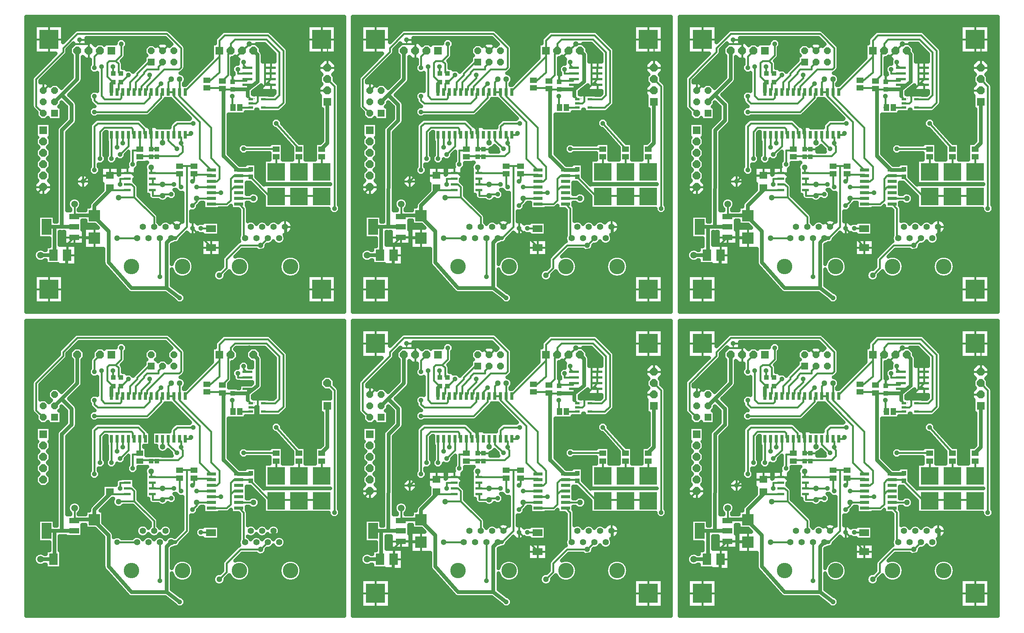
<source format=gbr>
%FSLAX23Y23*%
%MOIN*%
G04 EasyPC Gerber Version 14.0.2 Build 2922 *
%AMT170*0 Octagon Pad at angle 0*4,1,8,-0.00828,-0.02000,0.00828,-0.02000,0.02000,-0.00828,0.02000,0.00828,0.00828,0.02000,-0.00828,0.02000,-0.02000,0.00828,-0.02000,-0.00828,-0.00828,-0.02000,0*%
%ADD170T170*%
%AMT100*0 Octagon Pad at angle 0*4,1,8,-0.01243,-0.03000,0.01243,-0.03000,0.03000,-0.01243,0.03000,0.01243,0.01243,0.03000,-0.01243,0.03000,-0.03000,0.01243,-0.03000,-0.01243,-0.01243,-0.03000,0*%
%ADD100T100*%
%AMT102*0 Octagon Pad at angle 0*4,1,8,-0.01450,-0.03500,0.01450,-0.03500,0.03500,-0.01450,0.03500,0.01450,0.01450,0.03500,-0.01450,0.03500,-0.03500,0.01450,-0.03500,-0.01450,-0.01450,-0.03500,0*%
%ADD102T102*%
%ADD169R,0.02559X0.06693*%
%ADD152R,0.04331X0.03937*%
%ADD165R,0.04600X0.06300*%
%ADD153R,0.07677X0.09843*%
%ADD99R,0.06000X0.06000*%
%ADD101R,0.07000X0.07000*%
%ADD163R,0.15748X0.15748*%
%ADD171R,0.16598X0.16598*%
%ADD111C,0.00500*%
%ADD96C,0.01000*%
%ADD125C,0.01500*%
%ADD103C,0.01600*%
%ADD150C,0.03200*%
%ADD168R,0.04331X0.02362*%
%ADD160R,0.05906X0.02362*%
%ADD158R,0.08661X0.02362*%
%ADD159R,0.08000X0.02600*%
%ADD151R,0.03937X0.04331*%
%ADD161R,0.08800X0.04800*%
%ADD164R,0.05906X0.05118*%
%ADD154R,0.07087X0.06299*%
%ADD157R,0.08583X0.06378*%
%ADD155R,0.09843X0.10039*%
%ADD104C,0.04800*%
%ADD166C,0.05118*%
%ADD97C,0.05543*%
%ADD167C,0.05906*%
%ADD156C,0.13595*%
%ADD162R,0.08661X0.14173*%
X0Y0D02*
D02*
D96*
X479Y575D02*
Y275D01*
X319*
X479Y3252D02*
Y2952D01*
X319*
X589Y2437D02*
Y2475D01*
Y5114D02*
Y5150D01*
X2394Y825D02*
X2719D01*
Y275*
X2394Y3502D02*
X2719D01*
Y2952*
X2769Y4902D02*
Y5152D01*
X2719*
X3353Y575D02*
Y275D01*
X3193*
X3353Y3252D02*
Y2952D01*
X3193*
X3464Y2437D02*
Y2475D01*
Y5114D02*
Y5150D01*
X5268Y825D02*
X5593D01*
Y275*
X5268Y3502D02*
X5593D01*
Y2952*
X5643Y4902D02*
Y5152D01*
X5593*
X6227Y575D02*
Y275D01*
X6067*
X6227Y3252D02*
Y2952D01*
X6067*
X6339Y2437D02*
Y2475D01*
Y5114D02*
Y5150D01*
X8142Y825D02*
X8467D01*
Y275*
X8142Y3502D02*
X8467D01*
Y2952*
X8517Y2225D02*
Y2475D01*
X8467*
X8517Y4902D02*
Y5152D01*
X8467*
D02*
D97*
X1094Y725D03*
Y3402D03*
X1144Y825D03*
Y3502D03*
X1194Y725D03*
Y3402D03*
X1244Y825D03*
Y3502D03*
X1294Y725D03*
Y3402D03*
X1344Y825D03*
Y3502D03*
X1394Y725D03*
Y3402D03*
X1444Y825D03*
Y3502D03*
X2044Y725D03*
Y3402D03*
X2094Y825D03*
Y3502D03*
X2144Y725D03*
Y3402D03*
X2194Y825D03*
Y3502D03*
X2244Y725D03*
Y3402D03*
X2294Y825D03*
Y3502D03*
X2344Y725D03*
Y3402D03*
X2394Y825D03*
Y3502D03*
X3968Y725D03*
Y3402D03*
X4018Y825D03*
Y3502D03*
X4068Y725D03*
Y3402D03*
X4118Y825D03*
Y3502D03*
X4168Y725D03*
Y3402D03*
X4218Y825D03*
Y3502D03*
X4268Y725D03*
Y3402D03*
X4318Y825D03*
Y3502D03*
X4918Y725D03*
Y3402D03*
X4968Y825D03*
Y3502D03*
X5018Y725D03*
Y3402D03*
X5068Y825D03*
Y3502D03*
X5118Y725D03*
Y3402D03*
X5168Y825D03*
Y3502D03*
X5218Y725D03*
Y3402D03*
X5268Y825D03*
Y3502D03*
X6842Y725D03*
Y3402D03*
X6892Y825D03*
Y3502D03*
X6942Y725D03*
Y3402D03*
X6992Y825D03*
Y3502D03*
X7042Y725D03*
Y3402D03*
X7092Y825D03*
Y3502D03*
X7142Y725D03*
Y3402D03*
X7192Y825D03*
Y3502D03*
X7792Y725D03*
Y3402D03*
X7842Y825D03*
Y3502D03*
X7892Y725D03*
Y3402D03*
X7942Y825D03*
Y3502D03*
X7992Y725D03*
Y3402D03*
X8042Y825D03*
Y3502D03*
X8092Y725D03*
Y3402D03*
X8142Y825D03*
Y3502D03*
D02*
D99*
X369Y1825D03*
Y4502D03*
X1219Y2275D03*
Y4952D03*
X3243Y1825D03*
Y4502D03*
X4093Y2275D03*
Y4952D03*
X6117Y1825D03*
Y4502D03*
X6967Y2275D03*
Y4952D03*
D02*
D100*
X269Y1825D03*
Y1925D03*
Y2025D03*
Y4502D03*
Y4602D03*
Y4702D03*
X369Y1925D03*
Y2025D03*
Y4602D03*
Y4702D03*
X1219Y2375D03*
Y5052D03*
X1319Y2275D03*
Y2375D03*
Y4952D03*
Y5052D03*
X1419Y2275D03*
Y2375D03*
Y4952D03*
Y5052D03*
X3143Y1825D03*
Y1925D03*
Y2025D03*
Y4502D03*
Y4602D03*
Y4702D03*
X3243Y1925D03*
Y2025D03*
Y4602D03*
Y4702D03*
X4093Y2375D03*
Y5052D03*
X4193Y2275D03*
Y2375D03*
Y4952D03*
Y5052D03*
X4293Y2275D03*
Y2375D03*
Y4952D03*
Y5052D03*
X6017Y1825D03*
Y1925D03*
Y2025D03*
Y4502D03*
Y4602D03*
Y4702D03*
X6117Y1925D03*
Y2025D03*
Y4602D03*
Y4702D03*
X6967Y2375D03*
Y5052D03*
X7067Y2275D03*
Y2375D03*
Y4952D03*
Y5052D03*
X7167Y2275D03*
Y2375D03*
Y4952D03*
Y5052D03*
D02*
D101*
X269Y1675D03*
Y4352D03*
X869Y2375D03*
Y5052D03*
X1819Y2375D03*
Y5052D03*
X2769Y1925D03*
Y4602D03*
X3143Y1675D03*
Y4352D03*
X3743Y2375D03*
Y5052D03*
X4693Y2375D03*
Y5052D03*
X5643Y1925D03*
Y4602D03*
X6017Y1675D03*
Y4352D03*
X6617Y2375D03*
Y5052D03*
X7567Y2375D03*
Y5052D03*
X8517Y1925D03*
Y4602D03*
D02*
D102*
X269Y1175D03*
Y1275D03*
Y1375D03*
Y1475D03*
Y1575D03*
Y3852D03*
Y3952D03*
Y4052D03*
Y4152D03*
Y4252D03*
X569Y2375D03*
Y5052D03*
X669Y2375D03*
Y5052D03*
X769Y2375D03*
Y5052D03*
X1919Y2375D03*
Y5052D03*
X2019Y2375D03*
Y5052D03*
X2119Y2375D03*
Y5052D03*
X2769Y2025D03*
Y2125D03*
Y2225D03*
Y4702D03*
Y4802D03*
Y4902D03*
X3143Y1175D03*
Y1275D03*
Y1375D03*
Y1475D03*
Y1575D03*
Y3852D03*
Y3952D03*
Y4052D03*
Y4152D03*
Y4252D03*
X3443Y2375D03*
Y5052D03*
X3543Y2375D03*
Y5052D03*
X3643Y2375D03*
Y5052D03*
X4793Y2375D03*
Y5052D03*
X4893Y2375D03*
Y5052D03*
X4993Y2375D03*
Y5052D03*
X5643Y2025D03*
Y2125D03*
Y2225D03*
Y4702D03*
Y4802D03*
Y4902D03*
X6017Y1175D03*
Y1275D03*
Y1375D03*
Y1475D03*
Y1575D03*
Y3852D03*
Y3952D03*
Y4052D03*
Y4152D03*
Y4252D03*
X6317Y2375D03*
Y5052D03*
X6417Y2375D03*
Y5052D03*
X6517Y2375D03*
Y5052D03*
X7667Y2375D03*
Y5052D03*
X7767Y2375D03*
Y5052D03*
X7867Y2375D03*
Y5052D03*
X8517Y2025D03*
Y2125D03*
Y2225D03*
Y4702D03*
Y4802D03*
Y4902D03*
D02*
D103*
X369Y575D02*
X359D01*
X369Y3252D02*
X359D01*
X479Y575D02*
X469D01*
Y500*
X244*
X181Y562*
Y1087*
X269Y1175*
X479Y575D02*
X481D01*
Y675*
X531Y725*
X541Y734*
X479Y3252D02*
X469D01*
Y3177*
X244*
X181Y3239*
Y3764*
X269Y3852*
X479Y3252D02*
X481D01*
Y3352*
X531Y3402*
X541Y3411*
Y734D02*
X544Y737D01*
X719*
Y725*
X541Y3411D02*
X544Y3414D01*
X719*
Y3402*
X544Y925D02*
X541Y916D01*
X544Y925D02*
Y1025D01*
Y3602D02*
X541Y3593D01*
X544Y3602D02*
Y3702D01*
X589Y2437D02*
X669D01*
X589D02*
X544D01*
X506Y2400*
Y2262*
X269Y2025*
X589Y5114D02*
X669D01*
X589D02*
X544D01*
X506Y5077*
Y4939*
X269Y4702*
X669Y1275D02*
X619Y1225D01*
X669Y1275D02*
Y1787D01*
Y1275D02*
X856D01*
Y1280*
X669Y1787D02*
Y2375D01*
Y1787D02*
X1106D01*
X1206Y1687*
Y1650*
X1219Y1637*
Y1636*
X669Y2437D02*
X719Y2487D01*
X1206*
X1319Y2375*
X669Y2437D02*
Y2375D01*
Y3952D02*
X619Y3902D01*
X669Y3952D02*
Y4464D01*
Y3952D02*
X856D01*
Y3957*
X669Y4464D02*
Y5052D01*
Y4464D02*
X1106D01*
X1206Y4364*
Y4327*
X1219Y4314*
Y4314*
X669Y5114D02*
X719Y5164D01*
X1206*
X1319Y5052*
X669Y5114D02*
Y5052D01*
X719Y912D02*
Y924D01*
Y925D02*
Y924D01*
Y1325D02*
Y1709D01*
X747Y1737*
X1106*
X1156Y1687*
Y1650*
X1169Y1637*
Y1636*
X719Y1837D02*
X1181D01*
X1306Y1962*
Y2000*
X1319Y2012*
Y2013*
X719Y1975D02*
Y1940D01*
X747Y1912*
X1156*
X1206Y1962*
Y2000*
X1219Y2012*
Y2013*
X719Y2225D02*
Y2325D01*
X769Y2375*
X719Y3589D02*
Y3601D01*
Y3602D02*
Y3601D01*
Y4002D02*
Y4386D01*
X747Y4414*
X1106*
X1156Y4364*
Y4327*
X1169Y4314*
Y4314*
X719Y4514D02*
X1181D01*
X1306Y4639*
Y4677*
X1319Y4689*
Y4690*
X719Y4652D02*
Y4617D01*
X747Y4589*
X1156*
X1206Y4639*
Y4677*
X1219Y4689*
Y4690*
X719Y4902D02*
Y5002D01*
X769Y5052*
Y1425D02*
Y1664D01*
X804Y1700*
X1044*
X1056Y1687*
Y1650*
X1069Y1637*
Y1636*
X769Y4102D02*
Y4341D01*
X804Y4377*
X1044*
X1056Y4364*
Y4327*
X1069Y4314*
Y4314*
X781Y2237D02*
Y1978D01*
X809Y1950*
X944*
X956Y1962*
Y2000*
X969Y2012*
Y2013*
X781Y4914D02*
Y4655D01*
X809Y4627*
X944*
X956Y4639*
Y4677*
X969Y4689*
Y4690*
X856Y1150D02*
X1010D01*
X856Y1162D02*
Y1169D01*
Y1162D02*
Y1150D01*
Y1280D02*
Y1300D01*
X1010*
X856Y3827D02*
X1010D01*
X856Y3839D02*
Y3847D01*
Y3839D02*
Y3827D01*
Y3957D02*
Y3977D01*
X1010*
X869Y1425D02*
Y1636D01*
Y4102D02*
Y4314D01*
X881Y2100D02*
X885D01*
X881D02*
X869Y2087D01*
X881Y2237D02*
Y2175D01*
X885*
X881Y4777D02*
X885D01*
X881D02*
X869Y4764D01*
X881Y4914D02*
Y4852D01*
X885*
X906Y2287D02*
X956Y2337D01*
Y2437*
X906Y2287D02*
X849D01*
X831Y2269*
Y2150*
X881Y2100*
X906Y2287D02*
X931Y2262D01*
Y2187*
X944Y2175*
X952*
X906Y4964D02*
X956Y5014D01*
Y5114*
X906Y4964D02*
X849D01*
X831Y4947*
Y4827*
X881Y4777*
X906Y4964D02*
X931Y4939D01*
Y4864*
X944Y4852*
X952*
X919Y725D02*
X1094D01*
X919Y1525D02*
Y1636D01*
Y3402D02*
X1094D01*
X919Y4202D02*
Y4314D01*
X944Y1200D02*
Y1250D01*
X1010*
X944Y1462D02*
X1019Y1537D01*
Y1636*
X944Y3877D02*
Y3927D01*
X1010*
X944Y4139D02*
X1019Y4214D01*
Y4314*
X952Y2100D02*
X944D01*
X931Y2087*
Y2037*
X919Y2025*
Y2013*
X952Y4777D02*
X944D01*
X931Y4764*
Y4714*
X919Y4702*
Y4690*
X969Y1562D02*
Y1636D01*
Y4239D02*
Y4314D01*
X1010Y1300D02*
X1044D01*
X1106Y1237*
Y1162*
X1444Y825*
X1010Y3977D02*
X1044D01*
X1106Y3914*
Y3839*
X1444Y3502*
X1019Y2013D02*
Y2025D01*
X1031Y2037*
Y2100*
X1094Y2162*
Y2175*
X1194Y2275*
X1219*
X1019Y2162D02*
X956Y2100D01*
X952*
X1019Y4690D02*
Y4702D01*
X1031Y4714*
Y4777*
X1094Y4839*
Y4852*
X1194Y4952*
X1219*
X1019Y4839D02*
X956Y4777D01*
X952*
X1056Y1375D02*
Y1500D01*
X1119*
Y1508*
X1056Y4052D02*
Y4177D01*
X1119*
Y4185*
X1069Y1087D02*
X1244Y912D01*
Y825*
X1069Y1087D02*
Y1175D01*
X1044Y1200*
X1010*
X1069Y1087D02*
X944D01*
X932Y1082*
X1069Y2013D02*
Y2025D01*
X1081Y2037*
Y2100*
X1156Y2175*
Y2187*
X1181Y2212*
X1281*
Y2237*
X1319Y2275*
X1069Y3764D02*
X1244Y3589D01*
Y3502*
X1069Y3764D02*
Y3852D01*
X1044Y3877*
X1010*
X1069Y3764D02*
X944D01*
X932Y3759*
X1069Y4690D02*
Y4702D01*
X1081Y4714*
Y4777*
X1156Y4852*
Y4864*
X1181Y4889*
X1281*
Y4914*
X1319Y4952*
X1119Y1508D02*
Y1636D01*
Y4185D02*
Y4314D01*
X1169Y2013D02*
Y2025D01*
X1181Y2037*
Y2062*
X1331Y2212*
X1464*
X1481Y2230*
Y2400*
X1356Y2525*
X569*
X444Y2400*
Y2365*
X206Y2127*
Y1887*
X269Y1825*
X1169Y4690D02*
Y4702D01*
X1181Y4714*
Y4739*
X1331Y4889*
X1464*
X1481Y4907*
Y5077*
X1356Y5202*
X569*
X444Y5077*
Y5042*
X354Y4952*
X206Y4804*
Y4564*
X269Y4502*
X1206Y2162D02*
Y2137D01*
X1131Y2062*
Y2037*
X1119Y2025*
Y2013*
X1206Y4839D02*
Y4814D01*
X1131Y4739*
Y4714*
X1119Y4702*
Y4690*
X1219Y1450D02*
Y1441D01*
Y1450D02*
X1119D01*
Y1441*
X1219Y1450D02*
X1269D01*
X1219Y1512D02*
Y1636D01*
Y1512D02*
Y1508D01*
Y1512D02*
X1269D01*
Y1508*
X1219Y4127D02*
Y4118D01*
Y4127D02*
X1119D01*
Y4118*
X1219Y4127D02*
X1269D01*
X1219Y4189D02*
Y4314D01*
Y4189D02*
Y4185D01*
Y4189D02*
X1269D01*
Y4185*
X1227Y1300D02*
X1219D01*
Y1350*
X1227Y3977D02*
X1219D01*
Y4027*
X1231Y1200D02*
X1227D01*
X1231D02*
Y1250D01*
X1227*
X1231Y1200D02*
X1319D01*
X1231Y3877D02*
X1227D01*
X1231D02*
Y3927D01*
X1227*
X1231Y3877D02*
X1319D01*
X1269Y1450D02*
Y1441D01*
Y1450D02*
X1456D01*
X1494Y1487*
Y1537*
X1481Y1550*
Y1562*
X1269Y4127D02*
Y4118D01*
Y4127D02*
X1456D01*
X1494Y4164*
Y4214*
X1481Y4227*
Y4239*
X1294Y387D02*
Y725D01*
Y3064D02*
Y3402D01*
X1306Y2087D02*
X1269Y2050D01*
Y2013*
X1306Y4764D02*
X1269Y4727D01*
Y4690*
X1319Y1100D02*
X1231D01*
Y1150*
X1227*
X1319Y1567D02*
Y1636D01*
Y3777D02*
X1231D01*
Y3827*
X1227*
X1319Y4244D02*
Y4314D01*
X1369Y2013D02*
Y2100D01*
X1394Y2125*
X1369Y4690D02*
Y4777D01*
X1394Y4802*
Y1112D02*
X1319D01*
Y1100*
X1394Y3789D02*
X1319D01*
Y3777*
X1419Y1200D02*
X1319D01*
X1419Y2012D02*
Y2013D01*
Y2012D02*
Y1975D01*
X1644Y1750*
Y1425*
X1744Y1325*
X1748*
X1419Y2012D02*
X1369D01*
Y2013*
X1419Y3877D02*
X1319D01*
X1419Y4689D02*
Y4690D01*
Y4689D02*
Y4652D01*
X1644Y4427*
Y4102*
X1744Y4002*
X1748*
X1419Y4689D02*
X1369D01*
Y4690*
X1444Y1512D02*
X1369Y1587D01*
Y1636*
X1444Y4189D02*
X1369Y4264D01*
Y4314*
X1469Y1291D02*
Y1300D01*
X1227*
X1469Y2013D02*
Y1975D01*
X1744Y1700*
Y1431*
X1819Y1356*
Y1250*
X1794Y1225*
X1748*
X1469Y2013D02*
Y2125D01*
Y3968D02*
Y3977D01*
X1227*
X1469Y4690D02*
Y4652D01*
X1744Y4377*
Y4108*
X1800Y4052*
X1819Y4033*
Y3927*
X1794Y3902*
X1748*
X1469Y4690D02*
Y4802D01*
X1481Y1175D02*
X1469Y1187D01*
Y1291*
X1481Y1562D02*
Y1612D01*
X1469Y1625*
Y1636*
X1481Y3852D02*
X1469Y3864D01*
Y3968*
X1481Y4239D02*
Y4289D01*
X1469Y4302*
Y4314*
X1531Y1362D02*
Y825D01*
X1431Y725*
X1531Y1362D02*
X1469D01*
Y1358*
X1531Y1362D02*
X1594D01*
Y1358*
X1531Y4039D02*
Y3502D01*
X1431Y3402*
X1531Y4039D02*
X1469D01*
Y4035*
X1531Y4039D02*
X1594D01*
Y4035*
X1569Y1650D02*
Y1637D01*
X1519*
Y1636*
X1569Y4327D02*
Y4314D01*
X1519*
Y4314*
X1581Y1012D02*
X1619Y1050D01*
Y1075*
X1581Y3689D02*
X1619Y3727D01*
Y3752*
X1588Y1737D02*
X1447D01*
X1419Y1709*
Y1636*
X1588Y4414D02*
X1447D01*
X1419Y4386*
Y4314*
X1594Y1287D02*
Y1291D01*
Y1287D02*
Y1237D01*
X1581Y1225*
X1594Y1287D02*
X1744D01*
Y1275*
X1748*
X1594Y3964D02*
Y3968D01*
Y3964D02*
Y3914D01*
X1581Y3902*
X1594Y3964D02*
X1744D01*
Y3952*
X1748*
X1619Y1075D02*
X1748D01*
X1619Y1175D02*
X1748D01*
X1619Y3752D02*
X1748D01*
X1619Y3852D02*
X1748D01*
X1656Y812D02*
X1744D01*
Y808*
X1656Y3489D02*
X1744D01*
Y3485*
X1669Y725D02*
Y300D01*
X1719Y250*
X1956*
X2406Y700*
Y812*
X2394Y825*
X1669Y725D02*
X1744Y650D01*
Y642*
X1669Y725D02*
X1581Y812D01*
X1669Y3402D02*
Y2977D01*
X1719Y2927*
X1956*
X2406Y3377*
Y3489*
X2394Y3502*
X1669Y3402D02*
X1744Y3327D01*
Y3319*
X1669Y3402D02*
X1581Y3489D01*
X1819Y2325D02*
X1519Y2025D01*
Y2013*
X1819Y2325D02*
Y2375D01*
Y2325D02*
Y2187D01*
X1737Y2115*
X1708Y2116*
X1819Y2375D02*
Y2467D01*
X1864Y2512*
X2244*
X2381Y2375*
Y1920*
X2336Y1875*
X2206*
X2204Y1875*
X1819Y5002D02*
X1519Y4702D01*
Y4690*
X1819Y5002D02*
Y5052D01*
Y5002D02*
Y4864D01*
X1737Y4792*
X1708Y4793*
X1819Y5052D02*
Y5144D01*
X1864Y5189*
X2244*
X2381Y5052*
Y4597*
X2336Y4552*
X2206*
X2204Y4552*
X1831Y1125D02*
X1748D01*
X1831Y3802D02*
X1748D01*
X1844Y2041D02*
Y2050D01*
X1744*
X1708Y2049*
X1844Y4718D02*
Y4727D01*
X1744*
X1708Y4726*
X1856Y2037D02*
X1944D01*
X1935Y2037*
X1856Y2037D02*
X1844D01*
Y2041*
X1856Y4714D02*
X1944D01*
X1935Y4714*
X1856Y4714D02*
X1844D01*
Y4718*
X1919Y1150D02*
Y1250D01*
X1944Y1275*
X1990*
X1919Y1150D02*
Y1060D01*
X1883Y1025*
X1748*
X1919Y1150D02*
X1944Y1175D01*
X1990*
X1919Y2375D02*
X1894Y2350D01*
Y2162*
X1844Y2112*
Y2108*
X1919Y2375D02*
Y2439D01*
X1954Y2475*
X2231*
X2344Y2362*
Y1985*
X2308Y1950*
X2204*
X1919Y3827D02*
Y3927D01*
X1944Y3952*
X1990*
X1919Y3827D02*
Y3737D01*
X1883Y3702*
X1748*
X1919Y3827D02*
X1944Y3852D01*
X1990*
X1919Y5052D02*
X1894Y5027D01*
Y4839*
X1844Y4789*
Y4785*
X1919Y5052D02*
Y5116D01*
X1954Y5152*
X2231*
X2344Y5039*
Y4662*
X2308Y4627*
X2204*
X1931Y1975D02*
Y1875D01*
Y4652D02*
Y4552D01*
X1935Y2104D02*
X1956Y2112D01*
X2056*
Y2125*
X2066*
X1935Y4781D02*
X1956Y4789D01*
X2056*
Y4802*
X2066*
X1956Y2037D02*
X1935Y2037D01*
X1956Y4714D02*
X1935Y4714D01*
X1981Y1325D02*
X1990D01*
X1981Y2212D02*
Y2175D01*
X2066*
X1981Y4002D02*
X1990D01*
X1981Y4889D02*
Y4852D01*
X2066*
X1990Y1025D02*
X1994D01*
X2031Y987*
Y737*
X2044Y725*
X1990Y1075D02*
X2119D01*
X1990Y3702D02*
X1994D01*
X2031Y3664*
Y3414*
X2044Y3402*
X1990Y3752D02*
X2119D01*
X2019Y2375D02*
X1931Y2287D01*
Y2125*
X1944Y2112*
X1935Y2104*
X2019Y5052D02*
X1931Y4964D01*
Y4802*
X1944Y4789*
X1935Y4781*
X2031Y1512D02*
X2319D01*
Y1508*
X2031Y2275D02*
Y2250D01*
X2056Y2225*
X2066*
X2031Y4189D02*
X2319D01*
Y4185*
X2031Y4952D02*
Y4927D01*
X2056Y4902*
X2066*
X2069Y1975D02*
X2094Y1950D01*
X2069Y2037D02*
Y2075D01*
X2066*
X2069Y4652D02*
X2094Y4627D01*
X2069Y4714D02*
Y4752D01*
X2066*
X2081Y2437D02*
X2181D01*
X2219Y2400*
Y2075*
X2081Y2437D02*
X2019Y2375D01*
X2081Y5114D02*
X2181D01*
X2219Y5077*
Y4752*
X2081Y5114D02*
X2019Y5052D01*
X2094Y1266D02*
Y1275D01*
X1990*
X2094Y1325D02*
Y1333D01*
Y1875D02*
Y1875D01*
X1999*
X2094Y3943D02*
Y3952D01*
X1990*
X2094Y4002D02*
Y4010D01*
Y4552D02*
Y4552D01*
X1999*
X2181Y662D02*
X2244Y725D01*
X2181Y662D02*
X2005D01*
X1881Y538*
Y462*
X1819Y400*
X2181Y3339D02*
X2244Y3402D01*
X2181Y3339D02*
X2005D01*
X1881Y3216*
Y3139*
X1819Y3077*
X2219Y2075D02*
X2244Y2100D01*
X2219Y2075D02*
X2156Y2012D01*
Y1930*
X2139Y1912*
X2094*
Y1912*
X2219Y4752D02*
X2244Y4777D01*
X2219Y4752D02*
X2156Y4689D01*
Y4607*
X2139Y4589*
X2094*
Y4589*
X2244Y2100D02*
X2269Y2075D01*
X2271*
X2244Y4777D02*
X2269Y4752D01*
X2271*
X2269Y2125D02*
X2271D01*
X2269D02*
Y2175D01*
Y2125D02*
X2244Y2100D01*
X2269Y2175D02*
X2271D01*
X2269D02*
Y2225D01*
X2271*
X2269Y4802D02*
X2271D01*
X2269D02*
Y4852D01*
Y4802D02*
X2244Y4777D01*
X2269Y4852D02*
X2271D01*
X2269D02*
Y4902D01*
X2271*
X2319Y1100D02*
Y1091D01*
Y1100D02*
X2256D01*
X2094Y1262*
Y1266*
X2319Y1308D02*
Y1441D01*
Y1737D02*
X2519Y1512D01*
Y1508*
X2319Y3777D02*
Y3769D01*
Y3777D02*
X2256D01*
X2094Y3939*
Y3943*
X2319Y3985D02*
Y4118D01*
Y4414D02*
X2519Y4189D01*
Y4185*
Y1100D02*
Y1091D01*
Y1100D02*
X2719D01*
Y1091*
X2519Y1100D02*
X2319D01*
X2519Y1308D02*
Y1441D01*
Y3777D02*
Y3769D01*
Y3777D02*
X2719D01*
Y3769*
X2519Y3777D02*
X2319D01*
X2519Y3985D02*
Y4118D01*
X2719Y1308D02*
Y1441D01*
Y1512D02*
Y1508D01*
Y3985D02*
Y4118D01*
Y4189D02*
Y4185D01*
X2831Y987D02*
Y2062D01*
X2769Y2125*
X2831Y3664D02*
Y4739D01*
X2769Y4802*
X3243Y575D02*
X3233D01*
X3243Y3252D02*
X3233D01*
X3353Y575D02*
X3343D01*
Y500*
X3118*
X3055Y562*
Y1087*
X3143Y1175*
X3353Y575D02*
X3355D01*
Y675*
X3405Y725*
X3415Y734*
X3353Y3252D02*
X3343D01*
Y3177*
X3118*
X3055Y3239*
Y3764*
X3143Y3852*
X3353Y3252D02*
X3355D01*
Y3352*
X3405Y3402*
X3415Y3411*
Y734D02*
X3418Y737D01*
X3593*
Y725*
X3415Y3411D02*
X3418Y3414D01*
X3593*
Y3402*
X3418Y925D02*
X3415Y916D01*
X3418Y925D02*
Y1025D01*
Y3602D02*
X3415Y3593D01*
X3418Y3602D02*
Y3702D01*
X3464Y2437D02*
X3543D01*
X3464D02*
X3418D01*
X3380Y2400*
Y2262*
X3143Y2025*
X3464Y5114D02*
X3543D01*
X3464D02*
X3418D01*
X3380Y5077*
Y4939*
X3143Y4702*
X3543Y1275D02*
X3493Y1225D01*
X3543Y1275D02*
Y1787D01*
Y1275D02*
X3730D01*
Y1280*
X3543Y1787D02*
Y2375D01*
Y1787D02*
X3980D01*
X4080Y1687*
Y1650*
X4093Y1637*
Y1636*
X3543Y2437D02*
X3593Y2487D01*
X4080*
X4193Y2375*
X3543Y2437D02*
Y2375D01*
Y3952D02*
X3493Y3902D01*
X3543Y3952D02*
Y4464D01*
Y3952D02*
X3730D01*
Y3957*
X3543Y4464D02*
Y5052D01*
Y4464D02*
X3980D01*
X4080Y4364*
Y4327*
X4093Y4314*
Y4314*
X3543Y5114D02*
X3593Y5164D01*
X4080*
X4193Y5052*
X3543Y5114D02*
Y5052D01*
X3593Y912D02*
Y924D01*
Y925D02*
Y924D01*
Y1325D02*
Y1709D01*
X3621Y1737*
X3980*
X4030Y1687*
Y1650*
X4043Y1637*
Y1636*
X3593Y1837D02*
X4055D01*
X4180Y1962*
Y2000*
X4193Y2012*
Y2013*
X3593Y1975D02*
Y1940D01*
X3621Y1912*
X4030*
X4080Y1962*
Y2000*
X4093Y2012*
Y2013*
X3593Y2225D02*
Y2325D01*
X3643Y2375*
X3593Y3589D02*
Y3601D01*
Y3602D02*
Y3601D01*
Y4002D02*
Y4386D01*
X3621Y4414*
X3980*
X4030Y4364*
Y4327*
X4043Y4314*
Y4314*
X3593Y4514D02*
X4055D01*
X4180Y4639*
Y4677*
X4193Y4689*
Y4690*
X3593Y4652D02*
Y4617D01*
X3621Y4589*
X4030*
X4080Y4639*
Y4677*
X4093Y4689*
Y4690*
X3593Y4902D02*
Y5002D01*
X3643Y5052*
Y1425D02*
Y1664D01*
X3678Y1700*
X3918*
X3930Y1687*
Y1650*
X3943Y1637*
Y1636*
X3643Y4102D02*
Y4341D01*
X3678Y4377*
X3918*
X3930Y4364*
Y4327*
X3943Y4314*
Y4314*
X3655Y2237D02*
Y1978D01*
X3683Y1950*
X3818*
X3830Y1962*
Y2000*
X3843Y2012*
Y2013*
X3655Y4914D02*
Y4655D01*
X3683Y4627*
X3818*
X3830Y4639*
Y4677*
X3843Y4689*
Y4690*
X3730Y1150D02*
X3884D01*
X3730Y1162D02*
Y1169D01*
Y1162D02*
Y1150D01*
Y1280D02*
Y1300D01*
X3884*
X3730Y3827D02*
X3884D01*
X3730Y3839D02*
Y3847D01*
Y3839D02*
Y3827D01*
Y3957D02*
Y3977D01*
X3884*
X3743Y1425D02*
Y1636D01*
Y4102D02*
Y4314D01*
X3755Y2100D02*
X3759D01*
X3755D02*
X3743Y2087D01*
X3755Y2237D02*
Y2175D01*
X3759*
X3755Y4777D02*
X3759D01*
X3755D02*
X3743Y4764D01*
X3755Y4914D02*
Y4852D01*
X3759*
X3780Y2287D02*
X3830Y2337D01*
Y2437*
X3780Y2287D02*
X3723D01*
X3705Y2269*
Y2150*
X3755Y2100*
X3780Y2287D02*
X3805Y2262D01*
Y2187*
X3818Y2175*
X3826*
X3780Y4964D02*
X3830Y5014D01*
Y5114*
X3780Y4964D02*
X3723D01*
X3705Y4947*
Y4827*
X3755Y4777*
X3780Y4964D02*
X3805Y4939D01*
Y4864*
X3818Y4852*
X3826*
X3793Y725D02*
X3968D01*
X3793Y1525D02*
Y1636D01*
Y3402D02*
X3968D01*
X3793Y4202D02*
Y4314D01*
X3818Y1200D02*
Y1250D01*
X3884*
X3818Y1462D02*
X3893Y1537D01*
Y1636*
X3818Y3877D02*
Y3927D01*
X3884*
X3818Y4139D02*
X3893Y4214D01*
Y4314*
X3826Y2100D02*
X3818D01*
X3805Y2087*
Y2037*
X3793Y2025*
Y2013*
X3826Y4777D02*
X3818D01*
X3805Y4764*
Y4714*
X3793Y4702*
Y4690*
X3843Y1562D02*
Y1636D01*
Y4239D02*
Y4314D01*
X3884Y1300D02*
X3918D01*
X3980Y1237*
Y1162*
X4318Y825*
X3884Y3977D02*
X3918D01*
X3980Y3914*
Y3839*
X4318Y3502*
X3893Y2013D02*
Y2025D01*
X3905Y2037*
Y2100*
X3968Y2162*
Y2175*
X4068Y2275*
X4093*
X3893Y2162D02*
X3830Y2100D01*
X3826*
X3893Y4690D02*
Y4702D01*
X3905Y4714*
Y4777*
X3968Y4839*
Y4852*
X4068Y4952*
X4093*
X3893Y4839D02*
X3830Y4777D01*
X3826*
X3930Y1375D02*
Y1500D01*
X3993*
Y1508*
X3930Y4052D02*
Y4177D01*
X3993*
Y4185*
X3943Y1087D02*
X4118Y912D01*
Y825*
X3943Y1087D02*
Y1175D01*
X3918Y1200*
X3884*
X3943Y1087D02*
X3818D01*
X3806Y1082*
X3943Y2013D02*
Y2025D01*
X3955Y2037*
Y2100*
X4030Y2175*
Y2187*
X4055Y2212*
X4155*
Y2237*
X4193Y2275*
X3943Y3764D02*
X4118Y3589D01*
Y3502*
X3943Y3764D02*
Y3852D01*
X3918Y3877*
X3884*
X3943Y3764D02*
X3818D01*
X3806Y3759*
X3943Y4690D02*
Y4702D01*
X3955Y4714*
Y4777*
X4030Y4852*
Y4864*
X4055Y4889*
X4155*
Y4914*
X4193Y4952*
X3993Y1508D02*
Y1636D01*
Y4185D02*
Y4314D01*
X4043Y2013D02*
Y2025D01*
X4055Y2037*
Y2062*
X4205Y2212*
X4338*
X4355Y2230*
Y2400*
X4230Y2525*
X3443*
X3318Y2400*
Y2365*
X3080Y2127*
Y1887*
X3143Y1825*
X4043Y4690D02*
Y4702D01*
X4055Y4714*
Y4739*
X4205Y4889*
X4338*
X4355Y4907*
Y5077*
X4230Y5202*
X3443*
X3318Y5077*
Y5042*
X3228Y4952*
X3080Y4804*
Y4564*
X3143Y4502*
X4080Y2162D02*
Y2137D01*
X4005Y2062*
Y2037*
X3993Y2025*
Y2013*
X4080Y4839D02*
Y4814D01*
X4005Y4739*
Y4714*
X3993Y4702*
Y4690*
X4093Y1450D02*
Y1441D01*
Y1450D02*
X3993D01*
Y1441*
X4093Y1450D02*
X4143D01*
X4093Y1512D02*
Y1636D01*
Y1512D02*
Y1508D01*
Y1512D02*
X4143D01*
Y1508*
X4093Y4127D02*
Y4118D01*
Y4127D02*
X3993D01*
Y4118*
X4093Y4127D02*
X4143D01*
X4093Y4189D02*
Y4314D01*
Y4189D02*
Y4185D01*
Y4189D02*
X4143D01*
Y4185*
X4101Y1300D02*
X4093D01*
Y1350*
X4101Y3977D02*
X4093D01*
Y4027*
X4105Y1200D02*
X4101D01*
X4105D02*
Y1250D01*
X4101*
X4105Y1200D02*
X4193D01*
X4105Y3877D02*
X4101D01*
X4105D02*
Y3927D01*
X4101*
X4105Y3877D02*
X4193D01*
X4143Y1450D02*
Y1441D01*
Y1450D02*
X4330D01*
X4368Y1487*
Y1537*
X4355Y1550*
Y1562*
X4143Y4127D02*
Y4118D01*
Y4127D02*
X4330D01*
X4368Y4164*
Y4214*
X4355Y4227*
Y4239*
X4168Y387D02*
Y725D01*
Y3064D02*
Y3402D01*
X4180Y2087D02*
X4143Y2050D01*
Y2013*
X4180Y4764D02*
X4143Y4727D01*
Y4690*
X4193Y1100D02*
X4105D01*
Y1150*
X4101*
X4193Y1567D02*
Y1636D01*
Y3777D02*
X4105D01*
Y3827*
X4101*
X4193Y4244D02*
Y4314D01*
X4243Y2013D02*
Y2100D01*
X4268Y2125*
X4243Y4690D02*
Y4777D01*
X4268Y4802*
Y1112D02*
X4193D01*
Y1100*
X4268Y3789D02*
X4193D01*
Y3777*
X4293Y1200D02*
X4193D01*
X4293Y2012D02*
Y2013D01*
Y2012D02*
Y1975D01*
X4518Y1750*
Y1425*
X4618Y1325*
X4622*
X4293Y2012D02*
X4243D01*
Y2013*
X4293Y3877D02*
X4193D01*
X4293Y4689D02*
Y4690D01*
Y4689D02*
Y4652D01*
X4518Y4427*
Y4102*
X4618Y4002*
X4622*
X4293Y4689D02*
X4243D01*
Y4690*
X4318Y1512D02*
X4243Y1587D01*
Y1636*
X4318Y4189D02*
X4243Y4264D01*
Y4314*
X4343Y1291D02*
Y1300D01*
X4101*
X4343Y2013D02*
Y1975D01*
X4618Y1700*
Y1431*
X4674Y1375*
X4693Y1356*
Y1250*
X4668Y1225*
X4622*
X4343Y2013D02*
Y2125D01*
Y3968D02*
Y3977D01*
X4101*
X4343Y4690D02*
Y4652D01*
X4618Y4377*
Y4108*
X4693Y4033*
Y3927*
X4668Y3902*
X4622*
X4343Y4690D02*
Y4802D01*
X4355Y1175D02*
X4343Y1187D01*
Y1291*
X4355Y1562D02*
Y1612D01*
X4343Y1625*
Y1636*
X4355Y3852D02*
X4343Y3864D01*
Y3968*
X4355Y4239D02*
Y4289D01*
X4343Y4302*
Y4314*
X4405Y1362D02*
Y825D01*
X4305Y725*
X4405Y1362D02*
X4343D01*
Y1358*
X4405Y1362D02*
X4468D01*
Y1358*
X4405Y4039D02*
Y3502D01*
X4305Y3402*
X4405Y4039D02*
X4343D01*
Y4035*
X4405Y4039D02*
X4468D01*
Y4035*
X4443Y1650D02*
Y1637D01*
X4393*
Y1636*
X4443Y4327D02*
Y4314D01*
X4393*
Y4314*
X4455Y1012D02*
X4493Y1050D01*
Y1075*
X4455Y3689D02*
X4493Y3727D01*
Y3752*
X4462Y1737D02*
X4321D01*
X4293Y1709*
Y1636*
X4462Y4414D02*
X4321D01*
X4293Y4386*
Y4314*
X4468Y1287D02*
Y1291D01*
Y1287D02*
Y1237D01*
X4455Y1225*
X4468Y1287D02*
X4618D01*
Y1275*
X4622*
X4468Y3964D02*
Y3968D01*
Y3964D02*
Y3914D01*
X4455Y3902*
X4468Y3964D02*
X4618D01*
Y3952*
X4622*
X4493Y1075D02*
X4622D01*
X4493Y1175D02*
X4622D01*
X4493Y3752D02*
X4622D01*
X4493Y3852D02*
X4622D01*
X4530Y812D02*
X4618D01*
Y808*
X4530Y3489D02*
X4618D01*
Y3485*
X4543Y725D02*
Y300D01*
X4593Y250*
X4830*
X5280Y700*
Y812*
X5268Y825*
X4543Y725D02*
X4618Y650D01*
Y642*
X4543Y725D02*
X4455Y812D01*
X4543Y3402D02*
Y2977D01*
X4593Y2927*
X4830*
X5280Y3377*
Y3489*
X5268Y3502*
X4543Y3402D02*
X4618Y3327D01*
Y3319*
X4543Y3402D02*
X4455Y3489D01*
X4693Y2325D02*
X4393Y2025D01*
Y2013*
X4693Y2325D02*
Y2375D01*
Y2325D02*
Y2187D01*
X4611Y2115*
X4582Y2116*
X4693Y2375D02*
Y2467D01*
X4738Y2512*
X5118*
X5255Y2375*
Y1920*
X5210Y1875*
X5080*
X5078Y1875*
X4693Y5002D02*
X4393Y4702D01*
Y4690*
X4693Y5002D02*
Y5052D01*
Y5002D02*
Y4864D01*
X4611Y4792*
X4582Y4793*
X4693Y5052D02*
Y5144D01*
X4738Y5189*
X5118*
X5255Y5052*
Y4597*
X5210Y4552*
X5080*
X5078Y4552*
X4705Y1125D02*
X4622D01*
X4705Y3802D02*
X4622D01*
X4718Y2041D02*
Y2050D01*
X4618*
X4582Y2049*
X4718Y4718D02*
Y4727D01*
X4618*
X4582Y4726*
X4730Y2037D02*
X4818D01*
X4809Y2037*
X4730Y2037D02*
X4718D01*
Y2041*
X4730Y4714D02*
X4818D01*
X4809Y4714*
X4730Y4714D02*
X4718D01*
Y4718*
X4793Y1150D02*
Y1060D01*
X4757Y1025*
X4622*
X4793Y1150D02*
X4818Y1175D01*
X4864*
X4793Y1150D02*
Y1250D01*
X4818Y1275*
X4968*
Y1266*
X4793Y2375D02*
X4768Y2350D01*
Y2162*
X4718Y2112*
Y2108*
X4793Y2375D02*
Y2439D01*
X4828Y2475*
X5105*
X5218Y2362*
Y1985*
X5182Y1950*
X5078*
X4793Y3827D02*
Y3737D01*
X4757Y3702*
X4622*
X4793Y3827D02*
X4818Y3852D01*
X4864*
X4793Y3827D02*
Y3927D01*
X4818Y3952*
X4968*
Y3943*
X4793Y5052D02*
X4768Y5027D01*
Y4839*
X4718Y4789*
Y4785*
X4793Y5052D02*
Y5116D01*
X4828Y5152*
X5105*
X5218Y5039*
Y4662*
X5182Y4627*
X5078*
X4805Y1975D02*
Y1875D01*
Y4652D02*
Y4552D01*
X4809Y2104D02*
X4830Y2112D01*
X4930*
Y2125*
X4940*
X4809Y4781D02*
X4830Y4789D01*
X4930*
Y4802*
X4940*
X4830Y2037D02*
X4809Y2037D01*
X4830Y4714D02*
X4809Y4714D01*
X4855Y1325D02*
X4864D01*
X4855Y2212D02*
Y2175D01*
X4940*
X4855Y4002D02*
X4864D01*
X4855Y4889D02*
Y4852D01*
X4940*
X4864Y1025D02*
X4868D01*
X4905Y987*
Y737*
X4918Y725*
X4864Y1075D02*
X4993D01*
X4864Y3702D02*
X4868D01*
X4905Y3664*
Y3414*
X4918Y3402*
X4864Y3752D02*
X4993D01*
X4893Y2375D02*
X4805Y2287D01*
Y2125*
X4818Y2112*
X4809Y2104*
X4893Y5052D02*
X4805Y4964D01*
Y4802*
X4818Y4789*
X4809Y4781*
X4905Y1512D02*
X5193D01*
Y1508*
X4905Y2275D02*
Y2250D01*
X4930Y2225*
X4940*
X4905Y4189D02*
X5193D01*
Y4185*
X4905Y4952D02*
Y4927D01*
X4930Y4902*
X4940*
X4943Y1975D02*
X4968Y1950D01*
X4943Y2037D02*
Y2075D01*
X4940*
X4943Y4652D02*
X4968Y4627D01*
X4943Y4714D02*
Y4752D01*
X4940*
X4955Y2437D02*
X5055D01*
X5093Y2400*
Y2075*
X4955Y2437D02*
X4893Y2375D01*
X4955Y5114D02*
X5055D01*
X5093Y5077*
Y4752*
X4955Y5114D02*
X4893Y5052D01*
X4968Y1325D02*
Y1333D01*
Y1875D02*
Y1875D01*
X4873*
X4968Y4002D02*
Y4010D01*
Y4552D02*
Y4552D01*
X4873*
X5055Y662D02*
X5118Y725D01*
X5055Y662D02*
X4879D01*
X4755Y538*
Y462*
X4693Y400*
X5055Y3339D02*
X5118Y3402D01*
X5055Y3339D02*
X4879D01*
X4755Y3216*
Y3139*
X4693Y3077*
X5093Y2075D02*
X5118Y2100D01*
X5093Y2075D02*
X5030Y2012D01*
Y1930*
X5013Y1912*
X4968*
Y1912*
X5093Y4752D02*
X5118Y4777D01*
X5093Y4752D02*
X5030Y4689D01*
Y4607*
X5013Y4589*
X4968*
Y4589*
X5118Y2100D02*
X5143Y2075D01*
X5145*
X5118Y4777D02*
X5143Y4752D01*
X5145*
X5118Y4777D02*
X5143Y4802D01*
Y2125D02*
X5145D01*
X5143D02*
Y2175D01*
Y2125D02*
X5118Y2100D01*
X5143Y2175D02*
X5145D01*
X5143D02*
Y2225D01*
X5145*
X5143Y4802D02*
X5145D01*
X5143D02*
Y4852D01*
X5145*
X5143D02*
Y4902D01*
X5145*
X5193Y1100D02*
Y1091D01*
Y1100D02*
X5130D01*
X4968Y1262*
Y1266*
X5193Y1308D02*
Y1441D01*
Y1737D02*
X5393Y1512D01*
Y1508*
X5193Y3777D02*
Y3769D01*
Y3777D02*
X5130D01*
X4968Y3939*
Y3943*
X5193Y3985D02*
Y4118D01*
Y4414D02*
X5393Y4189D01*
Y4185*
Y1100D02*
Y1091D01*
Y1100D02*
X5593D01*
Y1091*
X5393Y1100D02*
X5193D01*
X5393Y1308D02*
Y1441D01*
Y3777D02*
Y3769D01*
Y3777D02*
X5593D01*
Y3769*
X5393Y3777D02*
X5193D01*
X5393Y3985D02*
Y4118D01*
X5593Y1308D02*
Y1441D01*
Y1512D02*
Y1508D01*
Y3985D02*
Y4118D01*
Y4189D02*
Y4185D01*
X5705Y987D02*
Y2062D01*
X5643Y2125*
X5705Y3664D02*
Y4739D01*
X5643Y4802*
X6117Y575D02*
X6107D01*
X6117Y3252D02*
X6107D01*
X6227Y575D02*
X6217D01*
Y500*
X5992*
X5929Y562*
Y1087*
X6017Y1175*
X6227Y575D02*
X6229D01*
Y675*
X6279Y725*
X6289Y734*
X6292Y737*
X6467*
Y725*
X6227Y3252D02*
X6217D01*
Y3177*
X5992*
X5929Y3239*
Y3764*
X6017Y3852*
X6227Y3252D02*
X6229D01*
Y3352*
X6279Y3402*
X6289Y3411*
X6292Y3414*
X6467*
Y3402*
X6292Y925D02*
X6289Y916D01*
X6292Y925D02*
Y1025D01*
Y3602D02*
X6289Y3593D01*
X6292Y3602D02*
Y3702D01*
X6339Y2437D02*
X6417D01*
X6339D02*
X6292D01*
X6254Y2400*
Y2262*
X6017Y2025*
X6339Y5114D02*
X6417D01*
X6339D02*
X6292D01*
X6254Y5077*
Y4939*
X6017Y4702*
X6417Y1275D02*
X6367Y1225D01*
X6417Y1275D02*
Y1787D01*
Y1275D02*
X6604D01*
Y1280*
X6417Y1787D02*
Y2375D01*
Y1787D02*
X6854D01*
X6954Y1687*
Y1650*
X6967Y1637*
Y1636*
X6417Y2437D02*
X6467Y2487D01*
X6954*
X7067Y2375*
X6417Y2437D02*
Y2375D01*
Y3952D02*
X6367Y3902D01*
X6417Y3952D02*
Y4464D01*
Y3952D02*
X6604D01*
Y3957*
X6417Y4464D02*
Y5052D01*
Y4464D02*
X6854D01*
X6954Y4364*
Y4327*
X6967Y4314*
Y4314*
X6417Y5114D02*
X6467Y5164D01*
X6954*
X7067Y5052*
X6417Y5114D02*
Y5052D01*
X6467Y912D02*
Y924D01*
Y925D02*
Y924D01*
Y1325D02*
Y1709D01*
X6495Y1737*
X6854*
X6904Y1687*
Y1650*
X6917Y1637*
Y1636*
X6467Y1837D02*
X6929D01*
X7054Y1962*
Y2000*
X7067Y2012*
Y2013*
X6467Y1975D02*
Y1940D01*
X6495Y1912*
X6904*
X6954Y1962*
Y2000*
X6967Y2012*
Y2013*
X6467Y2225D02*
Y2325D01*
X6517Y2375*
X6467Y3589D02*
Y3601D01*
Y3602D02*
Y3601D01*
Y4002D02*
Y4386D01*
X6495Y4414*
X6854*
X6904Y4364*
Y4327*
X6917Y4314*
Y4314*
X6467Y4514D02*
X6929D01*
X7054Y4639*
Y4677*
X7067Y4689*
Y4690*
X6467Y4652D02*
Y4617D01*
X6495Y4589*
X6904*
X6954Y4639*
Y4677*
X6967Y4689*
Y4690*
X6467Y4902D02*
Y5002D01*
X6517Y5052*
Y1425D02*
Y1664D01*
X6552Y1700*
X6792*
X6804Y1687*
Y1650*
X6817Y1637*
Y1636*
X6517Y4102D02*
Y4341D01*
X6552Y4377*
X6792*
X6804Y4364*
Y4327*
X6817Y4314*
Y4314*
X6529Y2237D02*
Y1978D01*
X6557Y1950*
X6692*
X6704Y1962*
Y2000*
X6717Y2012*
Y2013*
X6529Y4914D02*
Y4655D01*
X6557Y4627*
X6692*
X6704Y4639*
Y4677*
X6717Y4689*
Y4690*
X6604Y1150D02*
X6758D01*
X6604Y1162D02*
Y1169D01*
Y1162D02*
Y1150D01*
Y1280D02*
Y1300D01*
X6758*
X6604Y3827D02*
X6758D01*
X6604Y3839D02*
Y3847D01*
Y3839D02*
Y3827D01*
Y3957D02*
Y3977D01*
X6758*
X6617Y1425D02*
Y1636D01*
Y4102D02*
Y4314D01*
X6629Y2100D02*
X6633D01*
X6629D02*
X6617Y2087D01*
X6629Y2237D02*
Y2175D01*
X6633*
X6629Y4777D02*
X6633D01*
X6629D02*
X6617Y4764D01*
X6629Y4914D02*
Y4852D01*
X6633*
X6654Y2287D02*
X6704Y2337D01*
Y2437*
X6654Y2287D02*
X6597D01*
X6579Y2269*
Y2150*
X6629Y2100*
X6654Y2287D02*
X6679Y2262D01*
Y2187*
X6692Y2175*
X6700*
X6654Y4964D02*
X6704Y5014D01*
Y5114*
X6654Y4964D02*
X6597D01*
X6579Y4947*
Y4827*
X6629Y4777*
X6654Y4964D02*
X6679Y4939D01*
Y4864*
X6692Y4852*
X6700*
X6667Y725D02*
X6842D01*
X6667Y1525D02*
Y1636D01*
Y3402D02*
X6842D01*
X6667Y4202D02*
Y4314D01*
X6692Y1200D02*
Y1250D01*
X6758*
X6692Y1462D02*
X6767Y1537D01*
Y1636*
X6692Y3877D02*
Y3927D01*
X6758*
X6692Y4139D02*
X6767Y4214D01*
Y4314*
X6700Y2100D02*
X6692D01*
X6679Y2087*
Y2037*
X6667Y2025*
Y2013*
X6700Y4777D02*
X6692D01*
X6679Y4764*
Y4714*
X6667Y4702*
Y4690*
X6717Y1562D02*
Y1636D01*
Y4239D02*
Y4314D01*
X6758Y1300D02*
X6792D01*
X6854Y1237*
Y1162*
X7192Y825*
X6758Y3977D02*
X6792D01*
X6854Y3914*
Y3839*
X7192Y3502*
X6767Y2013D02*
Y2025D01*
X6779Y2037*
Y2100*
X6842Y2162*
Y2175*
X6942Y2275*
X6967*
X6767Y2162D02*
X6704Y2100D01*
X6700*
X6767Y4690D02*
Y4702D01*
X6779Y4714*
Y4777*
X6842Y4839*
Y4852*
X6942Y4952*
X6967*
X6767Y4839D02*
X6704Y4777D01*
X6700*
X6804Y1375D02*
Y1500D01*
X6867*
Y1508*
X6804Y4052D02*
Y4177D01*
X6867*
Y4185*
X6817Y1087D02*
X6992Y912D01*
Y825*
X6817Y1087D02*
Y1175D01*
X6792Y1200*
X6758*
X6817Y1087D02*
X6692D01*
X6680Y1082*
X6817Y2013D02*
Y2025D01*
X6829Y2037*
Y2100*
X6904Y2175*
Y2187*
X6929Y2212*
X7029*
Y2237*
X7067Y2275*
X6817Y3764D02*
X6992Y3589D01*
Y3502*
X6817Y3764D02*
Y3852D01*
X6792Y3877*
X6758*
X6817Y3764D02*
X6692D01*
X6680Y3759*
X6817Y4690D02*
Y4702D01*
X6829Y4714*
Y4777*
X6904Y4852*
Y4864*
X6929Y4889*
X7029*
Y4914*
X7067Y4952*
X6867Y1508D02*
Y1636D01*
Y4185D02*
Y4314D01*
X6917Y2013D02*
Y2025D01*
X6929Y2037*
Y2062*
X7079Y2212*
X7212*
X7229Y2230*
Y2400*
X7104Y2525*
X6317*
X6192Y2400*
Y2365*
X6102Y2275*
X5954Y2127*
Y1887*
X6017Y1825*
X6917Y4690D02*
Y4702D01*
X6929Y4714*
Y4739*
X7079Y4889*
X7212*
X7229Y4907*
Y5077*
X7104Y5202*
X6317*
X6192Y5077*
Y5042*
X6102Y4952*
X5954Y4804*
Y4564*
X6017Y4502*
X6954Y2162D02*
Y2137D01*
X6879Y2062*
Y2037*
X6867Y2025*
Y2013*
X6954Y4839D02*
Y4814D01*
X6879Y4739*
Y4714*
X6867Y4702*
Y4690*
X6967Y1450D02*
Y1441D01*
Y1450D02*
X6867D01*
Y1441*
X6967Y1450D02*
X7017D01*
X6967Y1512D02*
Y1636D01*
Y1512D02*
Y1508D01*
Y1512D02*
X7017D01*
Y1508*
X6967Y4127D02*
Y4118D01*
Y4127D02*
X6867D01*
Y4118*
X6967Y4127D02*
X7017D01*
X6967Y4189D02*
Y4314D01*
Y4189D02*
Y4185D01*
Y4189D02*
X7017D01*
Y4185*
X6975Y1300D02*
X6967D01*
Y1350*
X6975Y3977D02*
X6967D01*
Y4027*
X6979Y1200D02*
X6975D01*
X6979D02*
Y1250D01*
X6975*
X6979Y1200D02*
X7067D01*
X6979Y3877D02*
X6975D01*
X6979D02*
Y3927D01*
X6975*
X6979Y3877D02*
X7067D01*
X7017Y1450D02*
Y1441D01*
Y1450D02*
X7204D01*
X7242Y1487*
Y1537*
X7229Y1550*
Y1562*
X7017Y4127D02*
Y4118D01*
Y4127D02*
X7204D01*
X7242Y4164*
Y4214*
X7229Y4227*
Y4239*
X7042Y387D02*
Y725D01*
Y3064D02*
Y3402D01*
X7054Y2087D02*
X7017Y2050D01*
Y2013*
X7054Y4764D02*
X7017Y4727D01*
Y4690*
X7067Y1100D02*
X6979D01*
Y1150*
X6975*
X7067Y1567D02*
Y1636D01*
Y3777D02*
X6979D01*
Y3827*
X6975*
X7067Y4244D02*
Y4314D01*
X7117Y2013D02*
Y2100D01*
X7142Y2125*
X7117Y4690D02*
Y4777D01*
X7142Y4802*
Y1112D02*
X7067D01*
Y1100*
X7142Y3789D02*
X7067D01*
Y3777*
X7167Y1200D02*
X7067D01*
X7167Y2012D02*
Y2013D01*
Y2012D02*
Y1975D01*
X7392Y1750*
Y1425*
X7492Y1325*
X7496*
X7167Y2012D02*
X7117D01*
Y2013*
X7167Y3877D02*
X7067D01*
X7167Y4689D02*
Y4690D01*
Y4689D02*
Y4652D01*
X7392Y4427*
Y4102*
X7492Y4002*
X7496*
X7167Y4689D02*
X7117D01*
Y4690*
X7192Y1512D02*
X7117Y1587D01*
Y1636*
X7192Y4189D02*
X7117Y4264D01*
Y4314*
X7217Y1291D02*
Y1300D01*
X6975*
X7217Y2013D02*
Y1975D01*
X7492Y1700*
Y1431*
X7548Y1375*
X7567Y1356*
Y1250*
X7542Y1225*
X7496*
X7217Y2013D02*
Y2125D01*
Y3968D02*
Y3977D01*
X6975*
X7217Y4690D02*
Y4652D01*
X7492Y4377*
Y4108*
X7567Y4033*
Y3927*
X7542Y3902*
X7496*
X7217Y4690D02*
Y4802D01*
X7229Y1175D02*
X7217Y1187D01*
Y1291*
X7229Y1562D02*
Y1612D01*
X7217Y1625*
Y1636*
X7229Y3852D02*
X7217Y3864D01*
Y3968*
X7229Y4239D02*
Y4289D01*
X7217Y4302*
Y4314*
X7279Y1362D02*
Y825D01*
X7179Y725*
X7279Y1362D02*
X7217D01*
Y1358*
X7279Y1362D02*
X7342D01*
Y1358*
X7279Y4039D02*
Y3502D01*
X7179Y3402*
X7279Y4039D02*
X7217D01*
Y4035*
X7279Y4039D02*
X7342D01*
Y4035*
X7317Y1650D02*
Y1637D01*
X7267*
Y1636*
X7317Y4327D02*
Y4314D01*
X7267*
Y4314*
X7329Y1012D02*
X7367Y1050D01*
Y1075*
X7329Y3689D02*
X7367Y3727D01*
Y3752*
X7336Y1737D02*
X7195D01*
X7167Y1709*
Y1636*
X7336Y4414D02*
X7195D01*
X7167Y4386*
Y4314*
X7342Y1287D02*
Y1291D01*
Y1287D02*
Y1237D01*
X7329Y1225*
X7342Y1287D02*
X7492D01*
Y1275*
X7496*
X7342Y3964D02*
Y3968D01*
Y3964D02*
Y3914D01*
X7329Y3902*
X7342Y3964D02*
X7492D01*
Y3952*
X7496*
X7367Y1075D02*
X7496D01*
X7367Y1175D02*
X7496D01*
X7367Y3752D02*
X7496D01*
X7367Y3852D02*
X7496D01*
X7404Y812D02*
X7492D01*
Y808*
X7404Y3489D02*
X7492D01*
Y3485*
X7417Y725D02*
Y300D01*
X7467Y250*
X7704*
X8154Y700*
Y812*
X8142Y825*
X7417Y725D02*
X7492Y650D01*
Y642*
X7417Y725D02*
X7329Y812D01*
X7417Y3402D02*
Y2977D01*
X7467Y2927*
X7704*
X8154Y3377*
Y3489*
X8142Y3502*
X7417Y3402D02*
X7492Y3327D01*
Y3319*
X7417Y3402D02*
X7329Y3489D01*
X7567Y2325D02*
X7267Y2025D01*
Y2013*
X7567Y2325D02*
Y2375D01*
Y2325D02*
Y2187D01*
X7485Y2115*
X7456Y2116*
X7567Y2375D02*
Y2467D01*
X7612Y2512*
X7992*
X8129Y2375*
Y1920*
X8084Y1875*
X7954*
X7952Y1875*
X7567Y5002D02*
X7267Y4702D01*
Y4690*
X7567Y5002D02*
Y5052D01*
Y5002D02*
Y4864D01*
X7485Y4792*
X7456Y4793*
X7567Y5052D02*
Y5144D01*
X7612Y5189*
X7992*
X8129Y5052*
Y4597*
X8084Y4552*
X7954*
X7952Y4552*
X7579Y1125D02*
X7496D01*
X7579Y3802D02*
X7496D01*
X7592Y2041D02*
Y2050D01*
X7492*
X7456Y2049*
X7592Y4718D02*
Y4727D01*
X7492*
X7456Y4726*
X7604Y2037D02*
X7692D01*
X7683Y2037*
X7604Y2037D02*
X7592D01*
Y2041*
X7604Y4714D02*
X7692D01*
X7683Y4714*
X7604Y4714D02*
X7592D01*
Y4718*
X7667Y1150D02*
Y1060D01*
X7631Y1025*
X7496*
X7667Y1150D02*
X7692Y1175D01*
X7738*
X7667Y1150D02*
Y1250D01*
X7692Y1275*
X7842*
Y1266*
X7667Y2375D02*
X7642Y2350D01*
Y2162*
X7592Y2112*
Y2108*
X7667Y2375D02*
Y2439D01*
X7702Y2475*
X7979*
X8092Y2362*
Y1985*
X8056Y1950*
X7952*
X7667Y3827D02*
Y3737D01*
X7631Y3702*
X7496*
X7667Y3827D02*
X7692Y3852D01*
X7738*
X7667Y3827D02*
Y3927D01*
X7692Y3952*
X7842*
Y3943*
X7667Y5052D02*
X7642Y5027D01*
Y4839*
X7592Y4789*
Y4785*
X7667Y5052D02*
Y5116D01*
X7702Y5152*
X7979*
X8092Y5039*
Y4662*
X8056Y4627*
X7952*
X7679Y1975D02*
Y1875D01*
Y4652D02*
Y4552D01*
X7683Y2104D02*
X7704Y2112D01*
X7804*
Y2125*
X7814*
X7683Y4781D02*
X7704Y4789D01*
X7804*
Y4802*
X7814*
X7704Y2037D02*
X7683Y2037D01*
X7704Y4714D02*
X7683Y4714D01*
X7729Y1325D02*
X7738D01*
X7729Y2212D02*
Y2175D01*
X7814*
X7729Y4002D02*
X7738D01*
X7729Y4889D02*
Y4852D01*
X7814*
X7738Y1025D02*
X7742D01*
X7779Y987*
Y737*
X7792Y725*
X7738Y1075D02*
X7867D01*
X7738Y3702D02*
X7742D01*
X7779Y3664*
Y3414*
X7792Y3402*
X7738Y3752D02*
X7867D01*
X7767Y2375D02*
X7679Y2287D01*
Y2125*
X7692Y2112*
X7683Y2104*
X7767Y5052D02*
X7679Y4964D01*
Y4802*
X7692Y4789*
X7683Y4781*
X7779Y1512D02*
X8067D01*
Y1508*
X7779Y2275D02*
Y2250D01*
X7804Y2225*
X7814*
X7779Y4189D02*
X8067D01*
Y4185*
X7779Y4952D02*
Y4927D01*
X7804Y4902*
X7814*
X7817Y1975D02*
X7842Y1950D01*
X7817Y2037D02*
Y2075D01*
X7814*
X7817Y4652D02*
X7842Y4627D01*
X7817Y4714D02*
Y4752D01*
X7814*
X7829Y2437D02*
X7929D01*
X7967Y2400*
Y2075*
X7829Y2437D02*
X7767Y2375D01*
X7829Y5114D02*
X7929D01*
X7967Y5077*
Y4752*
X7829Y5114D02*
X7767Y5052D01*
X7842Y1325D02*
Y1333D01*
Y1875D02*
Y1875D01*
X7747*
X7842Y4002D02*
Y4010D01*
Y4552D02*
Y4552D01*
X7747*
X7929Y662D02*
X7992Y725D01*
X7929Y662D02*
X7753D01*
X7629Y538*
Y462*
X7567Y400*
X7929Y3339D02*
X7992Y3402D01*
X7929Y3339D02*
X7753D01*
X7629Y3216*
Y3139*
X7567Y3077*
X7967Y2075D02*
X7992Y2100D01*
X7967Y2075D02*
X7904Y2012D01*
Y1930*
X7887Y1912*
X7842*
Y1912*
X7967Y4752D02*
X7992Y4777D01*
X7967Y4752D02*
X7904Y4689D01*
Y4607*
X7887Y4589*
X7842*
Y4589*
X7992Y2100D02*
X8017Y2075D01*
X8019*
X7992Y4777D02*
X8017Y4752D01*
X8019*
X8017Y2125D02*
X8019D01*
X8017D02*
Y2175D01*
Y2125D02*
X7992Y2100D01*
X8017Y2175D02*
X8019D01*
X8017D02*
Y2225D01*
X8019*
X8017Y4802D02*
X8019D01*
X8017D02*
Y4852D01*
Y4802D02*
X7992Y4777D01*
X8017Y4852D02*
X8019D01*
X8017D02*
Y4902D01*
X8019*
X8067Y1100D02*
Y1091D01*
Y1100D02*
X8004D01*
X7842Y1262*
Y1266*
X8067Y1308D02*
Y1441D01*
Y1737D02*
X8267Y1512D01*
Y1508*
X8067Y3777D02*
Y3769D01*
Y3777D02*
X8004D01*
X7842Y3939*
Y3943*
X8067Y3985D02*
Y4118D01*
Y4414D02*
X8267Y4189D01*
Y4185*
Y1100D02*
Y1091D01*
Y1100D02*
X8467D01*
Y1091*
X8267Y1100D02*
X8067D01*
X8267Y1308D02*
Y1441D01*
Y3777D02*
Y3769D01*
Y3777D02*
X8467D01*
Y3769*
X8267Y3777D02*
X8067D01*
X8267Y3985D02*
Y4118D01*
X8467Y1308D02*
Y1441D01*
Y1512D02*
Y1508D01*
Y3985D02*
Y4118D01*
Y4189D02*
Y4185D01*
X8579Y987D02*
Y2062D01*
X8517Y2125*
X8579Y3664D02*
Y4739D01*
X8517Y4802*
D02*
D104*
X2081Y2437D03*
Y5114D03*
X2181Y662D03*
Y3339D03*
X4955Y2437D03*
Y5114D03*
X5055Y662D03*
Y3339D03*
X7829Y2437D03*
Y5114D03*
X7929Y662D03*
Y3339D03*
D02*
D111*
X2125Y1952D02*
G75*
G03Y1956J2D01*
G01*
G75*
G03Y1952J-2*
G01*
Y4629D02*
G75*
G03Y4633J2D01*
G01*
G75*
G03Y4629J-2*
G01*
X4999Y1952D02*
G75*
G03Y1956J2D01*
G01*
G75*
G03Y1952J-2*
G01*
Y4629D02*
G75*
G03Y4633J2D01*
G01*
G75*
G03Y4629J-2*
G01*
X7873Y1952D02*
G75*
G03Y1956J2D01*
G01*
G75*
G03Y1952J-2*
G01*
Y4629D02*
G75*
G03Y4633J2D01*
G01*
G75*
G03Y4629J-2*
G01*
D02*
D125*
X241Y3852D02*
X193D01*
X243Y2952D02*
X195D01*
X243Y5152D02*
X195D01*
X269Y3824D02*
Y3776D01*
Y4724D02*
Y4773D01*
X296Y3852D02*
X345D01*
X319Y2876D02*
Y2828D01*
Y3027D02*
Y3076D01*
Y5076D02*
Y5028D01*
Y5227D02*
Y5276D01*
X394Y2952D02*
X443D01*
X394Y5152D02*
X443D01*
X479Y3210D02*
Y3162D01*
Y3293D02*
Y3342D01*
X504Y3411D02*
X456D01*
X510Y3252D02*
X558D01*
X541Y3394D02*
Y3346D01*
X577Y3411D02*
X626D01*
X602Y5150D02*
X650D01*
X606Y3902D02*
X558D01*
X619Y3889D02*
Y3841D01*
Y3914D02*
Y3963D01*
X631Y3902D02*
X680D01*
X669Y5024D02*
Y4976D01*
Y5079D02*
Y5128D01*
X677Y3402D02*
X628D01*
X719Y3360D02*
Y3311D01*
Y3445D02*
Y3494D01*
X828Y3957D02*
X780D01*
X856Y3981D02*
Y4029D01*
X988Y3977D02*
X940D01*
X1010Y3981D02*
Y4030D01*
X1032Y3977D02*
X1081D01*
X1219Y4340D02*
Y4388D01*
X1303Y5068D02*
X1269Y5102D01*
X1335Y5068D02*
X1369Y5102D01*
X1429Y3516D02*
X1395Y3550D01*
X1458Y3516D02*
X1492Y3550D01*
X1581Y3477D02*
Y3428D01*
Y3502D02*
Y3550D01*
X1708Y3319D02*
X1660D01*
X1744Y3294D02*
Y3246D01*
Y3343D02*
Y3392D01*
X1779Y3319D02*
X1828D01*
X1935Y4795D02*
Y4843D01*
X1999Y5032D02*
X1965Y4998D01*
X2271Y4747D02*
Y4699D01*
Y4906D02*
Y4955D01*
X2394Y3482D02*
Y3433D01*
Y3522D02*
Y3570D01*
X2414Y3502D02*
X2462D01*
X2643Y2952D02*
X2595D01*
X2643Y5152D02*
X2595D01*
X2719Y2876D02*
Y2828D01*
Y3027D02*
Y3076D01*
Y5076D02*
Y5028D01*
Y5227D02*
Y5276D01*
X2741Y4702D02*
X2693D01*
X2741Y4902D02*
X2693D01*
X2769Y4929D02*
Y4978D01*
X2794Y2952D02*
X2843D01*
X2794Y5152D02*
X2843D01*
X2796Y4902D02*
X2845D01*
X3115Y1175D02*
X3067D01*
X3115Y3852D02*
X3067D01*
X3117Y275D02*
X3069D01*
X3117Y2475D02*
X3069D01*
X3117Y2952D02*
X3069D01*
X3117Y5152D02*
X3069D01*
X3143Y1147D02*
Y1099D01*
Y2047D02*
Y2096D01*
Y3824D02*
Y3776D01*
Y4724D02*
Y4773D01*
X3170Y1175D02*
X3219D01*
X3170Y3852D02*
X3219D01*
X3193Y199D02*
Y151D01*
Y350D02*
Y399D01*
Y2399D02*
Y2351D01*
Y2550D02*
Y2599D01*
Y2876D02*
Y2828D01*
Y3027D02*
Y3076D01*
Y5076D02*
Y5028D01*
Y5227D02*
Y5276D01*
X3268Y275D02*
X3317D01*
X3268Y2475D02*
X3317D01*
X3268Y2952D02*
X3317D01*
X3268Y5152D02*
X3317D01*
X3353Y533D02*
Y484D01*
Y616D02*
Y665D01*
Y3210D02*
Y3162D01*
Y3293D02*
Y3342D01*
X3378Y734D02*
X3330D01*
X3378Y3411D02*
X3330D01*
X3384Y575D02*
X3432D01*
X3384Y3252D02*
X3432D01*
X3415Y717D02*
Y669D01*
Y3394D02*
Y3346D01*
X3451Y734D02*
X3500D01*
X3451Y3411D02*
X3500D01*
X3477Y2475D02*
X3525D01*
X3477Y5150D02*
X3525D01*
X3480Y1225D02*
X3432D01*
X3480Y3902D02*
X3432D01*
X3493Y1212D02*
Y1164D01*
Y1237D02*
Y1286D01*
Y3889D02*
Y3841D01*
Y3914D02*
Y3963D01*
X3505Y1225D02*
X3554D01*
X3505Y3902D02*
X3554D01*
X3543Y2347D02*
Y2299D01*
Y2402D02*
Y2451D01*
Y5024D02*
Y4976D01*
Y5079D02*
Y5128D01*
X3551Y725D02*
X3503D01*
X3551Y3402D02*
X3503D01*
X3593Y683D02*
Y634D01*
Y768D02*
Y816D01*
Y3360D02*
Y3311D01*
Y3445D02*
Y3494D01*
X3702Y1280D02*
X3654D01*
X3702Y3957D02*
X3654D01*
X3730Y1304D02*
Y1352D01*
Y3981D02*
Y4029D01*
X3862Y1300D02*
X3814D01*
X3862Y3977D02*
X3814D01*
X3884Y1304D02*
Y1352D01*
Y3981D02*
Y4030D01*
X3906Y1300D02*
X3955D01*
X3906Y3977D02*
X3955D01*
X4093Y1662D02*
Y1711D01*
Y4340D02*
Y4388D01*
X4155Y1508D02*
X4203D01*
X4155Y4185D02*
X4203D01*
X4177Y2391D02*
X4143Y2425D01*
X4177Y5068D02*
X4143Y5102D01*
X4209Y2391D02*
X4243Y2425D01*
X4209Y5068D02*
X4243Y5102D01*
X4303Y839D02*
X4269Y873D01*
X4303Y3516D02*
X4269Y3550D01*
X4332Y839D02*
X4366Y873D01*
X4332Y3516D02*
X4366Y3550D01*
X4455Y800D02*
Y751D01*
Y825D02*
Y873D01*
Y3477D02*
Y3428D01*
Y3502D02*
Y3550D01*
X4582Y642D02*
X4534D01*
X4582Y3319D02*
X4534D01*
X4618Y617D02*
Y569D01*
Y666D02*
Y714D01*
Y3294D02*
Y3246D01*
Y3343D02*
Y3392D01*
X4653Y642D02*
X4702D01*
X4653Y3319D02*
X4702D01*
X4809Y2118D02*
Y2166D01*
Y4795D02*
Y4843D01*
X4873Y2355D02*
X4839Y2321D01*
X4873Y5032D02*
X4839Y4998D01*
X4972Y2437D02*
X5020D01*
X4972Y5114D02*
X5020D01*
X5145Y2070D02*
Y2022D01*
Y2229D02*
Y2277D01*
Y4747D02*
Y4699D01*
Y4906D02*
Y4955D01*
X5268Y804D02*
Y756D01*
Y845D02*
Y893D01*
Y3482D02*
Y3433D01*
Y3522D02*
Y3570D01*
X5288Y825D02*
X5336D01*
X5288Y3502D02*
X5336D01*
X5517Y275D02*
X5469D01*
X5517Y2475D02*
X5469D01*
X5517Y2952D02*
X5469D01*
X5517Y5152D02*
X5469D01*
X5593Y199D02*
Y151D01*
Y350D02*
Y399D01*
Y2399D02*
Y2351D01*
Y2550D02*
Y2599D01*
Y2876D02*
Y2828D01*
Y3027D02*
Y3076D01*
Y5076D02*
Y5028D01*
Y5227D02*
Y5276D01*
X5615Y2025D02*
X5567D01*
X5615Y2225D02*
X5567D01*
X5615Y4702D02*
X5567D01*
X5615Y4902D02*
X5567D01*
X5643Y2252D02*
Y2301D01*
Y4929D02*
Y4978D01*
X5668Y275D02*
X5717D01*
X5668Y2475D02*
X5717D01*
X5668Y2952D02*
X5717D01*
X5668Y5152D02*
X5717D01*
X5670Y2225D02*
X5719D01*
X5670Y4902D02*
X5719D01*
X5989Y1175D02*
X5941D01*
X5989Y3852D02*
X5941D01*
X5991Y275D02*
X5943D01*
X5991Y2475D02*
X5943D01*
X5991Y2952D02*
X5943D01*
X5991Y5152D02*
X5943D01*
X6017Y1147D02*
Y1099D01*
Y2047D02*
Y2096D01*
Y3824D02*
Y3776D01*
Y4724D02*
Y4773D01*
X6044Y1175D02*
X6093D01*
X6044Y3852D02*
X6093D01*
X6067Y199D02*
Y151D01*
Y350D02*
Y399D01*
Y2399D02*
Y2351D01*
Y2550D02*
Y2599D01*
Y2876D02*
Y2828D01*
Y3027D02*
Y3076D01*
Y5076D02*
Y5028D01*
Y5227D02*
Y5276D01*
X6142Y275D02*
X6191D01*
X6142Y2475D02*
X6191D01*
X6142Y2952D02*
X6191D01*
X6142Y5152D02*
X6191D01*
X6227Y533D02*
Y484D01*
Y616D02*
Y665D01*
Y3210D02*
Y3162D01*
Y3293D02*
Y3342D01*
X6252Y734D02*
X6204D01*
X6252Y3411D02*
X6204D01*
X6258Y575D02*
X6306D01*
X6258Y3252D02*
X6306D01*
X6289Y717D02*
Y669D01*
Y3394D02*
Y3346D01*
X6325Y734D02*
X6374D01*
X6325Y3411D02*
X6374D01*
X6352Y2475D02*
X6400D01*
X6352Y5150D02*
X6400D01*
X6354Y1225D02*
X6306D01*
X6354Y3902D02*
X6306D01*
X6367Y1212D02*
Y1164D01*
Y1237D02*
Y1286D01*
Y3889D02*
Y3841D01*
Y3914D02*
Y3963D01*
X6379Y1225D02*
X6428D01*
X6379Y3902D02*
X6428D01*
X6417Y2347D02*
Y2299D01*
Y2402D02*
Y2451D01*
Y5024D02*
Y4976D01*
Y5079D02*
Y5128D01*
X6425Y725D02*
X6377D01*
X6425Y3402D02*
X6377D01*
X6467Y683D02*
Y634D01*
Y768D02*
Y816D01*
Y3360D02*
Y3311D01*
Y3445D02*
Y3494D01*
X6576Y1280D02*
X6528D01*
X6576Y3957D02*
X6528D01*
X6604Y1304D02*
Y1352D01*
Y3981D02*
Y4029D01*
X6736Y1300D02*
X6688D01*
X6736Y3977D02*
X6688D01*
X6758Y1304D02*
Y1352D01*
Y3981D02*
Y4030D01*
X6780Y1300D02*
X6829D01*
X6780Y3977D02*
X6829D01*
X6967Y1662D02*
Y1711D01*
Y4340D02*
Y4388D01*
X7029Y1508D02*
X7077D01*
X7029Y4185D02*
X7077D01*
X7051Y2391D02*
X7017Y2425D01*
X7051Y5068D02*
X7017Y5102D01*
X7083Y2391D02*
X7117Y2425D01*
X7083Y5068D02*
X7117Y5102D01*
X7177Y839D02*
X7143Y873D01*
X7177Y3516D02*
X7143Y3550D01*
X7206Y839D02*
X7240Y873D01*
X7206Y3516D02*
X7240Y3550D01*
X7329Y800D02*
Y751D01*
Y825D02*
Y873D01*
Y3477D02*
Y3428D01*
Y3502D02*
Y3550D01*
X7456Y642D02*
X7408D01*
X7456Y3319D02*
X7408D01*
X7492Y617D02*
Y569D01*
Y666D02*
Y714D01*
Y3294D02*
Y3246D01*
Y3343D02*
Y3392D01*
X7527Y642D02*
X7576D01*
X7527Y3319D02*
X7576D01*
X7683Y2118D02*
Y2166D01*
Y4795D02*
Y4843D01*
X7747Y2355D02*
X7713Y2321D01*
X7747Y5032D02*
X7713Y4998D01*
X7846Y2437D02*
X7894D01*
X7846Y5114D02*
X7894D01*
X8019Y2070D02*
Y2022D01*
Y2229D02*
Y2277D01*
Y4747D02*
Y4699D01*
Y4906D02*
Y4955D01*
X8142Y804D02*
Y756D01*
Y845D02*
Y893D01*
Y3482D02*
Y3433D01*
Y3522D02*
Y3570D01*
X8162Y825D02*
X8210D01*
X8162Y3502D02*
X8210D01*
X8391Y275D02*
X8343D01*
X8391Y2475D02*
X8343D01*
X8391Y2952D02*
X8343D01*
X8391Y5152D02*
X8343D01*
X8467Y199D02*
Y151D01*
Y350D02*
Y399D01*
Y2399D02*
Y2351D01*
Y2550D02*
Y2599D01*
Y2876D02*
Y2828D01*
Y3027D02*
Y3076D01*
Y5076D02*
Y5028D01*
Y5227D02*
Y5276D01*
X8489Y2025D02*
X8441D01*
X8489Y2225D02*
X8441D01*
X8489Y4702D02*
X8441D01*
X8489Y4902D02*
X8441D01*
X8517Y2252D02*
Y2301D01*
Y4929D02*
Y4978D01*
X8542Y275D02*
X8591D01*
X8542Y2475D02*
X8591D01*
X8542Y2952D02*
X8591D01*
X8542Y5152D02*
X8591D01*
X8544Y2225D02*
X8593D01*
X8544Y4902D02*
X8593D01*
D02*
D150*
X119Y2675D02*
Y75D01*
X2919*
Y2675*
X119*
X211Y1832D02*
X181Y1862D01*
G75*
G02X170Y1887I25J25*
G01*
Y2127*
G75*
G02X181Y2153I36*
G01*
X408Y2380*
Y2400*
G75*
G02X418Y2425I36*
G01*
X543Y2550*
G75*
G02X569Y2561I25J-25*
G01*
X1356*
G75*
G02X1382Y2550J-36*
G01*
X1507Y2425*
G75*
G02X1517Y2400I-25J-25*
G01*
Y2230*
G75*
G02X1507Y2204I-36*
G01*
X1489Y2187*
G75*
G02X1475Y2178I-25J25*
G01*
G75*
G02X1522Y2125I-6J-53*
G01*
G75*
G02X1505Y2085I-54*
G01*
Y2074*
X1509*
X1517*
X1756Y2313*
Y2438*
X1781*
Y2467*
G75*
G02X1792Y2494I38J0*
G01*
X1837Y2539*
G75*
G02X1864Y2550I27J-27*
G01*
X2244*
G75*
G02X2270Y2539I0J-38*
G01*
X2408Y2401*
G75*
G02X2419Y2375I-27J-27*
G01*
Y1920*
G75*
G02X2408Y1893I-38J0*
G01*
X2363Y1848*
G75*
G02X2336Y1837I-27J27*
G01*
X2254*
Y1835*
X2154*
Y1910*
Y1915*
Y1920*
G75*
G02X2143Y1915I-14J17*
G01*
Y1915*
Y1910*
Y1835*
X2050*
Y1815*
X1990*
X1948*
X1900*
Y1468*
X1999Y1369*
G75*
G02X2002Y1369I-9J-45*
G01*
X2046*
Y1383*
X2141*
Y1316*
Y1283*
Y1265*
X2212Y1195*
Y1198*
X2412*
X2425*
X2612*
X2625*
X2795*
Y1201*
X2625*
X2612*
X2425*
X2412*
X2212*
Y1415*
X2261*
Y1454*
Y1476*
X2063*
X2051Y1464*
X2011*
X1983Y1492*
Y1532*
X2011Y1560*
X2051*
X2063Y1548*
X2261*
Y1562*
X2376*
Y1495*
Y1454*
Y1415*
X2412*
X2425*
X2461*
Y1454*
Y1495*
Y1523*
X2313Y1689*
X2299*
X2271Y1717*
Y1757*
X2299Y1785*
X2339*
X2367Y1757*
Y1737*
X2523Y1562*
X2576*
Y1495*
Y1454*
Y1415*
X2612*
X2625*
X2661*
Y1454*
Y1495*
Y1562*
X2706*
X2725Y1580*
Y1862*
X2706*
Y1988*
X2795*
Y2047*
X2781Y2062*
X2743*
X2706Y2099*
Y2151*
X2743Y2188*
X2795*
X2832Y2151*
Y2113*
X2857Y2088*
G75*
G02X2867Y2062I-25J-25*
G01*
Y1019*
X2879Y1007*
Y967*
X2851Y939*
X2811*
X2783Y967*
Y985*
X2625*
X2612*
X2425*
X2412*
X2212*
Y1093*
X2088Y1216*
X2058*
Y1216*
Y1184*
Y1166*
Y1134*
Y1116*
Y1111*
X2079*
G75*
G02X2172Y1075I40J-36*
G01*
G75*
G02X2079Y1039I-54*
G01*
X2058*
Y1034*
Y1011*
G75*
G02X2067Y987I-27J-24*
G01*
Y874*
G75*
G02X2144Y849I27J-49*
G01*
G75*
G02X2244I50J-25*
G01*
G75*
G02X2349Y825I50J-25*
G01*
G75*
G02X2244Y800I-56*
G01*
G75*
G02X2144I-50J25*
G01*
G75*
G02X2067Y776I-50J25*
G01*
Y775*
G75*
G02X2094Y749I-24J-51*
G01*
G75*
G02X2194I50J-25*
G01*
G75*
G02X2294I50J-25*
G01*
G75*
G02X2399Y725I50J-25*
G01*
G75*
G02X2294Y700I-56*
G01*
G75*
G02X2239Y669I-50J25*
G01*
X2233Y663*
G75*
G02X2233Y662I-52J-1*
G01*
G75*
G02X2144Y626I-52*
G01*
X2020*
X1957Y563*
G75*
G02X2090Y475I37J-89*
G01*
G75*
G02X1906Y436I-96*
G01*
X1872Y402*
G75*
G02X1872Y400I-54J-3*
G01*
G75*
G02X1765I-54*
G01*
G75*
G02X1821Y453I54*
G01*
X1845Y477*
Y538*
G75*
G02X1856Y564I36*
G01*
X1979Y688*
G75*
G02X1995Y697I25J-25*
G01*
G75*
G02X1988Y725I48J28*
G01*
G75*
G02X1995Y752I56*
G01*
Y972*
X1984Y984*
X1922*
Y1012*
X1909Y999*
G75*
G02X1883Y989I-25J25*
G01*
X1816*
Y984*
X1680*
Y1034*
Y1039*
X1658*
G75*
G02X1649Y1031I-40J36*
G01*
G75*
G02X1644Y1024I-31J19*
G01*
X1629Y1009*
Y992*
X1601Y964*
X1567*
Y825*
G75*
G02X1557Y799I-36*
G01*
X1475Y717*
G75*
G02X1431Y681I-43J8*
G01*
X1428*
G75*
G02X1401Y669I-34J44*
G01*
X1400Y669*
Y496*
G75*
G02X1590Y475I94J-22*
G01*
G75*
G02X1400Y453I-96*
G01*
Y309*
X1479Y248*
X1489*
X1517Y219*
Y180*
X1489Y152*
X1449*
X1421Y180*
Y181*
X1341Y243*
X1044*
G75*
G02X1011Y258J44*
G01*
X811Y483*
G75*
G02X800Y512I33J29*
G01*
Y769*
X723Y846*
X641*
Y881*
X613*
Y877*
Y864*
Y773*
X469*
Y781*
X445*
G75*
G02X421I-12J44*
G01*
X413*
Y652*
X425*
Y497*
X292*
Y531*
X281*
G75*
G02X186Y575I-37J44*
G01*
G75*
G02X281Y619I58*
G01*
X292*
Y652*
X325*
Y726*
X225*
Y923*
X368*
Y870*
G75*
G02X381Y869I1J-46*
G01*
X387*
Y1675*
G75*
G02X400Y1707I46J0*
G01*
X473Y1779*
Y1881*
X430Y1924*
X427Y1920*
Y1901*
X409Y1883*
X427*
Y1767*
X311*
Y1785*
X293Y1767*
X245*
X211Y1801*
Y1832*
X217Y1612D02*
X206D01*
Y1738*
X332*
Y1612*
X321*
X332Y1601*
Y1549*
X308Y1525*
X332Y1501*
Y1449*
X308Y1425*
X332Y1401*
Y1349*
X308Y1325*
X332Y1301*
Y1249*
X295Y1212*
X243*
X206Y1249*
Y1301*
X230Y1325*
X206Y1349*
Y1401*
X230Y1425*
X206Y1449*
Y1501*
X230Y1525*
X206Y1549*
Y1601*
X217Y1612*
X1673Y764D02*
X1636D01*
X1608Y792*
Y832*
X1636Y860*
X1673*
Y868*
X1815*
Y748*
X1673*
Y764*
X2348Y475D02*
G75*
G02X2540I96D01*
G01*
G75*
G02X2348I-96*
G01*
X119Y1356D02*
G36*
Y808D01*
X225*
Y923*
X368*
Y870*
G75*
G02X381Y869I1J-46*
G01*
X387*
Y1356*
X332*
Y1349*
X308Y1325*
X332Y1301*
Y1249*
X295Y1212*
X243*
X206Y1249*
Y1301*
X230Y1325*
X206Y1349*
Y1356*
X119*
G37*
X206D02*
G36*
Y1401D01*
X230Y1425*
X206Y1449*
Y1501*
X230Y1525*
X206Y1549*
Y1601*
X217Y1612*
X206*
Y1738*
X332*
Y1612*
X321*
X332Y1601*
Y1549*
X308Y1525*
X332Y1501*
Y1449*
X308Y1425*
X332Y1401*
Y1356*
X387*
Y1675*
G75*
G02X400Y1707I46J0*
G01*
X473Y1779*
Y1881*
X430Y1924*
X427Y1920*
Y1901*
X409Y1883*
X427*
Y1767*
X311*
Y1785*
X293Y1767*
X245*
X211Y1801*
Y1832*
X181Y1862*
G75*
G02X170Y1887I25J25*
G01*
Y2127*
G75*
G02X181Y2153I36*
G01*
X408Y2380*
Y2400*
G75*
G02X418Y2425I36*
G01*
X543Y2550*
G75*
G02X569Y2561I25J-25*
G01*
X1356*
G75*
G02X1382Y2550J-36*
G01*
X1507Y2425*
G75*
G02X1517Y2400I-25J-25*
G01*
Y2230*
G75*
G02X1507Y2204I-36*
G01*
X1489Y2187*
G75*
G02X1475Y2178I-25J25*
G01*
G75*
G02X1505Y2085I-6J-53*
G01*
Y2074*
X1517*
X1756Y2313*
Y2438*
X1781*
Y2467*
G75*
G02X1792Y2494I38J0*
G01*
X1837Y2539*
G75*
G02X1864Y2550I27J-27*
G01*
X2244*
G75*
G02X2270Y2539I0J-38*
G01*
X2408Y2401*
G75*
G02X2419Y2375I-27J-27*
G01*
Y1920*
G75*
G02X2408Y1893I-38J0*
G01*
X2363Y1848*
G75*
G02X2336Y1837I-27J27*
G01*
X2254*
Y1835*
X2154*
Y1920*
G75*
G02X2143Y1915I-14J17*
G01*
Y1835*
X2050*
Y1815*
X1900*
Y1468*
X1999Y1369*
G75*
G02X2002Y1369I-9J-45*
G01*
X2046*
Y1383*
X2141*
Y1265*
X2212Y1195*
Y1198*
X2795*
Y1201*
X2212*
Y1415*
X2261*
Y1476*
X2063*
X2051Y1464*
X2011*
X1983Y1492*
Y1532*
X2011Y1560*
X2051*
X2063Y1548*
X2261*
Y1562*
X2376*
Y1415*
X2461*
Y1523*
X2313Y1689*
X2299*
X2271Y1717*
Y1757*
X2299Y1785*
X2339*
X2367Y1757*
Y1737*
X2523Y1562*
X2576*
Y1415*
X2661*
Y1562*
X2706*
X2725Y1580*
Y1862*
X2706*
Y1988*
X2795*
Y2047*
X2781Y2062*
X2743*
X2706Y2099*
Y2151*
X2743Y2188*
X2795*
X2832Y2151*
Y2113*
X2857Y2088*
G75*
G02X2867Y2062I-25J-25*
G01*
Y1356*
X2919*
Y2675*
X119*
Y1356*
X206*
G37*
X2867D02*
G36*
Y1019D01*
X2879Y1007*
Y967*
X2851Y939*
X2811*
X2783Y967*
Y985*
X2212*
Y1093*
X2088Y1216*
X2058*
Y1111*
X2079*
G75*
G02X2172Y1075I40J-36*
G01*
G75*
G02X2079Y1039I-54*
G01*
X2058*
Y1011*
G75*
G02X2067Y987I-27J-24*
G01*
Y874*
G75*
G02X2144Y849I27J-49*
G01*
G75*
G02X2244I50J-25*
G01*
G75*
G02X2349Y825I50J-25*
G01*
G75*
G02X2347Y808I-56*
G01*
X2919*
Y1356*
X2867*
G37*
X119Y808D02*
G36*
Y475D01*
X818*
X811Y483*
G75*
G02X800Y512I33J29*
G01*
Y769*
X723Y846*
X641*
Y881*
X613*
Y773*
X469*
Y781*
X445*
G75*
G02X421I-12J44*
G01*
X413*
Y652*
X425*
Y497*
X292*
Y531*
X281*
G75*
G02X186Y575I-37J44*
G01*
G75*
G02X281Y619I58*
G01*
X292*
Y652*
X325*
Y726*
X225*
Y808*
X119*
G37*
X1563D02*
G36*
G75*
G02X1557Y799I-32J17D01*
G01*
X1475Y717*
G75*
G02X1431Y681I-43J8*
G01*
X1428*
G75*
G02X1401Y669I-34J44*
G01*
X1400Y669*
Y496*
G75*
G02X1590Y475I94J-22*
G01*
G75*
G02X1400Y453I-96*
G01*
Y309*
X1479Y248*
X1489*
X1517Y219*
Y180*
X1489Y152*
X1449*
X1421Y180*
Y181*
X1341Y243*
X1044*
G75*
G02X1011Y258J44*
G01*
X818Y475*
X119*
Y75*
X2919*
Y475*
X2540*
G75*
G02X2348I-96*
G01*
X2090*
G75*
G02X1906Y436I-96*
G01*
X1872Y402*
G75*
G02X1872Y400I-54J-3*
G01*
G75*
G02X1765I-54*
G01*
G75*
G02X1821Y453I54*
G01*
X1845Y477*
Y538*
G75*
G02X1856Y564I36*
G01*
X1979Y688*
G75*
G02X1995Y697I25J-25*
G01*
G75*
G02X1995Y752I48J28*
G01*
Y808*
X1815*
Y748*
X1673*
Y764*
X1636*
X1608Y792*
Y808*
X1563*
G37*
X1608D02*
G36*
Y832D01*
X1636Y860*
X1673*
Y868*
X1815*
Y808*
X1995*
Y972*
X1984Y984*
X1922*
Y1012*
X1909Y999*
G75*
G02X1883Y989I-25J25*
G01*
X1816*
Y984*
X1680*
Y1039*
X1658*
G75*
G02X1649Y1031I-40J36*
G01*
G75*
G02X1644Y1024I-31J19*
G01*
X1629Y1009*
Y992*
X1601Y964*
X1567*
Y825*
G75*
G02X1563Y808I-36*
G01*
X1608*
G37*
X2347D02*
G36*
G75*
G02X2244Y800I-53J17D01*
G01*
G75*
G02X2144I-50J25*
G01*
G75*
G02X2067Y776I-50J25*
G01*
Y775*
G75*
G02X2094Y749I-24J-51*
G01*
G75*
G02X2194I50J-25*
G01*
G75*
G02X2294I50J-25*
G01*
G75*
G02X2399Y725I50J-25*
G01*
G75*
G02X2294Y700I-56*
G01*
G75*
G02X2239Y669I-50J25*
G01*
X2233Y663*
G75*
G02X2233Y662I-52J-1*
G01*
G75*
G02X2144Y626I-52*
G01*
X2020*
X1957Y563*
G75*
G02X2090Y475I37J-89*
G01*
X2348*
G75*
G02X2540I96*
G01*
X2919*
Y808*
X2347*
G37*
X119Y5352D02*
Y2752D01*
X2919*
Y5352*
X119*
X195Y2828D02*
Y3076D01*
X443*
Y2828*
X195*
X211Y4509D02*
X181Y4539D01*
G75*
G02X170Y4564I25J25*
G01*
Y4804*
G75*
G02X181Y4830I36*
G01*
X328Y4977*
X379Y5028*
X195*
Y5276*
X443*
Y5127*
X543Y5227*
G75*
G02X569Y5238I25J-25*
G01*
X1356*
G75*
G02X1382Y5227J-36*
G01*
X1507Y5102*
G75*
G02X1517Y5077I-25J-25*
G01*
Y4907*
G75*
G02X1507Y4882I-36*
G01*
X1489Y4864*
G75*
G02X1475Y4855I-25J25*
G01*
G75*
G02X1522Y4802I-6J-53*
G01*
G75*
G02X1505Y4762I-54*
G01*
Y4751*
X1509*
X1517*
X1756Y4990*
Y5115*
X1781*
Y5144*
G75*
G02X1792Y5171I38*
G01*
X1837Y5216*
G75*
G02X1864Y5227I27J-27*
G01*
X2244*
G75*
G02X2270Y5216J-38*
G01*
X2408Y5078*
G75*
G02X2419Y5052I-27J-27*
G01*
Y4597*
G75*
G02X2408Y4570I-38J0*
G01*
X2363Y4525*
G75*
G02X2336Y4514I-27J27*
G01*
X2254*
Y4512*
X2154*
Y4537*
X2143*
Y4512*
X2050*
Y4492*
X1990*
X1948*
X1900*
Y4145*
X1999Y4047*
G75*
G02X2002Y4046I-9J-45*
G01*
X2046*
Y4060*
X2141*
Y3993*
Y3961*
Y3943*
X2212Y3872*
Y3875*
X2412*
X2425*
X2612*
X2625*
X2794*
Y3878*
X2625*
X2612*
X2425*
X2412*
X2212*
Y4092*
X2261*
Y4132*
Y4153*
X2063*
X2051Y4141*
X2011*
X1983Y4169*
Y4209*
X2011Y4237*
X2051*
X2063Y4225*
X2261*
Y4239*
X2376*
Y4172*
Y4132*
Y4092*
X2412*
X2425*
X2461*
Y4132*
Y4172*
Y4200*
X2313Y4366*
X2299*
X2271Y4394*
Y4434*
X2299Y4462*
X2339*
X2367Y4434*
Y4414*
X2523Y4239*
X2576*
Y4172*
Y4132*
Y4092*
X2612*
X2625*
X2661*
Y4132*
Y4172*
Y4239*
X2706*
X2725Y4258*
Y4539*
X2706*
Y4657*
X2693Y4670*
Y4733*
X2720Y4761*
X2706Y4776*
Y4828*
X2720Y4843*
X2693Y4870*
Y4933*
X2737Y4978*
X2800*
X2845Y4933*
Y4870*
X2817Y4843*
X2832Y4828*
Y4792*
X2858Y4766*
G75*
G02X2869Y4739I-27J-27*
G01*
Y3695*
X2879Y3684*
Y3644*
X2851Y3616*
X2811*
X2783Y3644*
Y3662*
X2625*
X2612*
X2425*
X2412*
X2212*
Y3770*
X2088Y3894*
X2058*
Y3893*
Y3861*
Y3843*
Y3811*
Y3793*
Y3788*
X2079*
G75*
G02X2172Y3752I40J-36*
G01*
G75*
G02X2079Y3716I-54*
G01*
X2058*
Y3711*
Y3689*
G75*
G02X2067Y3664I-27J-24*
G01*
Y3551*
G75*
G02X2144Y3526I27J-49*
G01*
G75*
G02X2244I50J-25*
G01*
G75*
G02X2336Y3538I50J-25*
G01*
G75*
G02X2462Y3502I58J-37*
G01*
G75*
G02X2390Y3433I-69*
G01*
G75*
G02X2399Y3402I-46J-31*
G01*
G75*
G02X2294Y3377I-56*
G01*
G75*
G02X2239Y3346I-50J25*
G01*
X2233Y3340*
G75*
G02X2233Y3339I-52J-1*
G01*
G75*
G02X2144Y3303I-52*
G01*
X2020*
X1957Y3240*
G75*
G02X2090Y3152I37J-89*
G01*
G75*
G02X1906Y3113I-96*
G01*
X1872Y3079*
G75*
G02X1872Y3077I-54J-3*
G01*
G75*
G02X1765I-54*
G01*
G75*
G02X1821Y3130I54*
G01*
X1845Y3154*
Y3216*
G75*
G02X1856Y3241I36*
G01*
X1979Y3365*
G75*
G02X1995Y3374I25J-25*
G01*
G75*
G02X1988Y3402I48J28*
G01*
G75*
G02X1995Y3429I56*
G01*
Y3649*
X1984Y3661*
X1922*
Y3689*
X1909Y3676*
G75*
G02X1883Y3666I-25J25*
G01*
X1816*
Y3661*
X1680*
Y3711*
Y3716*
X1658*
G75*
G02X1649Y3708I-40J36*
G01*
G75*
G02X1644Y3701I-31J19*
G01*
X1629Y3686*
Y3669*
X1601Y3641*
X1567*
Y3550*
X1606*
X1628Y3529*
X1636Y3537*
X1673*
Y3545*
X1815*
Y3425*
X1673*
Y3441*
X1636*
X1628Y3450*
X1606Y3428*
X1556*
X1532Y3452*
X1475Y3394*
G75*
G02X1431Y3358I-43J8*
G01*
X1428*
G75*
G02X1401Y3346I-34J44*
G01*
X1400Y3346*
Y3173*
G75*
G02X1590Y3152I94J-22*
G01*
G75*
G02X1400Y3130I-96*
G01*
Y2986*
X1479Y2925*
X1489*
X1517Y2897*
Y2857*
X1489Y2829*
X1449*
X1421Y2857*
Y2858*
X1341Y2920*
X1044*
G75*
G02X1011Y2935J44*
G01*
X811Y3160*
G75*
G02X800Y3189I33J29*
G01*
Y3311*
X628*
Y3494*
X752*
X723Y3523*
X641*
Y3558*
X613*
Y3554*
Y3541*
Y3476*
X626*
Y3346*
X456*
Y3458*
X445*
G75*
G02X421I-12J44*
G01*
X413*
Y3342*
X558*
Y3162*
X399*
Y3175*
X292*
Y3208*
X281*
G75*
G02X186Y3252I-37J44*
G01*
G75*
G02X281Y3296I58*
G01*
X292*
Y3329*
X325*
Y3403*
X225*
Y3601*
X368*
Y3547*
G75*
G02X381Y3546I1J-46*
G01*
X387*
Y4352*
G75*
G02X400Y4384I46*
G01*
X473Y4457*
Y4558*
X430Y4601*
X427Y4598*
Y4578*
X409Y4560*
X427*
Y4444*
X311*
Y4462*
X293Y4444*
X245*
X211Y4478*
Y4509*
X217Y4289D02*
X206D01*
Y4415*
X332*
Y4289*
X321*
X332Y4278*
Y4226*
X308Y4202*
X332Y4178*
Y4126*
X308Y4102*
X332Y4078*
Y4026*
X308Y4002*
X332Y3978*
Y3926*
X317Y3911*
X345Y3883*
Y3820*
X300Y3776*
X237*
X193Y3820*
Y3883*
X220Y3911*
X206Y3926*
Y3978*
X230Y4002*
X206Y4026*
Y4078*
X230Y4102*
X206Y4126*
Y4178*
X230Y4202*
X206Y4226*
Y4278*
X217Y4289*
X1828Y3246D02*
X1660D01*
Y3392*
X1828*
Y3246*
X2348Y3152D02*
G75*
G02X2540I96D01*
G01*
G75*
G02X2348I-96*
G01*
X2595Y2828D02*
Y3076D01*
X2843*
Y2828*
X2595*
Y5028D02*
Y5276D01*
X2843*
Y5028*
X2595*
X119Y2952D02*
G36*
Y2752D01*
X2919*
Y2952*
X2843*
Y2828*
X2595*
Y2952*
X1444*
X1479Y2925*
X1489*
X1517Y2897*
Y2857*
X1489Y2829*
X1449*
X1421Y2857*
Y2858*
X1341Y2920*
X1044*
G75*
G02X1011Y2935J44*
G01*
X996Y2952*
X443*
Y2828*
X195*
Y2952*
X119*
G37*
X195D02*
G36*
Y3076D01*
X443*
Y2952*
X996*
X818Y3152*
X119*
Y2952*
X195*
G37*
X2595D02*
G36*
Y3076D01*
X2843*
Y2952*
X2919*
Y3152*
X2540*
G75*
G02X2348I-96*
G01*
X2090*
G75*
G02X1906Y3113I-96*
G01*
X1872Y3079*
G75*
G02X1872Y3077I-54J-3*
G01*
G75*
G02X1765I-54*
G01*
G75*
G02X1821Y3130I54*
G01*
X1845Y3154*
Y3216*
G75*
G02X1856Y3241I36*
G01*
X1933Y3319*
X1828*
Y3246*
X1660*
Y3319*
X1400*
Y3173*
G75*
G02X1590Y3152I94J-22*
G01*
G75*
G02X1400Y3130I-96*
G01*
Y2986*
X1444Y2952*
X2595*
G37*
X119Y4095D02*
G36*
Y3319D01*
X292*
Y3329*
X325*
Y3403*
X225*
Y3601*
X368*
Y3547*
G75*
G02X381Y3546I1J-46*
G01*
X387*
Y4095*
X314*
X332Y4078*
Y4026*
X308Y4002*
X332Y3978*
Y3926*
X317Y3911*
X345Y3883*
Y3820*
X300Y3776*
X237*
X193Y3820*
Y3883*
X220Y3911*
X206Y3926*
Y3978*
X230Y4002*
X206Y4026*
Y4078*
X223Y4095*
X119*
G37*
X223D02*
G36*
X230Y4102D01*
X206Y4126*
Y4178*
X230Y4202*
X206Y4226*
Y4278*
X217Y4289*
X206*
Y4415*
X332*
Y4289*
X321*
X332Y4278*
Y4226*
X308Y4202*
X332Y4178*
Y4126*
X308Y4102*
X314Y4095*
X387*
Y4352*
G75*
G02X400Y4384I46*
G01*
X473Y4457*
Y4558*
X430Y4601*
X427Y4598*
Y4578*
X409Y4560*
X427*
Y4444*
X311*
Y4462*
X293Y4444*
X245*
X211Y4478*
Y4509*
X181Y4539*
G75*
G02X170Y4564I25J25*
G01*
Y4804*
G75*
G02X181Y4830I36*
G01*
X328Y4977*
X379Y5028*
X195*
Y5152*
X119*
Y4095*
X223*
G37*
X2869D02*
G36*
Y3695D01*
X2879Y3684*
Y3644*
X2851Y3616*
X2811*
X2783Y3644*
Y3662*
X2212*
Y3770*
X2088Y3894*
X2058*
Y3788*
X2079*
G75*
G02X2172Y3752I40J-36*
G01*
G75*
G02X2079Y3716I-54*
G01*
X2058*
Y3689*
G75*
G02X2067Y3664I-27J-24*
G01*
Y3551*
G75*
G02X2144Y3526I27J-49*
G01*
G75*
G02X2244I50J-25*
G01*
G75*
G02X2336Y3538I50J-25*
G01*
G75*
G02X2462Y3502I58J-37*
G01*
G75*
G02X2390Y3433I-69*
G01*
G75*
G02X2399Y3402I-46J-31*
G01*
G75*
G02X2294Y3377I-56*
G01*
G75*
G02X2239Y3346I-50J25*
G01*
X2233Y3340*
G75*
G02X2233Y3339I-52J-1*
G01*
G75*
G02X2229Y3319I-52J0*
G01*
X2919*
Y4095*
X2869*
G37*
X2919D02*
G36*
Y5152D01*
X2843*
Y5028*
X2595*
Y5152*
X2334*
X2408Y5078*
G75*
G02X2419Y5052I-27J-27*
G01*
Y4597*
G75*
G02X2408Y4570I-38J0*
G01*
X2363Y4525*
G75*
G02X2336Y4514I-27J27*
G01*
X2254*
Y4512*
X2154*
Y4537*
X2143*
Y4512*
X2050*
Y4492*
X1900*
Y4145*
X1999Y4047*
G75*
G02X2002Y4046I-9J-45*
G01*
X2046*
Y4060*
X2141*
Y3943*
X2212Y3872*
Y3875*
X2794*
Y3878*
X2212*
Y4092*
X2261*
Y4153*
X2063*
X2051Y4141*
X2011*
X1983Y4169*
Y4209*
X2011Y4237*
X2051*
X2063Y4225*
X2261*
Y4239*
X2376*
Y4092*
X2461*
Y4200*
X2313Y4366*
X2299*
X2271Y4394*
Y4434*
X2299Y4462*
X2339*
X2367Y4434*
Y4414*
X2523Y4239*
X2576*
Y4092*
X2661*
Y4239*
X2706*
X2725Y4258*
Y4539*
X2706*
Y4657*
X2693Y4670*
Y4733*
X2720Y4761*
X2706Y4776*
Y4828*
X2720Y4843*
X2693Y4870*
Y4933*
X2737Y4978*
X2800*
X2845Y4933*
Y4870*
X2817Y4843*
X2832Y4828*
Y4792*
X2858Y4766*
G75*
G02X2869Y4739I-27J-27*
G01*
Y4095*
X2919*
G37*
X119Y3319D02*
G36*
Y3152D01*
X818*
X811Y3160*
G75*
G02X800Y3189I33J29*
G01*
Y3311*
X628*
Y3494*
X752*
X723Y3523*
X641*
Y3558*
X613*
Y3476*
X626*
Y3346*
X456*
Y3458*
X445*
G75*
G02X421I-12J44*
G01*
X413*
Y3342*
X558*
Y3162*
X399*
Y3175*
X292*
Y3208*
X281*
G75*
G02X186Y3252I-37J44*
G01*
G75*
G02X281Y3296I58*
G01*
X292*
Y3319*
X119*
G37*
X1660D02*
G36*
Y3392D01*
X1828*
Y3319*
X1933*
X1979Y3365*
G75*
G02X1995Y3374I25J-25*
G01*
G75*
G02X1995Y3429I48J28*
G01*
Y3649*
X1984Y3661*
X1922*
Y3689*
X1909Y3676*
G75*
G02X1883Y3666I-25J25*
G01*
X1816*
Y3661*
X1680*
Y3716*
X1658*
G75*
G02X1649Y3708I-40J36*
G01*
G75*
G02X1644Y3701I-31J19*
G01*
X1629Y3686*
Y3669*
X1601Y3641*
X1567*
Y3550*
X1606*
X1628Y3529*
X1636Y3537*
X1673*
Y3545*
X1815*
Y3425*
X1673*
Y3441*
X1636*
X1628Y3450*
X1606Y3428*
X1556*
X1532Y3452*
X1475Y3394*
G75*
G02X1431Y3358I-43J8*
G01*
X1428*
G75*
G02X1401Y3346I-34J44*
G01*
X1400Y3346*
Y3319*
X1660*
G37*
X2229D02*
G36*
G75*
G02X2144Y3303I-48J21D01*
G01*
X2020*
X1957Y3240*
G75*
G02X2090Y3152I37J-89*
G01*
X2348*
G75*
G02X2540I96*
G01*
X2919*
Y3319*
X2229*
G37*
X195Y5152D02*
G36*
Y5276D01*
X443*
Y5127*
X543Y5227*
G75*
G02X569Y5238I25J-25*
G01*
X1356*
G75*
G02X1382Y5227J-36*
G01*
X1507Y5102*
G75*
G02X1517Y5077I-25J-25*
G01*
Y4907*
G75*
G02X1507Y4882I-36*
G01*
X1489Y4864*
G75*
G02X1475Y4855I-25J25*
G01*
G75*
G02X1505Y4762I-6J-53*
G01*
Y4751*
X1517*
X1756Y4990*
Y5115*
X1781*
Y5144*
G75*
G02X1792Y5171I38*
G01*
X1837Y5216*
G75*
G02X1864Y5227I27J-27*
G01*
X2244*
G75*
G02X2270Y5216J-38*
G01*
X2334Y5152*
X2595*
Y5276*
X2843*
Y5152*
X2919*
Y5352*
X119*
Y5152*
X195*
G37*
X242Y1980D02*
X245Y1983D01*
X293*
X319Y1957*
X337Y1975*
X311Y2001*
Y2049*
X345Y2083*
X393*
X427Y2049*
Y2045*
X525Y2143*
Y2330*
X506Y2349*
Y2401*
X543Y2438*
X595*
X632Y2401*
Y2349*
X613Y2330*
Y2125*
G75*
G02X600Y2093I-44J0*
G01*
X495Y1988*
X551Y1932*
G75*
G02X564Y1900I-32J-32*
G01*
Y1761*
G75*
G02X551Y1728I-46J0*
G01*
X478Y1656*
Y968*
X508*
Y980*
G75*
G02X486Y1025I36J45*
G01*
G75*
G02X601I58*
G01*
G75*
G02X580Y980I-58*
G01*
Y969*
X641*
Y1002*
X675*
Y1012*
G75*
G02X688Y1043I44J0*
G01*
X793Y1148*
Y1229*
X905*
X908Y1231*
Y1250*
G75*
G02X944Y1286I36*
G01*
X953*
Y1289*
X1068*
Y1226*
G75*
G02X1069Y1225I-24J-27*
G01*
X1094Y1200*
G75*
G02X1105Y1175I-25J-25*
G01*
Y1102*
X1269Y938*
G75*
G02X1280Y912I-25J-25*
G01*
Y867*
G75*
G02X1294Y849I-36J-43*
G01*
G75*
G02X1399Y825I50J-25*
G01*
G75*
G02X1294Y800I-56*
G01*
G75*
G02X1194I-50J25*
G01*
G75*
G02X1088Y825I-50J25*
G01*
G75*
G02X1194Y849I56*
G01*
G75*
G02X1208Y867I50J-25*
G01*
Y897*
X1054Y1051*
X976*
G75*
G02X886Y1110I-44J31*
G01*
X879*
X771Y1002*
X796*
Y897*
X875Y818*
G75*
G02X888Y787I-31J-31*
G01*
Y768*
G75*
G02X958Y761I31J-44*
G01*
X1051*
G75*
G02X1144Y749I43J-36*
G01*
G75*
G02X1244I50J-25*
G01*
G75*
G02X1344I50J-25*
G01*
G75*
G02X1426Y770I50J-25*
G01*
X1495Y840*
Y1127*
X1461*
X1436Y1152*
X1422*
X1442Y1132*
Y1092*
X1414Y1064*
X1374*
X1365Y1073*
G75*
G02X1279Y1064I-46J27*
G01*
X1231*
G75*
G02X1195Y1100J36*
G01*
Y1110*
X1169*
Y1329*
G75*
G02X1185Y1391I49J21*
G01*
X1176*
Y1388*
X1104*
Y1355*
X1076Y1327*
X1036*
X1008Y1355*
Y1394*
X1020Y1406*
Y1488*
X992Y1459*
Y1442*
X964Y1414*
X924*
X917Y1421*
Y1405*
X889Y1377*
X849*
X821Y1405*
Y1444*
X833Y1456*
Y1575*
X828*
Y1662*
X820*
X806Y1649*
Y1455*
X817Y1444*
Y1405*
X789Y1377*
X756*
Y1355*
X767Y1344*
Y1305*
X739Y1277*
X699*
X671Y1305*
Y1344*
X681Y1355*
Y1709*
G75*
G02X692Y1736I38J0*
G01*
X720Y1764*
G75*
G02X747Y1775I27J-27*
G01*
X1106*
G75*
G02X1133Y1764I0J-38*
G01*
X1183Y1714*
G75*
G02X1192Y1698I-27J-27*
G01*
X1209*
Y1575*
X1155*
Y1562*
X1176*
Y1491*
X1316*
Y1486*
X1402*
X1396Y1492*
Y1509*
X1365Y1540*
G75*
G02X1266Y1575I-46J27*
G01*
X1228*
Y1698*
X1383*
Y1709*
G75*
G02X1393Y1735I36*
G01*
X1421Y1763*
G75*
G02X1447Y1773I25J-25*
G01*
X1556*
X1563Y1780*
X1393Y1949*
G75*
G02X1391Y1951I25J25*
G01*
X1342*
G75*
G02X1333Y1936I-36J11*
G01*
X1208Y1811*
G75*
G02X1181Y1800I-27J27*
G01*
X749*
X739Y1789*
X699*
X671Y1817*
Y1857*
X699Y1885*
X721*
G75*
G02X720Y1886I26J27*
G01*
X692Y1913*
G75*
G02X681Y1940I27J27*
G01*
Y1944*
X671Y1955*
Y1994*
X699Y2023*
X739*
X744Y2018*
Y2182*
X739Y2177*
X699*
X671Y2205*
Y2244*
X683Y2256*
Y2325*
G75*
G02X693Y2350I36*
G01*
X706Y2363*
Y2401*
X743Y2438*
X795*
X806Y2427*
Y2438*
X908*
Y2457*
X936Y2485*
X976*
X1004Y2457*
Y2417*
X992Y2405*
Y2337*
G75*
G02X982Y2312I-36*
G01*
X957Y2287*
G75*
G02X967Y2262I-26J-25*
G01*
Y2222*
X1002*
Y2210*
X1039*
X1060Y2188*
G75*
G02X1068Y2200I33J-14*
G01*
X1161Y2293*
Y2333*
X1179*
X1161Y2351*
Y2399*
X1195Y2433*
X1243*
X1277Y2399*
Y2351*
X1259Y2333*
X1277*
Y2315*
X1295Y2333*
X1343*
X1369Y2307*
X1387Y2325*
X1361Y2351*
Y2399*
X1395Y2433*
X1397*
X1341Y2489*
X584*
X480Y2385*
Y2365*
G75*
G02X469Y2339I-36*
G01*
X242Y2112*
Y1980*
G36*
X245Y1983*
X293*
X319Y1957*
X337Y1975*
X311Y2001*
Y2049*
X345Y2083*
X393*
X427Y2049*
Y2045*
X525Y2143*
Y2330*
X506Y2349*
Y2401*
X543Y2438*
X595*
X632Y2401*
Y2349*
X613Y2330*
Y2125*
G75*
G02X600Y2093I-44J0*
G01*
X495Y1988*
X551Y1932*
G75*
G02X564Y1900I-32J-32*
G01*
Y1761*
G75*
G02X551Y1728I-46J0*
G01*
X478Y1656*
Y968*
X508*
Y980*
G75*
G02X486Y1025I36J45*
G01*
G75*
G02X601I58*
G01*
G75*
G02X580Y980I-58*
G01*
Y969*
X641*
Y1002*
X675*
Y1012*
G75*
G02X688Y1043I44J0*
G01*
X793Y1148*
Y1229*
X905*
X908Y1231*
Y1250*
G75*
G02X944Y1286I36*
G01*
X953*
Y1289*
X1068*
Y1226*
G75*
G02X1069Y1225I-24J-27*
G01*
X1094Y1200*
G75*
G02X1105Y1175I-25J-25*
G01*
Y1102*
X1269Y938*
G75*
G02X1280Y912I-25J-25*
G01*
Y867*
G75*
G02X1294Y849I-36J-43*
G01*
G75*
G02X1399Y825I50J-25*
G01*
G75*
G02X1294Y800I-56*
G01*
G75*
G02X1194I-50J25*
G01*
G75*
G02X1088Y825I-50J25*
G01*
G75*
G02X1194Y849I56*
G01*
G75*
G02X1208Y867I50J-25*
G01*
Y897*
X1054Y1051*
X976*
G75*
G02X886Y1110I-44J31*
G01*
X879*
X771Y1002*
X796*
Y897*
X875Y818*
G75*
G02X888Y787I-31J-31*
G01*
Y768*
G75*
G02X958Y761I31J-44*
G01*
X1051*
G75*
G02X1144Y749I43J-36*
G01*
G75*
G02X1244I50J-25*
G01*
G75*
G02X1344I50J-25*
G01*
G75*
G02X1426Y770I50J-25*
G01*
X1495Y840*
Y1127*
X1461*
X1436Y1152*
X1422*
X1442Y1132*
Y1092*
X1414Y1064*
X1374*
X1365Y1073*
G75*
G02X1279Y1064I-46J27*
G01*
X1231*
G75*
G02X1195Y1100J36*
G01*
Y1110*
X1169*
Y1329*
G75*
G02X1185Y1391I49J21*
G01*
X1176*
Y1388*
X1104*
Y1355*
X1076Y1327*
X1036*
X1008Y1355*
Y1394*
X1020Y1406*
Y1488*
X992Y1459*
Y1442*
X964Y1414*
X924*
X917Y1421*
Y1405*
X889Y1377*
X849*
X821Y1405*
Y1444*
X833Y1456*
Y1575*
X828*
Y1662*
X820*
X806Y1649*
Y1455*
X817Y1444*
Y1405*
X789Y1377*
X756*
Y1355*
X767Y1344*
Y1305*
X739Y1277*
X699*
X671Y1305*
Y1344*
X681Y1355*
Y1709*
G75*
G02X692Y1736I38J0*
G01*
X720Y1764*
G75*
G02X747Y1775I27J-27*
G01*
X1106*
G75*
G02X1133Y1764I0J-38*
G01*
X1183Y1714*
G75*
G02X1192Y1698I-27J-27*
G01*
X1209*
Y1575*
X1155*
Y1562*
X1176*
Y1491*
X1316*
Y1486*
X1402*
X1396Y1492*
Y1509*
X1365Y1540*
G75*
G02X1266Y1575I-46J27*
G01*
X1228*
Y1698*
X1383*
Y1709*
G75*
G02X1393Y1735I36*
G01*
X1421Y1763*
G75*
G02X1447Y1773I25J-25*
G01*
X1556*
X1563Y1780*
X1393Y1949*
G75*
G02X1391Y1951I25J25*
G01*
X1342*
G75*
G02X1333Y1936I-36J11*
G01*
X1208Y1811*
G75*
G02X1181Y1800I-27J27*
G01*
X749*
X739Y1789*
X699*
X671Y1817*
Y1857*
X699Y1885*
X721*
G75*
G02X720Y1886I26J27*
G01*
X692Y1913*
G75*
G02X681Y1940I27J27*
G01*
Y1944*
X671Y1955*
Y1994*
X699Y2023*
X739*
X744Y2018*
Y2182*
X739Y2177*
X699*
X671Y2205*
Y2244*
X683Y2256*
Y2325*
G75*
G02X693Y2350I36*
G01*
X706Y2363*
Y2401*
X743Y2438*
X795*
X806Y2427*
Y2438*
X908*
Y2457*
X936Y2485*
X976*
X1004Y2457*
Y2417*
X992Y2405*
Y2337*
G75*
G02X982Y2312I-36*
G01*
X957Y2287*
G75*
G02X967Y2262I-26J-25*
G01*
Y2222*
X1002*
Y2210*
X1039*
X1060Y2188*
G75*
G02X1068Y2200I33J-14*
G01*
X1161Y2293*
Y2333*
X1179*
X1161Y2351*
Y2399*
X1195Y2433*
X1243*
X1277Y2399*
Y2351*
X1259Y2333*
X1277*
Y2315*
X1295Y2333*
X1343*
X1369Y2307*
X1387Y2325*
X1361Y2351*
Y2399*
X1395Y2433*
X1397*
X1341Y2489*
X584*
X480Y2385*
Y2365*
G75*
G02X469Y2339I-36*
G01*
X242Y2112*
Y1980*
G37*
Y4773D02*
X298D01*
X328Y4743*
X345Y4760*
X393*
X427Y4726*
Y4724*
X523Y4821*
Y5008*
X506Y5026*
Y5078*
X540Y5113*
X535Y5118*
X480Y5062*
Y5042*
G75*
G02X469Y5016I-36*
G01*
X379Y4926*
X242Y4789*
Y4773*
G36*
X298*
X328Y4743*
X345Y4760*
X393*
X427Y4726*
Y4724*
X523Y4821*
Y5008*
X506Y5026*
Y5078*
X540Y5113*
X535Y5118*
X480Y5062*
Y5042*
G75*
G02X469Y5016I-36*
G01*
X379Y4926*
X242Y4789*
Y4773*
G37*
X359Y575D02*
X244D01*
X359Y3252D02*
X244D01*
X369Y825D02*
Y575D01*
Y825D02*
X297D01*
X369D02*
X541D01*
X369Y3502D02*
Y3252D01*
Y3502D02*
X297D01*
X369D02*
X541D01*
X431Y1987D02*
X519Y1900D01*
Y1761*
X433Y1675*
Y1491*
X431Y825*
Y1987D02*
X369Y1925D01*
X431Y1987D02*
X569Y2125D01*
Y2375*
X431Y4664D02*
X519Y4577D01*
Y4438*
X433Y4352*
Y4168*
X431Y3502*
Y4664D02*
X369Y4602D01*
X431Y4664D02*
X569Y4802D01*
Y5052*
X478Y3645D02*
X508D01*
Y3657*
G75*
G02X486Y3702I36J45*
G01*
G75*
G02X601I58*
G01*
G75*
G02X580Y3657I-58*
G01*
Y3646*
X641*
Y3679*
X675*
Y3689*
G75*
G02X688Y3720I44J0*
G01*
X793Y3826*
Y3884*
X780*
Y4029*
X933*
Y3961*
G75*
G02X940Y3963I11J-34*
G01*
Y4030*
X1011*
X1008Y4032*
Y4072*
X1020Y4084*
Y4165*
X992Y4136*
Y4119*
X964Y4091*
X924*
X917Y4098*
Y4082*
X889Y4054*
X849*
X821Y4082*
Y4122*
X833Y4134*
Y4252*
X828*
Y4339*
X820*
X806Y4326*
Y4132*
X817Y4122*
Y4082*
X789Y4054*
X756*
Y4032*
X767Y4022*
Y3982*
X739Y3954*
X699*
X671Y3982*
Y4022*
X681Y4032*
Y4386*
G75*
G02X692Y4413I38*
G01*
X720Y4441*
G75*
G02X747Y4452I27J-27*
G01*
X1106*
G75*
G02X1133Y4441I0J-38*
G01*
X1183Y4391*
G75*
G02X1185Y4388I-27J-27*
G01*
X1272*
Y4375*
X1383*
Y4386*
G75*
G02X1393Y4412I36J0*
G01*
X1421Y4440*
G75*
G02X1447Y4450I25J-25*
G01*
X1556*
X1563Y4457*
X1393Y4626*
G75*
G02X1391Y4628I25J25*
G01*
X1342*
G75*
G02X1333Y4613I-36J11*
G01*
X1208Y4488*
G75*
G02X1181Y4477I-27J27*
G01*
X749*
X739Y4466*
X699*
X671Y4494*
Y4534*
X699Y4562*
X721*
G75*
G02X720Y4563I26J27*
G01*
X692Y4591*
G75*
G02X681Y4617I27J27*
G01*
Y4621*
X671Y4632*
Y4672*
X699Y4700*
X739*
X744Y4695*
Y4859*
X739Y4854*
X699*
X671Y4882*
Y4922*
X683Y4934*
Y4976*
X637*
X614Y4999*
Y4802*
G75*
G02X601Y4770I-46*
G01*
X496Y4664*
X551Y4609*
G75*
G02X564Y4577I-32J-32*
G01*
Y4438*
G75*
G02X551Y4406I-46*
G01*
X478Y4333*
Y3645*
X593Y3841D02*
X558Y3877D01*
Y3927*
X593Y3963*
X644*
X680Y3927*
Y3877*
X644Y3841*
X593*
X478Y3902D02*
G36*
Y3645D01*
X508*
Y3657*
G75*
G02X486Y3702I36J45*
G01*
G75*
G02X601I58*
G01*
G75*
G02X580Y3657I-58*
G01*
Y3646*
X641*
Y3679*
X675*
Y3689*
G75*
G02X688Y3720I44J0*
G01*
X793Y3826*
Y3884*
X780*
Y3902*
X680*
Y3877*
X644Y3841*
X593*
X558Y3877*
Y3902*
X478*
G37*
X558D02*
G36*
Y3927D01*
X593Y3963*
X644*
X680Y3927*
Y3902*
X780*
Y4029*
X933*
Y3961*
G75*
G02X940Y3963I11J-34*
G01*
Y4030*
X1011*
X1008Y4032*
Y4072*
X1020Y4084*
Y4165*
X992Y4136*
Y4119*
X964Y4091*
X924*
X917Y4098*
Y4082*
X889Y4054*
X849*
X821Y4082*
Y4122*
X833Y4134*
Y4252*
X828*
Y4339*
X820*
X806Y4326*
Y4132*
X817Y4122*
Y4082*
X789Y4054*
X756*
Y4032*
X767Y4022*
Y3982*
X739Y3954*
X699*
X671Y3982*
Y4022*
X681Y4032*
Y4386*
G75*
G02X692Y4413I38*
G01*
X720Y4441*
G75*
G02X747Y4452I27J-27*
G01*
X1106*
G75*
G02X1133Y4441I0J-38*
G01*
X1183Y4391*
G75*
G02X1185Y4388I-27J-27*
G01*
X1272*
Y4375*
X1383*
Y4386*
G75*
G02X1393Y4412I36J0*
G01*
X1421Y4440*
G75*
G02X1447Y4450I25J-25*
G01*
X1556*
X1563Y4457*
X1393Y4626*
G75*
G02X1391Y4628I25J25*
G01*
X1342*
G75*
G02X1333Y4613I-36J11*
G01*
X1208Y4488*
G75*
G02X1181Y4477I-27J27*
G01*
X749*
X739Y4466*
X699*
X671Y4494*
Y4534*
X699Y4562*
X721*
G75*
G02X720Y4563I26J27*
G01*
X692Y4591*
G75*
G02X681Y4617I27J27*
G01*
Y4621*
X671Y4632*
Y4672*
X699Y4700*
X739*
X744Y4695*
Y4859*
X739Y4854*
X699*
X671Y4882*
Y4922*
X683Y4934*
Y4976*
X637*
X614Y4999*
Y4802*
G75*
G02X601Y4770I-46*
G01*
X496Y4664*
X551Y4609*
G75*
G02X564Y4577I-32J-32*
G01*
Y4438*
G75*
G02X551Y4406I-46*
G01*
X478Y4333*
Y3902*
X558*
G37*
X650Y5128D02*
X700D01*
X728Y5100*
X743Y5115*
X795*
X806Y5104*
Y5115*
X908*
Y5134*
X936Y5162*
X976*
X1004Y5134*
Y5094*
X992Y5082*
Y5014*
G75*
G02X982Y4989I-36*
G01*
X957Y4964*
G75*
G02X967Y4939I-26J-25*
G01*
Y4899*
X1002*
Y4887*
X1039*
X1060Y4865*
G75*
G02X1068Y4877I33J-14*
G01*
X1161Y4970*
Y5010*
X1179*
X1161Y5028*
Y5076*
X1195Y5110*
X1243*
X1260Y5093*
X1289Y5123*
X1348*
X1378Y5093*
X1395Y5110*
X1397*
X1341Y5166*
X650*
Y5128*
G36*
X700*
X728Y5100*
X743Y5115*
X795*
X806Y5104*
Y5115*
X908*
Y5134*
X936Y5162*
X976*
X1004Y5134*
Y5094*
X992Y5082*
Y5014*
G75*
G02X982Y4989I-36*
G01*
X957Y4964*
G75*
G02X967Y4939I-26J-25*
G01*
Y4899*
X1002*
Y4887*
X1039*
X1060Y4865*
G75*
G02X1068Y4877I33J-14*
G01*
X1161Y4970*
Y5010*
X1179*
X1161Y5028*
Y5076*
X1195Y5110*
X1243*
X1260Y5093*
X1289Y5123*
X1348*
X1378Y5093*
X1395Y5110*
X1397*
X1341Y5166*
X650*
Y5128*
G37*
X719Y925D02*
Y1012D01*
X856Y1150*
X719Y925D02*
X544D01*
X719Y3602D02*
Y3689D01*
X856Y3827*
X719Y3602D02*
X544D01*
X869Y2087D02*
Y2013D01*
Y4764D02*
Y4690D01*
X1068Y3903D02*
G75*
G02X1069Y3902I-24J-27D01*
G01*
X1094Y3877*
G75*
G02X1105Y3852I-25J-25*
G01*
Y3779*
X1269Y3615*
G75*
G02X1280Y3589I-25J-25*
G01*
Y3544*
G75*
G02X1294Y3526I-36J-43*
G01*
G75*
G02X1386Y3538I50J-25*
G01*
G75*
G02X1495Y3547I58J-37*
G01*
Y3804*
X1461*
X1436Y3829*
X1422*
X1442Y3809*
Y3769*
X1414Y3741*
X1374*
X1365Y3750*
G75*
G02X1279Y3741I-46J27*
G01*
X1231*
G75*
G02X1195Y3777J36*
G01*
Y3787*
X1169*
Y4006*
G75*
G02X1185Y4069I49J21*
G01*
X1176*
Y4065*
X1104*
Y4032*
X1081Y4009*
Y3924*
X1068*
Y3903*
G36*
G75*
G02X1069Y3902I-24J-27*
G01*
X1094Y3877*
G75*
G02X1105Y3852I-25J-25*
G01*
Y3779*
X1269Y3615*
G75*
G02X1280Y3589I-25J-25*
G01*
Y3544*
G75*
G02X1294Y3526I-36J-43*
G01*
G75*
G02X1386Y3538I50J-25*
G01*
G75*
G02X1495Y3547I58J-37*
G01*
Y3804*
X1461*
X1436Y3829*
X1422*
X1442Y3809*
Y3769*
X1414Y3741*
X1374*
X1365Y3750*
G75*
G02X1279Y3741I-46J27*
G01*
X1231*
G75*
G02X1195Y3777J36*
G01*
Y3787*
X1169*
Y4006*
G75*
G02X1185Y4069I49J21*
G01*
X1176*
Y4065*
X1104*
Y4032*
X1081Y4009*
Y3924*
X1068*
Y3903*
G37*
X1356Y287D02*
X1469Y200D01*
X1356Y287D02*
Y687D01*
X1394Y725*
X1356Y287D02*
X1044D01*
X844Y512*
Y787*
X719Y912*
X1356Y2964D02*
X1469Y2877D01*
X1356Y2964D02*
Y3364D01*
X1394Y3402*
X1356Y2964D02*
X1044D01*
X844Y3189*
Y3464*
X719Y3589*
X1431Y725D02*
X1394D01*
X1431Y3402D02*
X1394D01*
X1856Y2037D02*
Y1450D01*
X1981Y1325*
X1856Y4714D02*
Y4127D01*
X1981Y4002*
X1901Y2086D02*
X1982D01*
Y2081*
X1995*
Y2114*
X2097*
X2110Y2125*
Y2135*
X1995*
Y2139*
X1981*
G75*
G02X1945Y2175J36*
G01*
Y2180*
X1933Y2192*
Y2232*
X1961Y2260*
X1983*
Y2294*
X2011Y2323*
X2051*
X2079Y2294*
Y2264*
X2110*
Y2312*
X2093*
X2056Y2349*
Y2401*
X2093Y2438*
X2145*
X2182Y2401*
Y2375*
X2184Y2372*
G75*
G02X2198Y2341I-31J-32*
G01*
Y2103*
G75*
G02X2181Y2068I-44*
G01*
X2138Y2035*
Y2035*
X2137*
X2113Y2016*
Y1992*
G75*
G02X2121Y1989I-3J-21*
G01*
X2130*
G75*
G02X2154Y1987I11J-19*
G01*
Y1989*
X2254*
Y1986*
X2293*
X2308Y2000*
Y2347*
X2216Y2439*
X1969*
X1956Y2426*
X1982Y2401*
Y2349*
X1945Y2312*
X1930*
Y2162*
G75*
G02X1919Y2137I-36*
G01*
X1901Y2119*
Y2086*
G36*
X1982*
Y2081*
X1995*
Y2114*
X2097*
X2110Y2125*
Y2135*
X1995*
Y2139*
X1981*
G75*
G02X1945Y2175J36*
G01*
Y2180*
X1933Y2192*
Y2232*
X1961Y2260*
X1983*
Y2294*
X2011Y2323*
X2051*
X2079Y2294*
Y2264*
X2110*
Y2312*
X2093*
X2056Y2349*
Y2401*
X2093Y2438*
X2145*
X2182Y2401*
Y2375*
X2184Y2372*
G75*
G02X2198Y2341I-31J-32*
G01*
Y2103*
G75*
G02X2181Y2068I-44*
G01*
X2138Y2035*
Y2035*
X2137*
X2113Y2016*
Y1992*
G75*
G02X2121Y1989I-3J-21*
G01*
X2130*
G75*
G02X2154Y1987I11J-19*
G01*
Y1989*
X2254*
Y1986*
X2293*
X2308Y2000*
Y2347*
X2216Y2439*
X1969*
X1956Y2426*
X1982Y2401*
Y2349*
X1945Y2312*
X1930*
Y2162*
G75*
G02X1919Y2137I-36*
G01*
X1901Y2119*
Y2086*
G37*
X1930Y4843D02*
X1946D01*
G75*
G02X1945Y4852I35J8*
G01*
Y4857*
X1933Y4869*
Y4909*
X1961Y4937*
X1983*
Y4972*
X1987Y4976*
X1987*
X1960Y5003*
X1945Y4989*
X1930*
Y4843*
G36*
X1946*
G75*
G02X1945Y4852I35J8*
G01*
Y4857*
X1933Y4869*
Y4909*
X1961Y4937*
X1983*
Y4972*
X1987Y4976*
X1987*
X1960Y5003*
X1945Y4989*
X1930*
Y4843*
G37*
X1931Y1875D02*
X1939D01*
X1931Y4552D02*
X1939D01*
X1990Y1325D02*
X2094D01*
X1990Y4002D02*
X2094D01*
X2069Y2037D02*
X2154Y2103D01*
Y2341*
X2119Y2375*
X2069Y2037D02*
X1956D01*
X2069D02*
Y1975D01*
Y4714D02*
X2154Y4780D01*
Y5018*
X2119Y5052*
X2069Y4714D02*
X1956D01*
X2069D02*
Y4652D01*
X2113Y4669D02*
G75*
G02X2121Y4667I-3J-21D01*
G01*
X2130*
G75*
G02X2154Y4664I11J-19*
G01*
Y4667*
X2254*
Y4664*
X2293*
X2306Y4678*
Y4699*
X2187*
Y4751*
G75*
G02X2181Y4746I-33J29*
G01*
X2138Y4712*
Y4712*
X2137*
X2113Y4693*
Y4669*
G36*
G75*
G02X2121Y4667I-3J-21*
G01*
X2130*
G75*
G02X2154Y4664I11J-19*
G01*
Y4667*
X2254*
Y4664*
X2293*
X2306Y4678*
Y4699*
X2187*
Y4751*
G75*
G02X2181Y4746I-33J29*
G01*
X2138Y4712*
Y4712*
X2137*
X2113Y4693*
Y4669*
G37*
X2146Y5113D02*
X2182Y5078D01*
Y5052*
X2184Y5049*
G75*
G02X2198Y5018I-31J-32*
G01*
Y4955*
X2306*
Y5024*
X2216Y5114*
X2146*
G75*
G02X2146Y5113I-65J0*
G01*
G36*
X2182Y5078*
Y5052*
X2184Y5049*
G75*
G02X2198Y5018I-31J-32*
G01*
Y4955*
X2306*
Y5024*
X2216Y5114*
X2146*
G75*
G02X2146Y5113I-65J0*
G01*
G37*
X2769Y1925D02*
Y1562D01*
X2719Y1512*
X2769Y4602D02*
Y4239D01*
X2719Y4189*
X2993Y2675D02*
Y75D01*
X5793*
Y2675*
X2993*
X3069Y151D02*
Y399D01*
X3317*
Y151*
X3069*
X3085Y1829D02*
X3054Y1861D01*
G75*
G02X3043Y1887I27J27*
G01*
Y2127*
G75*
G02X3054Y2154I38J0*
G01*
X3250Y2351*
X3069*
Y2599*
X3317*
Y2452*
X3416Y2551*
G75*
G02X3443Y2562I27J-27*
G01*
X4230*
G75*
G02X4257Y2551I0J-38*
G01*
X4382Y2426*
G75*
G02X4393Y2400I-27J-27*
G01*
Y2230*
G75*
G02X4382Y2203I-38J0*
G01*
X4364Y2186*
G75*
G02X4352Y2177I-27J27*
G01*
G75*
G02X4396Y2125I-9J-53*
G01*
G75*
G02X4379Y2085I-54*
G01*
Y2074*
X4384*
X4391*
X4630Y2313*
Y2438*
X4655*
Y2467*
G75*
G02X4666Y2494I38J0*
G01*
X4711Y2539*
G75*
G02X4738Y2550I27J-27*
G01*
X5118*
G75*
G02X5144Y2539J-38*
G01*
X5282Y2401*
G75*
G02X5293Y2375I-27J-27*
G01*
Y1920*
G75*
G02X5282Y1893I-38*
G01*
X5237Y1848*
G75*
G02X5210Y1837I-27J27*
G01*
X5128*
Y1835*
X5028*
Y1859*
X5017*
Y1835*
X4924*
Y1815*
X4864*
X4822*
X4774*
Y1468*
X4873Y1369*
X4920*
Y1383*
X5015*
Y1316*
Y1283*
Y1268*
X5086Y1197*
Y1198*
X5286*
X5299*
X5486*
X5499*
X5669*
Y1201*
X5499*
X5486*
X5299*
X5286*
X5086*
Y1415*
X5135*
Y1454*
Y1476*
X4937*
X4925Y1464*
X4885*
X4857Y1492*
Y1532*
X4885Y1560*
X4925*
X4937Y1548*
X5135*
Y1562*
X5250*
Y1495*
Y1454*
Y1415*
X5286*
X5299*
X5335*
Y1454*
Y1495*
Y1523*
X5187Y1689*
X5173*
X5145Y1717*
Y1757*
X5173Y1785*
X5213*
X5241Y1757*
Y1737*
X5397Y1562*
X5450*
Y1495*
Y1454*
Y1415*
X5486*
X5499*
X5535*
Y1454*
Y1495*
Y1562*
X5580*
X5599Y1580*
Y1862*
X5580*
Y1980*
X5567Y1993*
Y2056*
X5594Y2084*
X5580Y2099*
Y2151*
X5594Y2165*
X5567Y2193*
Y2256*
X5611Y2301*
X5674*
X5719Y2256*
Y2193*
X5691Y2165*
X5706Y2151*
Y2113*
X5731Y2088*
G75*
G02X5741Y2062I-25J-25*
G01*
Y1019*
X5753Y1007*
Y967*
X5725Y939*
X5685*
X5657Y967*
Y985*
X5499*
X5486*
X5299*
X5286*
X5086*
Y1091*
X4960Y1216*
X4932*
Y1216*
Y1184*
Y1166*
Y1134*
Y1116*
Y1111*
X4953*
G75*
G02X5046Y1075I40J-36*
G01*
G75*
G02X4953Y1039I-54*
G01*
X4932*
Y1034*
Y1014*
X4932Y1014*
G75*
G02X4943Y987I-27J-27*
G01*
Y874*
G75*
G02X5018Y849I25J-50*
G01*
G75*
G02X5118I50J-25*
G01*
G75*
G02X5210Y861I50J-25*
G01*
G75*
G02X5336Y825I58J-37*
G01*
G75*
G02X5264Y756I-69*
G01*
G75*
G02X5273Y725I-46J-31*
G01*
G75*
G02X5168Y700I-56*
G01*
G75*
G02X5113Y669I-50J25*
G01*
X5107Y663*
G75*
G02X5107Y662I-52J-1*
G01*
G75*
G02X5018Y626I-52*
G01*
X4894*
X4831Y563*
G75*
G02X4964Y475I37J-89*
G01*
G75*
G02X4780Y436I-96*
G01*
X4746Y402*
G75*
G02X4746Y400I-53J-3*
G01*
G75*
G02X4639I-54*
G01*
G75*
G02X4695Y453I54*
G01*
X4719Y477*
Y538*
G75*
G02X4730Y564I36*
G01*
X4853Y688*
G75*
G02X4869Y697I25J-25*
G01*
G75*
G02X4862Y725I48J28*
G01*
G75*
G02X4868Y749I56*
G01*
Y972*
X4856Y984*
X4796*
Y1012*
X4783Y999*
G75*
G02X4757Y989I-25J25*
G01*
X4690*
Y984*
X4554*
Y1034*
Y1039*
X4532*
G75*
G02X4523Y1031I-40J36*
G01*
G75*
G02X4518Y1024I-31J19*
G01*
X4503Y1009*
Y992*
X4475Y964*
X4441*
Y873*
X4480*
X4502Y852*
X4510Y860*
X4547*
Y868*
X4689*
Y748*
X4547*
Y764*
X4510*
X4502Y773*
X4480Y751*
X4430*
X4406Y775*
X4349Y717*
G75*
G02X4305Y681I-43J8*
G01*
X4302*
G75*
G02X4275Y669I-34J44*
G01*
X4274Y669*
Y496*
G75*
G02X4464Y475I93J-22*
G01*
G75*
G02X4274Y453I-96*
G01*
Y309*
X4353Y248*
X4363*
X4391Y219*
Y180*
X4363Y152*
X4323*
X4295Y180*
Y181*
X4215Y243*
X3918*
G75*
G02X3885Y258J44*
G01*
X3685Y483*
G75*
G02X3674Y512I33J29*
G01*
Y634*
X3503*
Y816*
X3626*
X3597Y846*
X3516*
Y881*
X3487*
Y877*
Y864*
Y799*
X3500*
Y669*
X3330*
Y781*
X3319*
G75*
G02X3295I-12J44*
G01*
X3287*
Y665*
X3432*
Y484*
X3273*
Y497*
X3166*
Y531*
X3155*
G75*
G02X3060Y575I-37J44*
G01*
G75*
G02X3155Y619I58*
G01*
X3166*
Y652*
X3199*
Y726*
X3099*
Y923*
X3242*
Y870*
G75*
G02X3255Y869I1J-46*
G01*
X3261*
Y1675*
G75*
G02X3274Y1707I46J0*
G01*
X3347Y1779*
Y1881*
X3304Y1924*
X3301Y1920*
Y1901*
X3283Y1883*
X3301*
Y1767*
X3185*
Y1785*
X3167Y1767*
X3119*
X3085Y1801*
Y1829*
X3091Y1612D02*
X3080D01*
Y1738*
X3206*
Y1612*
X3195*
X3206Y1601*
Y1549*
X3182Y1525*
X3206Y1501*
Y1449*
X3182Y1425*
X3206Y1401*
Y1349*
X3182Y1325*
X3206Y1301*
Y1249*
X3191Y1234*
X3219Y1206*
Y1143*
X3174Y1099*
X3111*
X3067Y1143*
Y1206*
X3094Y1234*
X3080Y1249*
Y1301*
X3104Y1325*
X3080Y1349*
Y1401*
X3104Y1425*
X3080Y1449*
Y1501*
X3104Y1525*
X3080Y1549*
Y1601*
X3091Y1612*
X4702Y569D02*
X4534D01*
Y714*
X4702*
Y569*
X5222Y475D02*
G75*
G02X5414I96D01*
G01*
G75*
G02X5222I-96*
G01*
X5469Y151D02*
Y399D01*
X5717*
Y151*
X5469*
Y2351D02*
Y2599D01*
X5717*
Y2351*
X5469*
X2993Y275D02*
G36*
Y75D01*
X5793*
Y275*
X5717*
Y151*
X5469*
Y275*
X4318*
X4353Y248*
X4363*
X4391Y219*
Y180*
X4363Y152*
X4323*
X4295Y180*
Y181*
X4215Y243*
X3918*
G75*
G02X3885Y258J44*
G01*
X3870Y275*
X3317*
Y151*
X3069*
Y275*
X2993*
G37*
X3069D02*
G36*
Y399D01*
X3317*
Y275*
X3870*
X3692Y475*
X2993*
Y275*
X3069*
G37*
X5469D02*
G36*
Y399D01*
X5717*
Y275*
X5793*
Y475*
X5414*
G75*
G02X5222I-96*
G01*
X4964*
G75*
G02X4780Y436I-96*
G01*
X4746Y402*
G75*
G02X4746Y400I-53J-3*
G01*
G75*
G02X4639I-54*
G01*
G75*
G02X4695Y453I54*
G01*
X4719Y477*
Y538*
G75*
G02X4730Y564I36*
G01*
X4807Y642*
X4702*
Y569*
X4534*
Y642*
X4274*
Y496*
G75*
G02X4464Y475I93J-22*
G01*
G75*
G02X4274Y453I-96*
G01*
Y309*
X4318Y275*
X5469*
G37*
X2993Y1418D02*
G36*
Y642D01*
X3166*
Y652*
X3199*
Y726*
X3099*
Y923*
X3242*
Y870*
G75*
G02X3255Y869I1J-46*
G01*
X3261*
Y1418*
X3188*
X3206Y1401*
Y1349*
X3182Y1325*
X3206Y1301*
Y1249*
X3191Y1234*
X3219Y1206*
Y1143*
X3174Y1099*
X3111*
X3067Y1143*
Y1206*
X3094Y1234*
X3080Y1249*
Y1301*
X3104Y1325*
X3080Y1349*
Y1401*
X3097Y1418*
X2993*
G37*
X3097D02*
G36*
X3104Y1425D01*
X3080Y1449*
Y1501*
X3104Y1525*
X3080Y1549*
Y1601*
X3091Y1612*
X3080*
Y1738*
X3206*
Y1612*
X3195*
X3206Y1601*
Y1549*
X3182Y1525*
X3206Y1501*
Y1449*
X3182Y1425*
X3188Y1418*
X3261*
Y1675*
G75*
G02X3274Y1707I46J0*
G01*
X3347Y1779*
Y1881*
X3304Y1924*
X3301Y1920*
Y1901*
X3283Y1883*
X3301*
Y1767*
X3185*
Y1785*
X3167Y1767*
X3119*
X3085Y1801*
Y1829*
X3054Y1861*
G75*
G02X3043Y1887I27J27*
G01*
Y2127*
G75*
G02X3054Y2154I38J0*
G01*
X3250Y2351*
X3069*
Y2475*
X2993*
Y1418*
X3097*
G37*
X5741D02*
G36*
Y1019D01*
X5753Y1007*
Y967*
X5725Y939*
X5685*
X5657Y967*
Y985*
X5086*
Y1091*
X4960Y1216*
X4932*
Y1111*
X4953*
G75*
G02X5046Y1075I40J-36*
G01*
G75*
G02X4953Y1039I-54*
G01*
X4932*
Y1014*
X4932Y1014*
G75*
G02X4943Y987I-27J-27*
G01*
Y874*
G75*
G02X5018Y849I25J-50*
G01*
G75*
G02X5118I50J-25*
G01*
G75*
G02X5210Y861I50J-25*
G01*
G75*
G02X5336Y825I58J-37*
G01*
G75*
G02X5264Y756I-69*
G01*
G75*
G02X5273Y725I-46J-31*
G01*
G75*
G02X5168Y700I-56*
G01*
G75*
G02X5113Y669I-50J25*
G01*
X5107Y663*
G75*
G02X5107Y662I-52J-1*
G01*
G75*
G02X5103Y642I-52J0*
G01*
X5793*
Y1418*
X5741*
G37*
X5793D02*
G36*
Y2475D01*
X5717*
Y2351*
X5469*
Y2475*
X5208*
X5282Y2401*
G75*
G02X5293Y2375I-27J-27*
G01*
Y1920*
G75*
G02X5282Y1893I-38*
G01*
X5237Y1848*
G75*
G02X5210Y1837I-27J27*
G01*
X5128*
Y1835*
X5028*
Y1859*
X5017*
Y1835*
X4924*
Y1815*
X4774*
Y1468*
X4873Y1369*
X4920*
Y1383*
X5015*
Y1268*
X5086Y1197*
Y1198*
X5669*
Y1201*
X5086*
Y1415*
X5135*
Y1476*
X4937*
X4925Y1464*
X4885*
X4857Y1492*
Y1532*
X4885Y1560*
X4925*
X4937Y1548*
X5135*
Y1562*
X5250*
Y1415*
X5335*
Y1523*
X5187Y1689*
X5173*
X5145Y1717*
Y1757*
X5173Y1785*
X5213*
X5241Y1757*
Y1737*
X5397Y1562*
X5450*
Y1415*
X5535*
Y1562*
X5580*
X5599Y1580*
Y1862*
X5580*
Y1980*
X5567Y1993*
Y2056*
X5594Y2084*
X5580Y2099*
Y2151*
X5594Y2165*
X5567Y2193*
Y2256*
X5611Y2301*
X5674*
X5719Y2256*
Y2193*
X5691Y2165*
X5706Y2151*
Y2113*
X5731Y2088*
G75*
G02X5741Y2062I-25J-25*
G01*
Y1418*
X5793*
G37*
X2993Y642D02*
G36*
Y475D01*
X3692*
X3685Y483*
G75*
G02X3674Y512I33J29*
G01*
Y634*
X3503*
Y816*
X3626*
X3597Y846*
X3516*
Y881*
X3487*
Y799*
X3500*
Y669*
X3330*
Y781*
X3319*
G75*
G02X3295I-12J44*
G01*
X3287*
Y665*
X3432*
Y484*
X3273*
Y497*
X3166*
Y531*
X3155*
G75*
G02X3060Y575I-37J44*
G01*
G75*
G02X3155Y619I58*
G01*
X3166*
Y642*
X2993*
G37*
X4534D02*
G36*
Y714D01*
X4702*
Y642*
X4807*
X4853Y688*
G75*
G02X4869Y697I25J-25*
G01*
G75*
G02X4868Y749I48J28*
G01*
Y972*
X4856Y984*
X4796*
Y1012*
X4783Y999*
G75*
G02X4757Y989I-25J25*
G01*
X4690*
Y984*
X4554*
Y1039*
X4532*
G75*
G02X4523Y1031I-40J36*
G01*
G75*
G02X4518Y1024I-31J19*
G01*
X4503Y1009*
Y992*
X4475Y964*
X4441*
Y873*
X4480*
X4502Y852*
X4510Y860*
X4547*
Y868*
X4689*
Y748*
X4547*
Y764*
X4510*
X4502Y773*
X4480Y751*
X4430*
X4406Y775*
X4349Y717*
G75*
G02X4305Y681I-43J8*
G01*
X4302*
G75*
G02X4275Y669I-34J44*
G01*
X4274Y669*
Y642*
X4534*
G37*
X5103D02*
G36*
G75*
G02X5018Y626I-48J21D01*
G01*
X4894*
X4831Y563*
G75*
G02X4964Y475I37J-89*
G01*
X5222*
G75*
G02X5414I96*
G01*
X5793*
Y642*
X5103*
G37*
X3069Y2475D02*
G36*
Y2599D01*
X3317*
Y2452*
X3416Y2551*
G75*
G02X3443Y2562I27J-27*
G01*
X4230*
G75*
G02X4257Y2551I0J-38*
G01*
X4382Y2426*
G75*
G02X4393Y2400I-27J-27*
G01*
Y2230*
G75*
G02X4382Y2203I-38J0*
G01*
X4364Y2186*
G75*
G02X4352Y2177I-27J27*
G01*
G75*
G02X4379Y2085I-9J-53*
G01*
Y2074*
X4391*
X4630Y2313*
Y2438*
X4655*
Y2467*
G75*
G02X4666Y2494I38J0*
G01*
X4711Y2539*
G75*
G02X4738Y2550I27J-27*
G01*
X5118*
G75*
G02X5144Y2539J-38*
G01*
X5208Y2475*
X5469*
Y2599*
X5717*
Y2475*
X5793*
Y2675*
X2993*
Y2475*
X3069*
G37*
X2993Y5352D02*
Y2752D01*
X5793*
Y5352*
X2993*
X3069Y2828D02*
Y3076D01*
X3317*
Y2828*
X3069*
X3085Y4509D02*
X3055Y4539D01*
G75*
G02X3044Y4564I25J25*
G01*
Y4804*
G75*
G02X3055Y4830I36*
G01*
X3202Y4977*
X3253Y5028*
X3069*
Y5276*
X3317*
Y5127*
X3417Y5227*
G75*
G02X3443Y5238I25J-25*
G01*
X4230*
G75*
G02X4256Y5227J-36*
G01*
X4381Y5102*
G75*
G02X4391Y5077I-25J-25*
G01*
Y4907*
G75*
G02X4381Y4882I-36*
G01*
X4363Y4864*
G75*
G02X4349Y4855I-25J25*
G01*
G75*
G02X4396Y4802I-6J-53*
G01*
G75*
G02X4379Y4762I-54*
G01*
Y4751*
X4384*
X4391*
X4630Y4990*
Y5115*
X4655*
Y5144*
G75*
G02X4666Y5171I38J0*
G01*
X4711Y5216*
G75*
G02X4738Y5227I27J-27*
G01*
X5118*
G75*
G02X5144Y5216I0J-38*
G01*
X5282Y5078*
G75*
G02X5293Y5052I-27J-27*
G01*
Y4597*
G75*
G02X5282Y4570I-38J0*
G01*
X5237Y4525*
G75*
G02X5210Y4514I-27J27*
G01*
X5128*
Y4512*
X5028*
Y4537*
X5017*
Y4512*
X4924*
Y4492*
X4864*
X4822*
X4774*
Y4145*
X4873Y4046*
X4920*
Y4060*
X5015*
Y3993*
Y3961*
Y3943*
X5086Y3872*
Y3875*
X5286*
X5299*
X5486*
X5499*
X5669*
Y3878*
X5499*
X5486*
X5299*
X5286*
X5086*
Y4092*
X5135*
Y4132*
Y4153*
X4937*
X4925Y4141*
X4885*
X4857Y4169*
Y4209*
X4885Y4237*
X4925*
X4937Y4225*
X5135*
Y4239*
X5250*
Y4172*
Y4132*
Y4092*
X5286*
X5299*
X5335*
Y4132*
Y4172*
Y4200*
X5187Y4366*
X5173*
X5145Y4394*
Y4434*
X5173Y4462*
X5213*
X5241Y4434*
Y4414*
X5397Y4239*
X5450*
Y4172*
Y4132*
Y4092*
X5486*
X5499*
X5535*
Y4132*
Y4172*
Y4239*
X5580*
X5599Y4258*
Y4539*
X5580*
Y4657*
X5567Y4670*
Y4733*
X5594Y4761*
X5580Y4776*
Y4828*
X5594Y4843*
X5567Y4870*
Y4933*
X5611Y4978*
X5674*
X5719Y4933*
Y4870*
X5691Y4843*
X5706Y4828*
Y4790*
X5731Y4765*
G75*
G02X5741Y4739I-25J-25*
G01*
Y3696*
X5753Y3684*
Y3644*
X5725Y3616*
X5685*
X5657Y3644*
Y3662*
X5499*
X5486*
X5299*
X5286*
X5086*
Y3770*
X4962Y3894*
X4932*
Y3893*
Y3861*
Y3843*
Y3811*
Y3793*
Y3788*
X4953*
G75*
G02X5046Y3752I40J-36*
G01*
G75*
G02X4953Y3716I-54*
G01*
X4932*
Y3711*
Y3691*
X4932Y3691*
G75*
G02X4943Y3664I-27J-27*
G01*
Y3552*
G75*
G02X5018Y3526I25J-50*
G01*
G75*
G02X5118I50J-25*
G01*
G75*
G02X5210Y3538I50J-25*
G01*
G75*
G02X5336Y3502I58J-37*
G01*
G75*
G02X5264Y3433I-69*
G01*
G75*
G02X5273Y3402I-46J-31*
G01*
G75*
G02X5168Y3377I-56*
G01*
G75*
G02X5113Y3346I-50J25*
G01*
X5107Y3340*
G75*
G02X5107Y3339I-52J-1*
G01*
G75*
G02X5018Y3303I-52*
G01*
X4894*
X4831Y3240*
G75*
G02X4964Y3152I37J-89*
G01*
G75*
G02X4780Y3113I-96*
G01*
X4746Y3079*
G75*
G02X4746Y3077I-53J-3*
G01*
G75*
G02X4639I-54*
G01*
G75*
G02X4695Y3130I54*
G01*
X4719Y3154*
Y3216*
G75*
G02X4730Y3241I36*
G01*
X4853Y3365*
G75*
G02X4869Y3374I25J-25*
G01*
G75*
G02X4862Y3402I48J28*
G01*
G75*
G02X4868Y3426I56*
G01*
Y3649*
X4856Y3661*
X4796*
Y3689*
X4783Y3676*
G75*
G02X4757Y3666I-25J25*
G01*
X4690*
Y3661*
X4554*
Y3711*
Y3716*
X4532*
G75*
G02X4523Y3708I-40J36*
G01*
G75*
G02X4518Y3701I-31J19*
G01*
X4503Y3686*
Y3669*
X4475Y3641*
X4441*
Y3550*
X4480*
X4502Y3529*
X4510Y3537*
X4547*
Y3545*
X4689*
Y3425*
X4547*
Y3441*
X4510*
X4502Y3450*
X4480Y3428*
X4430*
X4406Y3452*
X4349Y3394*
G75*
G02X4305Y3358I-43J8*
G01*
X4302*
G75*
G02X4275Y3346I-34J44*
G01*
X4274Y3346*
Y3174*
G75*
G02X4464Y3152I93J-22*
G01*
G75*
G02X4274Y3130I-96*
G01*
Y2986*
X4353Y2925*
X4363*
X4391Y2897*
Y2857*
X4363Y2829*
X4323*
X4295Y2857*
Y2858*
X4215Y2920*
X3918*
G75*
G02X3885Y2935J44*
G01*
X3685Y3160*
G75*
G02X3674Y3189I33J29*
G01*
Y3311*
X3503*
Y3494*
X3626*
X3597Y3523*
X3516*
Y3558*
X3487*
Y3554*
Y3541*
Y3476*
X3500*
Y3346*
X3330*
Y3458*
X3319*
G75*
G02X3295I-12J44*
G01*
X3287*
Y3342*
X3432*
Y3162*
X3273*
Y3175*
X3166*
Y3208*
X3155*
G75*
G02X3060Y3252I-37J44*
G01*
G75*
G02X3155Y3296I58*
G01*
X3166*
Y3329*
X3199*
Y3403*
X3099*
Y3601*
X3242*
Y3547*
G75*
G02X3255Y3546I1J-46*
G01*
X3261*
Y4352*
G75*
G02X3274Y4384I46*
G01*
X3347Y4457*
Y4558*
X3304Y4601*
X3301Y4598*
Y4578*
X3283Y4560*
X3301*
Y4444*
X3185*
Y4462*
X3167Y4444*
X3119*
X3085Y4478*
Y4509*
X3091Y4289D02*
X3080D01*
Y4415*
X3206*
Y4289*
X3195*
X3206Y4278*
Y4226*
X3182Y4202*
X3206Y4178*
Y4126*
X3182Y4102*
X3206Y4078*
Y4026*
X3182Y4002*
X3206Y3978*
Y3926*
X3191Y3911*
X3219Y3883*
Y3820*
X3174Y3776*
X3111*
X3067Y3820*
Y3883*
X3094Y3911*
X3080Y3926*
Y3978*
X3104Y4002*
X3080Y4026*
Y4078*
X3104Y4102*
X3080Y4126*
Y4178*
X3104Y4202*
X3080Y4226*
Y4278*
X3091Y4289*
X4702Y3246D02*
X4534D01*
Y3392*
X4702*
Y3246*
X5222Y3152D02*
G75*
G02X5414I96D01*
G01*
G75*
G02X5222I-96*
G01*
X5469Y2828D02*
Y3076D01*
X5717*
Y2828*
X5469*
Y5028D02*
Y5276D01*
X5717*
Y5028*
X5469*
X2993Y2952D02*
G36*
Y2752D01*
X5793*
Y2952*
X5717*
Y2828*
X5469*
Y2952*
X4318*
X4353Y2925*
X4363*
X4391Y2897*
Y2857*
X4363Y2829*
X4323*
X4295Y2857*
Y2858*
X4215Y2920*
X3918*
G75*
G02X3885Y2935J44*
G01*
X3870Y2952*
X3317*
Y2828*
X3069*
Y2952*
X2993*
G37*
X3069D02*
G36*
Y3076D01*
X3317*
Y2952*
X3870*
X3692Y3152*
X2993*
Y2952*
X3069*
G37*
X5469D02*
G36*
Y3076D01*
X5717*
Y2952*
X5793*
Y3152*
X5414*
G75*
G02X5222I-96*
G01*
X4964*
G75*
G02X4780Y3113I-96*
G01*
X4746Y3079*
G75*
G02X4746Y3077I-53J-3*
G01*
G75*
G02X4639I-54*
G01*
G75*
G02X4695Y3130I54*
G01*
X4719Y3154*
Y3216*
G75*
G02X4730Y3241I36*
G01*
X4807Y3319*
X4702*
Y3246*
X4534*
Y3319*
X4274*
Y3174*
G75*
G02X4464Y3152I93J-22*
G01*
G75*
G02X4274Y3130I-96*
G01*
Y2986*
X4318Y2952*
X5469*
G37*
X2993Y4095D02*
G36*
Y3319D01*
X3166*
Y3329*
X3199*
Y3403*
X3099*
Y3601*
X3242*
Y3547*
G75*
G02X3255Y3546I1J-46*
G01*
X3261*
Y4095*
X3188*
X3206Y4078*
Y4026*
X3182Y4002*
X3206Y3978*
Y3926*
X3191Y3911*
X3219Y3883*
Y3820*
X3174Y3776*
X3111*
X3067Y3820*
Y3883*
X3094Y3911*
X3080Y3926*
Y3978*
X3104Y4002*
X3080Y4026*
Y4078*
X3097Y4095*
X2993*
G37*
X3097D02*
G36*
X3104Y4102D01*
X3080Y4126*
Y4178*
X3104Y4202*
X3080Y4226*
Y4278*
X3091Y4289*
X3080*
Y4415*
X3206*
Y4289*
X3195*
X3206Y4278*
Y4226*
X3182Y4202*
X3206Y4178*
Y4126*
X3182Y4102*
X3188Y4095*
X3261*
Y4352*
G75*
G02X3274Y4384I46*
G01*
X3347Y4457*
Y4558*
X3304Y4601*
X3301Y4598*
Y4578*
X3283Y4560*
X3301*
Y4444*
X3185*
Y4462*
X3167Y4444*
X3119*
X3085Y4478*
Y4509*
X3055Y4539*
G75*
G02X3044Y4564I25J25*
G01*
Y4804*
G75*
G02X3055Y4830I36*
G01*
X3202Y4977*
X3253Y5028*
X3069*
Y5152*
X2993*
Y4095*
X3097*
G37*
X5741D02*
G36*
Y3696D01*
X5753Y3684*
Y3644*
X5725Y3616*
X5685*
X5657Y3644*
Y3662*
X5086*
Y3770*
X4962Y3894*
X4932*
Y3788*
X4953*
G75*
G02X5046Y3752I40J-36*
G01*
G75*
G02X4953Y3716I-54*
G01*
X4932*
Y3691*
X4932Y3691*
G75*
G02X4943Y3664I-27J-27*
G01*
Y3552*
G75*
G02X5018Y3526I25J-50*
G01*
G75*
G02X5118I50J-25*
G01*
G75*
G02X5210Y3538I50J-25*
G01*
G75*
G02X5336Y3502I58J-37*
G01*
G75*
G02X5264Y3433I-69*
G01*
G75*
G02X5273Y3402I-46J-31*
G01*
G75*
G02X5168Y3377I-56*
G01*
G75*
G02X5113Y3346I-50J25*
G01*
X5107Y3340*
G75*
G02X5107Y3339I-52J-1*
G01*
G75*
G02X5103Y3319I-52J0*
G01*
X5793*
Y4095*
X5741*
G37*
X5793D02*
G36*
Y5152D01*
X5717*
Y5028*
X5469*
Y5152*
X5208*
X5282Y5078*
G75*
G02X5293Y5052I-27J-27*
G01*
Y4597*
G75*
G02X5282Y4570I-38J0*
G01*
X5237Y4525*
G75*
G02X5210Y4514I-27J27*
G01*
X5128*
Y4512*
X5028*
Y4537*
X5017*
Y4512*
X4924*
Y4492*
X4774*
Y4145*
X4873Y4046*
X4920*
Y4060*
X5015*
Y3943*
X5086Y3872*
Y3875*
X5669*
Y3878*
X5086*
Y4092*
X5135*
Y4153*
X4937*
X4925Y4141*
X4885*
X4857Y4169*
Y4209*
X4885Y4237*
X4925*
X4937Y4225*
X5135*
Y4239*
X5250*
Y4092*
X5335*
Y4200*
X5187Y4366*
X5173*
X5145Y4394*
Y4434*
X5173Y4462*
X5213*
X5241Y4434*
Y4414*
X5397Y4239*
X5450*
Y4092*
X5535*
Y4239*
X5580*
X5599Y4258*
Y4539*
X5580*
Y4657*
X5567Y4670*
Y4733*
X5594Y4761*
X5580Y4776*
Y4828*
X5594Y4843*
X5567Y4870*
Y4933*
X5611Y4978*
X5674*
X5719Y4933*
Y4870*
X5691Y4843*
X5706Y4828*
Y4790*
X5731Y4765*
G75*
G02X5741Y4739I-25J-25*
G01*
Y4095*
X5793*
G37*
X2993Y3319D02*
G36*
Y3152D01*
X3692*
X3685Y3160*
G75*
G02X3674Y3189I33J29*
G01*
Y3311*
X3503*
Y3494*
X3626*
X3597Y3523*
X3516*
Y3558*
X3487*
Y3476*
X3500*
Y3346*
X3330*
Y3458*
X3319*
G75*
G02X3295I-12J44*
G01*
X3287*
Y3342*
X3432*
Y3162*
X3273*
Y3175*
X3166*
Y3208*
X3155*
G75*
G02X3060Y3252I-37J44*
G01*
G75*
G02X3155Y3296I58*
G01*
X3166*
Y3319*
X2993*
G37*
X4534D02*
G36*
Y3392D01*
X4702*
Y3319*
X4807*
X4853Y3365*
G75*
G02X4869Y3374I25J-25*
G01*
G75*
G02X4868Y3426I48J28*
G01*
Y3649*
X4856Y3661*
X4796*
Y3689*
X4783Y3676*
G75*
G02X4757Y3666I-25J25*
G01*
X4690*
Y3661*
X4554*
Y3716*
X4532*
G75*
G02X4523Y3708I-40J36*
G01*
G75*
G02X4518Y3701I-31J19*
G01*
X4503Y3686*
Y3669*
X4475Y3641*
X4441*
Y3550*
X4480*
X4502Y3529*
X4510Y3537*
X4547*
Y3545*
X4689*
Y3425*
X4547*
Y3441*
X4510*
X4502Y3450*
X4480Y3428*
X4430*
X4406Y3452*
X4349Y3394*
G75*
G02X4305Y3358I-43J8*
G01*
X4302*
G75*
G02X4275Y3346I-34J44*
G01*
X4274Y3346*
Y3319*
X4534*
G37*
X5103D02*
G36*
G75*
G02X5018Y3303I-48J21D01*
G01*
X4894*
X4831Y3240*
G75*
G02X4964Y3152I37J-89*
G01*
X5222*
G75*
G02X5414I96*
G01*
X5793*
Y3319*
X5103*
G37*
X3069Y5152D02*
G36*
Y5276D01*
X3317*
Y5127*
X3417Y5227*
G75*
G02X3443Y5238I25J-25*
G01*
X4230*
G75*
G02X4256Y5227J-36*
G01*
X4381Y5102*
G75*
G02X4391Y5077I-25J-25*
G01*
Y4907*
G75*
G02X4381Y4882I-36*
G01*
X4363Y4864*
G75*
G02X4349Y4855I-25J25*
G01*
G75*
G02X4379Y4762I-6J-53*
G01*
Y4751*
X4391*
X4630Y4990*
Y5115*
X4655*
Y5144*
G75*
G02X4666Y5171I38J0*
G01*
X4711Y5216*
G75*
G02X4738Y5227I27J-27*
G01*
X5118*
G75*
G02X5144Y5216I0J-38*
G01*
X5208Y5152*
X5469*
Y5276*
X5717*
Y5152*
X5793*
Y5352*
X2993*
Y5152*
X3069*
G37*
X3116Y4773D02*
X3172D01*
X3202Y4743*
X3219Y4760*
X3267*
X3301Y4726*
Y4724*
X3397Y4821*
Y5008*
X3380Y5026*
Y5078*
X3415Y5113*
X3410Y5118*
X3354Y5062*
Y5042*
G75*
G02X3343Y5016I-36*
G01*
X3253Y4926*
X3116Y4789*
Y4773*
G36*
X3172*
X3202Y4743*
X3219Y4760*
X3267*
X3301Y4726*
Y4724*
X3397Y4821*
Y5008*
X3380Y5026*
Y5078*
X3415Y5113*
X3410Y5118*
X3354Y5062*
Y5042*
G75*
G02X3343Y5016I-36*
G01*
X3253Y4926*
X3116Y4789*
Y4773*
G37*
X3118Y2096D02*
X3172D01*
X3202Y2066*
X3219Y2083*
X3267*
X3301Y2049*
Y2045*
X3399Y2143*
Y2330*
X3380Y2349*
Y2401*
X3416Y2437*
X3412Y2441*
X3355Y2384*
Y2365*
G75*
G02X3344Y2338I-38J0*
G01*
X3118Y2112*
Y2096*
G36*
X3172*
X3202Y2066*
X3219Y2083*
X3267*
X3301Y2049*
Y2045*
X3399Y2143*
Y2330*
X3380Y2349*
Y2401*
X3416Y2437*
X3412Y2441*
X3355Y2384*
Y2365*
G75*
G02X3344Y2338I-38J0*
G01*
X3118Y2112*
Y2096*
G37*
X3233Y575D02*
X3118D01*
X3233Y3252D02*
X3118D01*
X3243Y825D02*
Y575D01*
Y825D02*
X3171D01*
X3243D02*
X3415D01*
X3243Y3502D02*
Y3252D01*
Y3502D02*
X3171D01*
X3243D02*
X3415D01*
X3305Y1987D02*
X3393Y1900D01*
Y1761*
X3307Y1675*
Y1491*
X3305Y825*
Y1987D02*
X3243Y1925D01*
X3305Y1987D02*
X3443Y2125D01*
Y2375*
X3305Y4664D02*
X3393Y4577D01*
Y4438*
X3307Y4352*
Y4168*
X3305Y3502*
Y4664D02*
X3243Y4602D01*
X3305Y4664D02*
X3443Y4802D01*
Y5052*
X3352Y968D02*
X3382D01*
Y980*
G75*
G02X3360Y1025I36J45*
G01*
G75*
G02X3475I58*
G01*
G75*
G02X3454Y980I-58*
G01*
Y969*
X3516*
Y1002*
X3549*
Y1012*
G75*
G02X3562Y1043I44J0*
G01*
X3667Y1148*
Y1207*
X3654*
Y1352*
X3807*
Y1284*
G75*
G02X3814Y1285I11J-34*
G01*
Y1352*
X3885*
X3882Y1355*
Y1394*
X3894Y1406*
Y1488*
X3866Y1459*
Y1442*
X3838Y1414*
X3798*
X3791Y1421*
Y1405*
X3763Y1377*
X3723*
X3695Y1405*
Y1444*
X3707Y1456*
Y1575*
X3702*
Y1662*
X3694*
X3680Y1649*
Y1455*
X3691Y1444*
Y1405*
X3663Y1377*
X3630*
Y1355*
X3641Y1344*
Y1305*
X3613Y1277*
X3573*
X3545Y1305*
Y1344*
X3555Y1355*
Y1709*
G75*
G02X3566Y1736I38J0*
G01*
X3594Y1764*
G75*
G02X3621Y1775I27J-27*
G01*
X3980*
G75*
G02X4007Y1764I0J-38*
G01*
X4057Y1714*
G75*
G02X4059Y1711I-27J-27*
G01*
X4147*
Y1698*
X4255*
Y1709*
G75*
G02X4266Y1736I38*
G01*
X4294Y1764*
G75*
G02X4321Y1775I27J-27*
G01*
X4431*
X4437Y1780*
X4267Y1949*
G75*
G02X4265Y1951I25J25*
G01*
X4216*
G75*
G02X4207Y1936I-36J11*
G01*
X4082Y1811*
G75*
G02X4055Y1800I-27J27*
G01*
X3623*
X3613Y1789*
X3573*
X3545Y1817*
Y1857*
X3573Y1885*
X3595*
G75*
G02X3594Y1886I26J27*
G01*
X3566Y1913*
G75*
G02X3555Y1940I27J27*
G01*
Y1944*
X3545Y1955*
Y1994*
X3573Y2023*
X3613*
X3618Y2018*
Y2182*
X3613Y2177*
X3573*
X3545Y2205*
Y2244*
X3557Y2256*
Y2299*
X3511*
X3487Y2323*
Y2125*
G75*
G02X3474Y2093I-44J0*
G01*
X3369Y1988*
X3425Y1932*
G75*
G02X3438Y1900I-32J-32*
G01*
Y1761*
G75*
G02X3425Y1728I-46J0*
G01*
X3352Y1656*
Y968*
X3467Y1164D02*
X3432Y1199D01*
Y1250*
X3467Y1286*
X3518*
X3554Y1250*
Y1199*
X3518Y1164*
X3467*
X3352Y1225D02*
G36*
Y968D01*
X3382*
Y980*
G75*
G02X3360Y1025I36J45*
G01*
G75*
G02X3475I58*
G01*
G75*
G02X3454Y980I-58*
G01*
Y969*
X3516*
Y1002*
X3549*
Y1012*
G75*
G02X3562Y1043I44J0*
G01*
X3667Y1148*
Y1207*
X3654*
Y1225*
X3554*
Y1199*
X3518Y1164*
X3467*
X3432Y1199*
Y1225*
X3352*
G37*
X3432D02*
G36*
Y1250D01*
X3467Y1286*
X3518*
X3554Y1250*
Y1225*
X3654*
Y1352*
X3807*
Y1284*
G75*
G02X3814Y1285I11J-34*
G01*
Y1352*
X3885*
X3882Y1355*
Y1394*
X3894Y1406*
Y1488*
X3866Y1459*
Y1442*
X3838Y1414*
X3798*
X3791Y1421*
Y1405*
X3763Y1377*
X3723*
X3695Y1405*
Y1444*
X3707Y1456*
Y1575*
X3702*
Y1662*
X3694*
X3680Y1649*
Y1455*
X3691Y1444*
Y1405*
X3663Y1377*
X3630*
Y1355*
X3641Y1344*
Y1305*
X3613Y1277*
X3573*
X3545Y1305*
Y1344*
X3555Y1355*
Y1709*
G75*
G02X3566Y1736I38J0*
G01*
X3594Y1764*
G75*
G02X3621Y1775I27J-27*
G01*
X3980*
G75*
G02X4007Y1764I0J-38*
G01*
X4057Y1714*
G75*
G02X4059Y1711I-27J-27*
G01*
X4147*
Y1698*
X4255*
Y1709*
G75*
G02X4266Y1736I38*
G01*
X4294Y1764*
G75*
G02X4321Y1775I27J-27*
G01*
X4431*
X4437Y1780*
X4267Y1949*
G75*
G02X4265Y1951I25J25*
G01*
X4216*
G75*
G02X4207Y1936I-36J11*
G01*
X4082Y1811*
G75*
G02X4055Y1800I-27J27*
G01*
X3623*
X3613Y1789*
X3573*
X3545Y1817*
Y1857*
X3573Y1885*
X3595*
G75*
G02X3594Y1886I26J27*
G01*
X3566Y1913*
G75*
G02X3555Y1940I27J27*
G01*
Y1944*
X3545Y1955*
Y1994*
X3573Y2023*
X3613*
X3618Y2018*
Y2182*
X3613Y2177*
X3573*
X3545Y2205*
Y2244*
X3557Y2256*
Y2299*
X3511*
X3487Y2323*
Y2125*
G75*
G02X3474Y2093I-44J0*
G01*
X3369Y1988*
X3425Y1932*
G75*
G02X3438Y1900I-32J-32*
G01*
Y1761*
G75*
G02X3425Y1728I-46J0*
G01*
X3352Y1656*
Y1225*
X3432*
G37*
X3352Y3645D02*
X3382D01*
Y3657*
G75*
G02X3360Y3702I36J45*
G01*
G75*
G02X3475I58*
G01*
G75*
G02X3454Y3657I-58*
G01*
Y3646*
X3516*
Y3679*
X3549*
Y3689*
G75*
G02X3562Y3720I44J0*
G01*
X3667Y3826*
Y3884*
X3654*
Y4029*
X3807*
Y3961*
G75*
G02X3814Y3963I11J-34*
G01*
Y4030*
X3885*
X3882Y4032*
Y4072*
X3894Y4084*
Y4165*
X3866Y4136*
Y4119*
X3838Y4091*
X3798*
X3791Y4098*
Y4082*
X3763Y4054*
X3723*
X3695Y4082*
Y4122*
X3707Y4134*
Y4252*
X3702*
Y4339*
X3694*
X3680Y4326*
Y4132*
X3691Y4122*
Y4082*
X3663Y4054*
X3630*
Y4032*
X3641Y4022*
Y3982*
X3613Y3954*
X3573*
X3545Y3982*
Y4022*
X3555Y4032*
Y4386*
G75*
G02X3566Y4413I38*
G01*
X3594Y4441*
G75*
G02X3621Y4452I27J-27*
G01*
X3980*
G75*
G02X4007Y4441I0J-38*
G01*
X4057Y4391*
G75*
G02X4059Y4388I-27J-27*
G01*
X4147*
Y4375*
X4257*
Y4386*
G75*
G02X4267Y4412I36*
G01*
X4295Y4440*
G75*
G02X4321Y4450I25J-25*
G01*
X4430*
X4437Y4457*
X4267Y4626*
G75*
G02X4265Y4628I25J25*
G01*
X4216*
G75*
G02X4207Y4613I-36J11*
G01*
X4082Y4488*
G75*
G02X4055Y4477I-27J27*
G01*
X3623*
X3613Y4466*
X3573*
X3545Y4494*
Y4534*
X3573Y4562*
X3595*
G75*
G02X3594Y4563I26J27*
G01*
X3566Y4591*
G75*
G02X3555Y4617I27J27*
G01*
Y4621*
X3545Y4632*
Y4672*
X3573Y4700*
X3613*
X3618Y4695*
Y4859*
X3613Y4854*
X3573*
X3545Y4882*
Y4922*
X3557Y4934*
Y4976*
X3511*
X3488Y4999*
Y4802*
G75*
G02X3475Y4770I-46*
G01*
X3370Y4664*
X3425Y4609*
G75*
G02X3438Y4577I-32J-32*
G01*
Y4438*
G75*
G02X3425Y4406I-46*
G01*
X3352Y4333*
Y3645*
X3467Y3841D02*
X3432Y3877D01*
Y3927*
X3467Y3963*
X3518*
X3554Y3927*
Y3877*
X3518Y3841*
X3467*
X3352Y3902D02*
G36*
Y3645D01*
X3382*
Y3657*
G75*
G02X3360Y3702I36J45*
G01*
G75*
G02X3475I58*
G01*
G75*
G02X3454Y3657I-58*
G01*
Y3646*
X3516*
Y3679*
X3549*
Y3689*
G75*
G02X3562Y3720I44J0*
G01*
X3667Y3826*
Y3884*
X3654*
Y3902*
X3554*
Y3877*
X3518Y3841*
X3467*
X3432Y3877*
Y3902*
X3352*
G37*
X3432D02*
G36*
Y3927D01*
X3467Y3963*
X3518*
X3554Y3927*
Y3902*
X3654*
Y4029*
X3807*
Y3961*
G75*
G02X3814Y3963I11J-34*
G01*
Y4030*
X3885*
X3882Y4032*
Y4072*
X3894Y4084*
Y4165*
X3866Y4136*
Y4119*
X3838Y4091*
X3798*
X3791Y4098*
Y4082*
X3763Y4054*
X3723*
X3695Y4082*
Y4122*
X3707Y4134*
Y4252*
X3702*
Y4339*
X3694*
X3680Y4326*
Y4132*
X3691Y4122*
Y4082*
X3663Y4054*
X3630*
Y4032*
X3641Y4022*
Y3982*
X3613Y3954*
X3573*
X3545Y3982*
Y4022*
X3555Y4032*
Y4386*
G75*
G02X3566Y4413I38*
G01*
X3594Y4441*
G75*
G02X3621Y4452I27J-27*
G01*
X3980*
G75*
G02X4007Y4441I0J-38*
G01*
X4057Y4391*
G75*
G02X4059Y4388I-27J-27*
G01*
X4147*
Y4375*
X4257*
Y4386*
G75*
G02X4267Y4412I36*
G01*
X4295Y4440*
G75*
G02X4321Y4450I25J-25*
G01*
X4430*
X4437Y4457*
X4267Y4626*
G75*
G02X4265Y4628I25J25*
G01*
X4216*
G75*
G02X4207Y4613I-36J11*
G01*
X4082Y4488*
G75*
G02X4055Y4477I-27J27*
G01*
X3623*
X3613Y4466*
X3573*
X3545Y4494*
Y4534*
X3573Y4562*
X3595*
G75*
G02X3594Y4563I26J27*
G01*
X3566Y4591*
G75*
G02X3555Y4617I27J27*
G01*
Y4621*
X3545Y4632*
Y4672*
X3573Y4700*
X3613*
X3618Y4695*
Y4859*
X3613Y4854*
X3573*
X3545Y4882*
Y4922*
X3557Y4934*
Y4976*
X3511*
X3488Y4999*
Y4802*
G75*
G02X3475Y4770I-46*
G01*
X3370Y4664*
X3425Y4609*
G75*
G02X3438Y4577I-32J-32*
G01*
Y4438*
G75*
G02X3425Y4406I-46*
G01*
X3352Y4333*
Y3902*
X3432*
G37*
X3525Y2451D02*
X3574D01*
X3602Y2423*
X3617Y2438*
X3669*
X3680Y2427*
Y2438*
X3782*
Y2457*
X3810Y2485*
X3850*
X3878Y2457*
Y2417*
X3866Y2405*
Y2337*
G75*
G02X3856Y2312I-36*
G01*
X3831Y2287*
G75*
G02X3841Y2262I-26J-25*
G01*
Y2222*
X3876*
Y2210*
X3913*
X3934Y2188*
G75*
G02X3942Y2200I33J-14*
G01*
X4035Y2293*
Y2333*
X4053*
X4035Y2351*
Y2399*
X4069Y2433*
X4117*
X4134Y2416*
X4163Y2446*
X4222*
X4252Y2416*
X4269Y2433*
X4269*
X4215Y2487*
X3525*
Y2451*
G36*
X3574*
X3602Y2423*
X3617Y2438*
X3669*
X3680Y2427*
Y2438*
X3782*
Y2457*
X3810Y2485*
X3850*
X3878Y2457*
Y2417*
X3866Y2405*
Y2337*
G75*
G02X3856Y2312I-36*
G01*
X3831Y2287*
G75*
G02X3841Y2262I-26J-25*
G01*
Y2222*
X3876*
Y2210*
X3913*
X3934Y2188*
G75*
G02X3942Y2200I33J-14*
G01*
X4035Y2293*
Y2333*
X4053*
X4035Y2351*
Y2399*
X4069Y2433*
X4117*
X4134Y2416*
X4163Y2446*
X4222*
X4252Y2416*
X4269Y2433*
X4269*
X4215Y2487*
X3525*
Y2451*
G37*
Y5128D02*
X3574D01*
X3602Y5100*
X3617Y5115*
X3669*
X3680Y5104*
Y5115*
X3782*
Y5134*
X3810Y5162*
X3850*
X3878Y5134*
Y5094*
X3866Y5082*
Y5014*
G75*
G02X3856Y4989I-36*
G01*
X3831Y4964*
G75*
G02X3841Y4939I-26J-25*
G01*
Y4899*
X3876*
Y4887*
X3913*
X3934Y4865*
G75*
G02X3942Y4877I33J-14*
G01*
X4035Y4970*
Y5010*
X4053*
X4035Y5028*
Y5076*
X4069Y5110*
X4117*
X4134Y5093*
X4163Y5123*
X4222*
X4252Y5093*
X4269Y5110*
X4271*
X4215Y5166*
X3525*
Y5128*
G36*
X3574*
X3602Y5100*
X3617Y5115*
X3669*
X3680Y5104*
Y5115*
X3782*
Y5134*
X3810Y5162*
X3850*
X3878Y5134*
Y5094*
X3866Y5082*
Y5014*
G75*
G02X3856Y4989I-36*
G01*
X3831Y4964*
G75*
G02X3841Y4939I-26J-25*
G01*
Y4899*
X3876*
Y4887*
X3913*
X3934Y4865*
G75*
G02X3942Y4877I33J-14*
G01*
X4035Y4970*
Y5010*
X4053*
X4035Y5028*
Y5076*
X4069Y5110*
X4117*
X4134Y5093*
X4163Y5123*
X4222*
X4252Y5093*
X4269Y5110*
X4271*
X4215Y5166*
X3525*
Y5128*
G37*
X3593Y925D02*
Y1012D01*
X3730Y1150*
X3593Y925D02*
X3418D01*
X3593Y3602D02*
Y3689D01*
X3730Y3827*
X3593Y3602D02*
X3418D01*
X3743Y2087D02*
Y2013D01*
Y4764D02*
Y4690D01*
X3942Y1226D02*
G75*
G02X3943Y1225I-24J-27D01*
G01*
X3968Y1200*
G75*
G02X3979Y1175I-25J-25*
G01*
Y1102*
X4143Y938*
G75*
G02X4154Y912I-25J-25*
G01*
Y867*
G75*
G02X4168Y849I-36J-43*
G01*
G75*
G02X4260Y861I50J-25*
G01*
G75*
G02X4369Y870I58J-37*
G01*
Y1127*
X4335*
X4310Y1152*
X4296*
X4316Y1132*
Y1092*
X4288Y1064*
X4248*
X4239Y1073*
G75*
G02X4153Y1064I-46J27*
G01*
X4105*
G75*
G02X4069Y1100J36*
G01*
Y1110*
X4043*
Y1329*
G75*
G02X4059Y1391I49J21*
G01*
X4050*
Y1388*
X3978*
Y1355*
X3955Y1331*
Y1247*
X3942*
Y1226*
G36*
G75*
G02X3943Y1225I-24J-27*
G01*
X3968Y1200*
G75*
G02X3979Y1175I-25J-25*
G01*
Y1102*
X4143Y938*
G75*
G02X4154Y912I-25J-25*
G01*
Y867*
G75*
G02X4168Y849I-36J-43*
G01*
G75*
G02X4260Y861I50J-25*
G01*
G75*
G02X4369Y870I58J-37*
G01*
Y1127*
X4335*
X4310Y1152*
X4296*
X4316Y1132*
Y1092*
X4288Y1064*
X4248*
X4239Y1073*
G75*
G02X4153Y1064I-46J27*
G01*
X4105*
G75*
G02X4069Y1100J36*
G01*
Y1110*
X4043*
Y1329*
G75*
G02X4059Y1391I49J21*
G01*
X4050*
Y1388*
X3978*
Y1355*
X3955Y1331*
Y1247*
X3942*
Y1226*
G37*
Y3903D02*
G75*
G02X3943Y3902I-24J-27D01*
G01*
X3968Y3877*
G75*
G02X3979Y3852I-25J-25*
G01*
Y3779*
X4143Y3615*
G75*
G02X4154Y3589I-25J-25*
G01*
Y3544*
G75*
G02X4168Y3526I-36J-43*
G01*
G75*
G02X4260Y3538I50J-25*
G01*
G75*
G02X4369Y3547I58J-37*
G01*
Y3804*
X4335*
X4310Y3829*
X4296*
X4316Y3809*
Y3769*
X4288Y3741*
X4248*
X4239Y3750*
G75*
G02X4153Y3741I-46J27*
G01*
X4105*
G75*
G02X4069Y3777J36*
G01*
Y3787*
X4043*
Y4006*
G75*
G02X4059Y4069I49J21*
G01*
X4050*
Y4065*
X3978*
Y4032*
X3955Y4009*
Y3924*
X3942*
Y3903*
G36*
G75*
G02X3943Y3902I-24J-27*
G01*
X3968Y3877*
G75*
G02X3979Y3852I-25J-25*
G01*
Y3779*
X4143Y3615*
G75*
G02X4154Y3589I-25J-25*
G01*
Y3544*
G75*
G02X4168Y3526I-36J-43*
G01*
G75*
G02X4260Y3538I50J-25*
G01*
G75*
G02X4369Y3547I58J-37*
G01*
Y3804*
X4335*
X4310Y3829*
X4296*
X4316Y3809*
Y3769*
X4288Y3741*
X4248*
X4239Y3750*
G75*
G02X4153Y3741I-46J27*
G01*
X4105*
G75*
G02X4069Y3777J36*
G01*
Y3787*
X4043*
Y4006*
G75*
G02X4059Y4069I49J21*
G01*
X4050*
Y4065*
X3978*
Y4032*
X3955Y4009*
Y3924*
X3942*
Y3903*
G37*
X4203Y1486D02*
X4276D01*
X4270Y1492*
Y1509*
X4239Y1540*
G75*
G02X4203Y1514I-46J27*
G01*
Y1486*
G36*
X4276*
X4270Y1492*
Y1509*
X4239Y1540*
G75*
G02X4203Y1514I-46J27*
G01*
Y1486*
G37*
Y4163D02*
X4276D01*
X4270Y4169*
Y4186*
X4239Y4217*
G75*
G02X4203Y4191I-46J27*
G01*
Y4163*
G36*
X4276*
X4270Y4169*
Y4186*
X4239Y4217*
G75*
G02X4203Y4191I-46J27*
G01*
Y4163*
G37*
X4230Y287D02*
X4343Y200D01*
X4230Y287D02*
Y687D01*
X4268Y725*
X4230Y287D02*
X3918D01*
X3718Y512*
Y787*
X3593Y912*
X4230Y2964D02*
X4343Y2877D01*
X4230Y2964D02*
Y3364D01*
X4268Y3402*
X4230Y2964D02*
X3918D01*
X3718Y3189*
Y3464*
X3593Y3589*
X4305Y725D02*
X4268D01*
X4305Y3402D02*
X4268D01*
X4730Y2037D02*
Y1450D01*
X4855Y1325*
X4730Y4714D02*
Y4127D01*
X4855Y4002*
X4804Y2166D02*
X4820D01*
G75*
G02X4819Y2175I35J8*
G01*
Y2180*
X4807Y2192*
Y2232*
X4835Y2260*
X4857*
Y2294*
X4861Y2299*
X4861*
X4834Y2326*
X4819Y2312*
X4804*
Y2166*
G36*
X4820*
G75*
G02X4819Y2175I35J8*
G01*
Y2180*
X4807Y2192*
Y2232*
X4835Y2260*
X4857*
Y2294*
X4861Y2299*
X4861*
X4834Y2326*
X4819Y2312*
X4804*
Y2166*
G37*
Y4843D02*
X4820D01*
G75*
G02X4819Y4852I35J8*
G01*
Y4857*
X4807Y4869*
Y4909*
X4835Y4937*
X4857*
Y4972*
X4861Y4976*
X4861*
X4834Y5003*
X4819Y4989*
X4804*
Y4843*
G36*
X4820*
G75*
G02X4819Y4852I35J8*
G01*
Y4857*
X4807Y4869*
Y4909*
X4835Y4937*
X4857*
Y4972*
X4861Y4976*
X4861*
X4834Y5003*
X4819Y4989*
X4804*
Y4843*
G37*
X4805Y1875D02*
X4813D01*
X4805Y4552D02*
X4813D01*
X4864Y1325D02*
X4968D01*
X4864Y4002D02*
X4968D01*
X4943Y2037D02*
X5028Y2103D01*
Y2341*
X4993Y2375*
X4943Y2037D02*
X4830D01*
X4943D02*
Y1975D01*
Y4714D02*
X5028Y4780D01*
Y5018*
X4993Y5052*
X4943Y4714D02*
X4830D01*
X4943D02*
Y4652D01*
X4987Y1992D02*
G75*
G02X4995Y1989I-3J-21D01*
G01*
X5004*
G75*
G02X5028Y1987I11J-19*
G01*
Y1989*
X5128*
Y1986*
X5167*
X5182Y2000*
Y2022*
X5061*
Y2074*
G75*
G02X5055Y2068I-33J29*
G01*
X5012Y2035*
Y2035*
X5011*
X4987Y2016*
Y1992*
G36*
G75*
G02X4995Y1989I-3J-21*
G01*
X5004*
G75*
G02X5028Y1987I11J-19*
G01*
Y1989*
X5128*
Y1986*
X5167*
X5182Y2000*
Y2022*
X5061*
Y2074*
G75*
G02X5055Y2068I-33J29*
G01*
X5012Y2035*
Y2035*
X5011*
X4987Y2016*
Y1992*
G37*
Y4669D02*
G75*
G02X4995Y4667I-3J-21D01*
G01*
X5004*
G75*
G02X5028Y4664I11J-19*
G01*
Y4667*
X5128*
Y4663*
X5167*
X5182Y4677*
Y4699*
X5061*
Y4751*
G75*
G02X5055Y4746I-33J29*
G01*
X5012Y4712*
Y4712*
X5011*
X4987Y4693*
Y4669*
G36*
G75*
G02X4995Y4667I-3J-21*
G01*
X5004*
G75*
G02X5028Y4664I11J-19*
G01*
Y4667*
X5128*
Y4663*
X5167*
X5182Y4677*
Y4699*
X5061*
Y4751*
G75*
G02X5055Y4746I-33J29*
G01*
X5012Y4712*
Y4712*
X5011*
X4987Y4693*
Y4669*
G37*
X5020Y2439D02*
G75*
G02X5020Y2437I-65J-1D01*
G01*
G75*
G02X5020Y2436I-65J0*
G01*
X5056Y2401*
Y2375*
X5058Y2372*
G75*
G02X5072Y2341I-31J-32*
G01*
Y2277*
X5182*
Y2347*
X5090Y2439*
X5020*
G36*
G75*
G02X5020Y2437I-65J-1*
G01*
G75*
G02X5020Y2436I-65J0*
G01*
X5056Y2401*
Y2375*
X5058Y2372*
G75*
G02X5072Y2341I-31J-32*
G01*
Y2277*
X5182*
Y2347*
X5090Y2439*
X5020*
G37*
Y5116D02*
G75*
G02X5020Y5114I-65J-1D01*
G01*
G75*
G02X5020Y5113I-65J0*
G01*
X5056Y5078*
Y5052*
X5058Y5049*
G75*
G02X5072Y5018I-31J-32*
G01*
Y4955*
X5182*
Y5024*
X5090Y5116*
X5020*
G36*
G75*
G02X5020Y5114I-65J-1*
G01*
G75*
G02X5020Y5113I-65J0*
G01*
X5056Y5078*
Y5052*
X5058Y5049*
G75*
G02X5072Y5018I-31J-32*
G01*
Y4955*
X5182*
Y5024*
X5090Y5116*
X5020*
G37*
X5643Y1925D02*
Y1562D01*
X5593Y1512*
X5643Y4602D02*
Y4239D01*
X5593Y4189*
X5867Y2675D02*
Y75D01*
X8667*
Y2675*
X5867*
X5943Y151D02*
Y399D01*
X6191*
Y151*
X5943*
X5959Y1832D02*
X5929Y1862D01*
G75*
G02X5918Y1887I25J25*
G01*
Y2127*
G75*
G02X5929Y2153I36*
G01*
X6076Y2300*
X6127Y2351*
X5943*
Y2599*
X6191*
Y2450*
X6291Y2550*
G75*
G02X6317Y2561I25J-25*
G01*
X7104*
G75*
G02X7130Y2550J-36*
G01*
X7255Y2425*
G75*
G02X7265Y2400I-25J-25*
G01*
Y2230*
G75*
G02X7255Y2204I-36*
G01*
X7237Y2187*
G75*
G02X7223Y2178I-25J25*
G01*
G75*
G02X7270Y2125I-6J-53*
G01*
G75*
G02X7253Y2085I-54*
G01*
Y2074*
X7258*
X7265*
X7504Y2313*
Y2438*
X7529*
Y2467*
G75*
G02X7540Y2494I38J0*
G01*
X7585Y2539*
G75*
G02X7612Y2550I27J-27*
G01*
X7992*
G75*
G02X8018Y2539J-38*
G01*
X8156Y2401*
G75*
G02X8167Y2375I-27J-27*
G01*
Y1920*
G75*
G02X8156Y1893I-38*
G01*
X8111Y1848*
G75*
G02X8084Y1837I-27J27*
G01*
X8002*
Y1835*
X7902*
Y1859*
X7891*
Y1835*
X7798*
Y1815*
X7738*
X7696*
X7648*
Y1468*
X7747Y1369*
X7794*
Y1383*
X7889*
Y1316*
Y1283*
Y1268*
X7960Y1197*
Y1198*
X8160*
X8173*
X8360*
X8373*
X8542*
Y1201*
X8373*
X8360*
X8173*
X8160*
X7960*
Y1415*
X8009*
Y1454*
Y1476*
X7811*
X7799Y1464*
X7759*
X7731Y1492*
Y1532*
X7759Y1560*
X7799*
X7811Y1548*
X8009*
Y1562*
X8124*
Y1495*
Y1454*
Y1415*
X8160*
X8173*
X8209*
Y1454*
Y1495*
Y1523*
X8061Y1689*
X8047*
X8019Y1717*
Y1757*
X8047Y1785*
X8087*
X8115Y1757*
Y1737*
X8271Y1562*
X8324*
Y1495*
Y1454*
Y1415*
X8360*
X8373*
X8409*
Y1454*
Y1495*
Y1562*
X8454*
X8473Y1580*
Y1862*
X8454*
Y1980*
X8441Y1993*
Y2056*
X8468Y2084*
X8454Y2099*
Y2151*
X8468Y2165*
X8441Y2193*
Y2256*
X8485Y2301*
X8548*
X8593Y2256*
Y2193*
X8565Y2165*
X8580Y2151*
Y2115*
X8606Y2089*
G75*
G02X8617Y2062I-27J-27*
G01*
Y1017*
X8627Y1007*
Y967*
X8599Y939*
X8559*
X8531Y967*
Y985*
X8373*
X8360*
X8173*
X8160*
X7960*
Y1091*
X7834Y1216*
X7806*
Y1216*
Y1184*
Y1166*
Y1134*
Y1116*
Y1111*
X7827*
G75*
G02X7920Y1075I40J-36*
G01*
G75*
G02X7827Y1039I-54*
G01*
X7806*
Y1034*
Y1014*
X7806Y1014*
G75*
G02X7817Y987I-27J-27*
G01*
Y874*
G75*
G02X7892Y849I25J-50*
G01*
G75*
G02X7992I50J-25*
G01*
G75*
G02X8084Y861I50J-25*
G01*
G75*
G02X8210Y825I58J-37*
G01*
G75*
G02X8138Y756I-69*
G01*
G75*
G02X8147Y725I-46J-31*
G01*
G75*
G02X8042Y700I-56*
G01*
G75*
G02X7987Y669I-50J25*
G01*
X7981Y663*
G75*
G02X7981Y662I-52J-1*
G01*
G75*
G02X7892Y626I-52*
G01*
X7768*
X7705Y563*
G75*
G02X7838Y475I37J-89*
G01*
G75*
G02X7654Y436I-96*
G01*
X7620Y402*
G75*
G02X7620Y400I-53J-3*
G01*
G75*
G02X7513I-54*
G01*
G75*
G02X7569Y453I54*
G01*
X7593Y477*
Y538*
G75*
G02X7604Y564I36*
G01*
X7727Y688*
G75*
G02X7743Y697I25J-25*
G01*
G75*
G02X7736Y725I48J28*
G01*
G75*
G02X7742Y749I56*
G01*
Y972*
X7730Y984*
X7670*
Y1012*
X7657Y999*
G75*
G02X7631Y989I-25J25*
G01*
X7564*
Y984*
X7428*
Y1034*
Y1039*
X7406*
G75*
G02X7397Y1031I-40J36*
G01*
G75*
G02X7392Y1024I-31J19*
G01*
X7377Y1009*
Y992*
X7349Y964*
X7315*
Y873*
X7355*
X7376Y852*
X7384Y860*
X7421*
Y868*
X7563*
Y748*
X7421*
Y764*
X7384*
X7376Y773*
X7355Y751*
X7304*
X7280Y775*
X7223Y717*
G75*
G02X7179Y681I-43J8*
G01*
X7176*
G75*
G02X7149Y669I-34J44*
G01*
X7148Y669*
Y496*
G75*
G02X7338Y475I93J-22*
G01*
G75*
G02X7148Y453I-96*
G01*
Y309*
X7227Y248*
X7237*
X7265Y219*
Y180*
X7237Y152*
X7197*
X7169Y180*
Y181*
X7089Y243*
X6792*
G75*
G02X6759Y258J44*
G01*
X6559Y483*
G75*
G02X6548Y512I33J29*
G01*
Y634*
X6377*
Y816*
X6500*
X6471Y846*
X6390*
Y881*
X6361*
Y877*
Y864*
Y799*
X6374*
Y669*
X6204*
Y781*
X6193*
G75*
G02X6169I-12J44*
G01*
X6161*
Y665*
X6306*
Y484*
X6147*
Y497*
X6040*
Y531*
X6029*
G75*
G02X5934Y575I-37J44*
G01*
G75*
G02X6029Y619I58*
G01*
X6040*
Y652*
X6073*
Y726*
X5973*
Y923*
X6116*
Y870*
G75*
G02X6129Y869I1J-46*
G01*
X6135*
Y1675*
G75*
G02X6149Y1707I46*
G01*
X6221Y1779*
Y1881*
X6179Y1923*
X6175Y1918*
Y1901*
X6157Y1883*
X6175*
Y1767*
X6059*
Y1785*
X6041Y1767*
X5993*
X5959Y1801*
Y1832*
X5965Y1612D02*
X5954D01*
Y1738*
X6080*
Y1612*
X6069*
X6080Y1601*
Y1549*
X6056Y1525*
X6080Y1501*
Y1449*
X6056Y1425*
X6080Y1401*
Y1349*
X6056Y1325*
X6080Y1301*
Y1249*
X6065Y1234*
X6093Y1206*
Y1143*
X6048Y1099*
X5985*
X5941Y1143*
Y1206*
X5968Y1234*
X5954Y1249*
Y1301*
X5978Y1325*
X5954Y1349*
Y1401*
X5978Y1425*
X5954Y1449*
Y1501*
X5978Y1525*
X5954Y1549*
Y1601*
X5965Y1612*
X7576Y569D02*
X7408D01*
Y714*
X7576*
Y569*
X8096Y475D02*
G75*
G02X8288I96D01*
G01*
G75*
G02X8096I-96*
G01*
X8343Y151D02*
Y399D01*
X8591*
Y151*
X8343*
Y2351D02*
Y2599D01*
X8591*
Y2351*
X8343*
X5867Y275D02*
G36*
Y75D01*
X8667*
Y275*
X8591*
Y151*
X8343*
Y275*
X7192*
X7227Y248*
X7237*
X7265Y219*
Y180*
X7237Y152*
X7197*
X7169Y180*
Y181*
X7089Y243*
X6792*
G75*
G02X6759Y258J44*
G01*
X6744Y275*
X6191*
Y151*
X5943*
Y275*
X5867*
G37*
X5943D02*
G36*
Y399D01*
X6191*
Y275*
X6744*
X6566Y475*
X5867*
Y275*
X5943*
G37*
X8343D02*
G36*
Y399D01*
X8591*
Y275*
X8667*
Y475*
X8288*
G75*
G02X8096I-96*
G01*
X7838*
G75*
G02X7654Y436I-96*
G01*
X7620Y402*
G75*
G02X7620Y400I-53J-3*
G01*
G75*
G02X7513I-54*
G01*
G75*
G02X7569Y453I54*
G01*
X7593Y477*
Y538*
G75*
G02X7604Y564I36*
G01*
X7681Y642*
X7576*
Y569*
X7408*
Y642*
X7148*
Y496*
G75*
G02X7338Y475I93J-22*
G01*
G75*
G02X7148Y453I-96*
G01*
Y309*
X7192Y275*
X8343*
G37*
X5867Y1418D02*
G36*
Y642D01*
X6040*
Y652*
X6073*
Y726*
X5973*
Y923*
X6116*
Y870*
G75*
G02X6129Y869I1J-46*
G01*
X6135*
Y1418*
X6062*
X6080Y1401*
Y1349*
X6056Y1325*
X6080Y1301*
Y1249*
X6065Y1234*
X6093Y1206*
Y1143*
X6048Y1099*
X5985*
X5941Y1143*
Y1206*
X5968Y1234*
X5954Y1249*
Y1301*
X5978Y1325*
X5954Y1349*
Y1401*
X5971Y1418*
X5867*
G37*
X5971D02*
G36*
X5978Y1425D01*
X5954Y1449*
Y1501*
X5978Y1525*
X5954Y1549*
Y1601*
X5965Y1612*
X5954*
Y1738*
X6080*
Y1612*
X6069*
X6080Y1601*
Y1549*
X6056Y1525*
X6080Y1501*
Y1449*
X6056Y1425*
X6062Y1418*
X6135*
Y1675*
G75*
G02X6149Y1707I46*
G01*
X6221Y1779*
Y1881*
X6179Y1923*
X6175Y1918*
Y1901*
X6157Y1883*
X6175*
Y1767*
X6059*
Y1785*
X6041Y1767*
X5993*
X5959Y1801*
Y1832*
X5929Y1862*
G75*
G02X5918Y1887I25J25*
G01*
Y2127*
G75*
G02X5929Y2153I36*
G01*
X6076Y2300*
X6127Y2351*
X5943*
Y2475*
X5867*
Y1418*
X5971*
G37*
X8617D02*
G36*
Y1017D01*
X8627Y1007*
Y967*
X8599Y939*
X8559*
X8531Y967*
Y985*
X7960*
Y1091*
X7834Y1216*
X7806*
Y1111*
X7827*
G75*
G02X7920Y1075I40J-36*
G01*
G75*
G02X7827Y1039I-54*
G01*
X7806*
Y1014*
X7806Y1014*
G75*
G02X7817Y987I-27J-27*
G01*
Y874*
G75*
G02X7892Y849I25J-50*
G01*
G75*
G02X7992I50J-25*
G01*
G75*
G02X8084Y861I50J-25*
G01*
G75*
G02X8210Y825I58J-37*
G01*
G75*
G02X8138Y756I-69*
G01*
G75*
G02X8147Y725I-46J-31*
G01*
G75*
G02X8042Y700I-56*
G01*
G75*
G02X7987Y669I-50J25*
G01*
X7981Y663*
G75*
G02X7981Y662I-52J-1*
G01*
G75*
G02X7977Y642I-52J0*
G01*
X8667*
Y1418*
X8617*
G37*
X8667D02*
G36*
Y2475D01*
X8591*
Y2351*
X8343*
Y2475*
X8082*
X8156Y2401*
G75*
G02X8167Y2375I-27J-27*
G01*
Y1920*
G75*
G02X8156Y1893I-38*
G01*
X8111Y1848*
G75*
G02X8084Y1837I-27J27*
G01*
X8002*
Y1835*
X7902*
Y1859*
X7891*
Y1835*
X7798*
Y1815*
X7648*
Y1468*
X7747Y1369*
X7794*
Y1383*
X7889*
Y1268*
X7960Y1197*
Y1198*
X8542*
Y1201*
X7960*
Y1415*
X8009*
Y1476*
X7811*
X7799Y1464*
X7759*
X7731Y1492*
Y1532*
X7759Y1560*
X7799*
X7811Y1548*
X8009*
Y1562*
X8124*
Y1415*
X8209*
Y1523*
X8061Y1689*
X8047*
X8019Y1717*
Y1757*
X8047Y1785*
X8087*
X8115Y1757*
Y1737*
X8271Y1562*
X8324*
Y1415*
X8409*
Y1562*
X8454*
X8473Y1580*
Y1862*
X8454*
Y1980*
X8441Y1993*
Y2056*
X8468Y2084*
X8454Y2099*
Y2151*
X8468Y2165*
X8441Y2193*
Y2256*
X8485Y2301*
X8548*
X8593Y2256*
Y2193*
X8565Y2165*
X8580Y2151*
Y2115*
X8606Y2089*
G75*
G02X8617Y2062I-27J-27*
G01*
Y1418*
X8667*
G37*
X5867Y642D02*
G36*
Y475D01*
X6566*
X6559Y483*
G75*
G02X6548Y512I33J29*
G01*
Y634*
X6377*
Y816*
X6500*
X6471Y846*
X6390*
Y881*
X6361*
Y799*
X6374*
Y669*
X6204*
Y781*
X6193*
G75*
G02X6169I-12J44*
G01*
X6161*
Y665*
X6306*
Y484*
X6147*
Y497*
X6040*
Y531*
X6029*
G75*
G02X5934Y575I-37J44*
G01*
G75*
G02X6029Y619I58*
G01*
X6040*
Y642*
X5867*
G37*
X7408D02*
G36*
Y714D01*
X7576*
Y642*
X7681*
X7727Y688*
G75*
G02X7743Y697I25J-25*
G01*
G75*
G02X7742Y749I48J28*
G01*
Y972*
X7730Y984*
X7670*
Y1012*
X7657Y999*
G75*
G02X7631Y989I-25J25*
G01*
X7564*
Y984*
X7428*
Y1039*
X7406*
G75*
G02X7397Y1031I-40J36*
G01*
G75*
G02X7392Y1024I-31J19*
G01*
X7377Y1009*
Y992*
X7349Y964*
X7315*
Y873*
X7355*
X7376Y852*
X7384Y860*
X7421*
Y868*
X7563*
Y748*
X7421*
Y764*
X7384*
X7376Y773*
X7355Y751*
X7304*
X7280Y775*
X7223Y717*
G75*
G02X7179Y681I-43J8*
G01*
X7176*
G75*
G02X7149Y669I-34J44*
G01*
X7148Y669*
Y642*
X7408*
G37*
X7977D02*
G36*
G75*
G02X7892Y626I-48J21D01*
G01*
X7768*
X7705Y563*
G75*
G02X7838Y475I37J-89*
G01*
X8096*
G75*
G02X8288I96*
G01*
X8667*
Y642*
X7977*
G37*
X5943Y2475D02*
G36*
Y2599D01*
X6191*
Y2450*
X6291Y2550*
G75*
G02X6317Y2561I25J-25*
G01*
X7104*
G75*
G02X7130Y2550J-36*
G01*
X7255Y2425*
G75*
G02X7265Y2400I-25J-25*
G01*
Y2230*
G75*
G02X7255Y2204I-36*
G01*
X7237Y2187*
G75*
G02X7223Y2178I-25J25*
G01*
G75*
G02X7253Y2085I-6J-53*
G01*
Y2074*
X7265*
X7504Y2313*
Y2438*
X7529*
Y2467*
G75*
G02X7540Y2494I38J0*
G01*
X7585Y2539*
G75*
G02X7612Y2550I27J-27*
G01*
X7992*
G75*
G02X8018Y2539J-38*
G01*
X8082Y2475*
X8343*
Y2599*
X8591*
Y2475*
X8667*
Y2675*
X5867*
Y2475*
X5943*
G37*
X5867Y5352D02*
Y2752D01*
X8667*
Y5352*
X5867*
X5943Y2828D02*
Y3076D01*
X6191*
Y2828*
X5943*
X5959Y4509D02*
X5929Y4539D01*
G75*
G02X5918Y4564I25J25*
G01*
Y4804*
G75*
G02X5929Y4830I36*
G01*
X6076Y4977*
X6127Y5028*
X5943*
Y5276*
X6191*
Y5127*
X6291Y5227*
G75*
G02X6317Y5238I25J-25*
G01*
X7104*
G75*
G02X7130Y5227J-36*
G01*
X7255Y5102*
G75*
G02X7265Y5077I-25J-25*
G01*
Y4907*
G75*
G02X7255Y4882I-36*
G01*
X7237Y4864*
G75*
G02X7223Y4855I-25J25*
G01*
G75*
G02X7270Y4802I-6J-53*
G01*
G75*
G02X7253Y4762I-54*
G01*
Y4751*
X7258*
X7265*
X7504Y4990*
Y5115*
X7529*
Y5144*
G75*
G02X7540Y5171I38J0*
G01*
X7585Y5216*
G75*
G02X7612Y5227I27J-27*
G01*
X7992*
G75*
G02X8018Y5216I0J-38*
G01*
X8156Y5078*
G75*
G02X8167Y5052I-27J-27*
G01*
Y4597*
G75*
G02X8156Y4570I-38J0*
G01*
X8111Y4525*
G75*
G02X8084Y4514I-27J27*
G01*
X8002*
Y4512*
X7902*
Y4537*
X7891*
Y4512*
X7798*
Y4492*
X7738*
X7696*
X7648*
Y4145*
X7747Y4046*
X7794*
Y4060*
X7889*
Y3993*
Y3961*
Y3943*
X7960Y3872*
Y3875*
X8160*
X8173*
X8360*
X8373*
X8542*
Y3878*
X8373*
X8360*
X8173*
X8160*
X7960*
Y4092*
X8009*
Y4132*
Y4153*
X7811*
X7799Y4141*
X7759*
X7731Y4169*
Y4209*
X7759Y4237*
X7799*
X7811Y4225*
X8009*
Y4239*
X8124*
Y4172*
Y4132*
Y4092*
X8160*
X8173*
X8209*
Y4132*
Y4172*
Y4200*
X8061Y4366*
X8047*
X8019Y4394*
Y4434*
X8047Y4462*
X8087*
X8115Y4434*
Y4414*
X8271Y4239*
X8324*
Y4172*
Y4132*
Y4092*
X8360*
X8373*
X8409*
Y4132*
Y4172*
Y4239*
X8454*
X8473Y4258*
Y4539*
X8454*
Y4657*
X8441Y4670*
Y4733*
X8468Y4761*
X8454Y4776*
Y4828*
X8468Y4843*
X8441Y4870*
Y4933*
X8485Y4978*
X8548*
X8593Y4933*
Y4870*
X8565Y4843*
X8580Y4828*
Y4792*
X8606Y4766*
G75*
G02X8617Y4739I-27J-27*
G01*
Y3695*
X8627Y3684*
Y3644*
X8599Y3616*
X8559*
X8531Y3644*
Y3662*
X8373*
X8360*
X8173*
X8160*
X7960*
Y3770*
X7836Y3894*
X7806*
Y3893*
Y3861*
Y3843*
Y3811*
Y3793*
Y3788*
X7827*
G75*
G02X7920Y3752I40J-36*
G01*
G75*
G02X7827Y3716I-54*
G01*
X7806*
Y3711*
Y3691*
X7806Y3691*
G75*
G02X7817Y3664I-27J-27*
G01*
Y3552*
G75*
G02X7892Y3526I25J-50*
G01*
G75*
G02X7992I50J-25*
G01*
G75*
G02X8084Y3538I50J-25*
G01*
G75*
G02X8210Y3502I58J-37*
G01*
G75*
G02X8138Y3433I-69*
G01*
G75*
G02X8147Y3402I-46J-31*
G01*
G75*
G02X8042Y3377I-56*
G01*
G75*
G02X7987Y3346I-50J25*
G01*
X7981Y3340*
G75*
G02X7981Y3339I-52J-1*
G01*
G75*
G02X7892Y3303I-52*
G01*
X7768*
X7705Y3240*
G75*
G02X7838Y3152I37J-89*
G01*
G75*
G02X7654Y3113I-96*
G01*
X7620Y3079*
G75*
G02X7620Y3077I-53J-3*
G01*
G75*
G02X7513I-54*
G01*
G75*
G02X7569Y3130I54*
G01*
X7593Y3154*
Y3216*
G75*
G02X7604Y3241I36*
G01*
X7727Y3365*
G75*
G02X7743Y3374I25J-25*
G01*
G75*
G02X7736Y3402I48J28*
G01*
G75*
G02X7742Y3426I56*
G01*
Y3649*
X7730Y3661*
X7670*
Y3689*
X7657Y3676*
G75*
G02X7631Y3666I-25J25*
G01*
X7564*
Y3661*
X7428*
Y3711*
Y3716*
X7406*
G75*
G02X7397Y3708I-40J36*
G01*
G75*
G02X7392Y3701I-31J19*
G01*
X7377Y3686*
Y3669*
X7349Y3641*
X7315*
Y3550*
X7355*
X7376Y3529*
X7384Y3537*
X7421*
Y3545*
X7563*
Y3425*
X7421*
Y3441*
X7384*
X7376Y3450*
X7355Y3428*
X7304*
X7280Y3452*
X7223Y3394*
G75*
G02X7179Y3358I-43J8*
G01*
X7176*
G75*
G02X7149Y3346I-34J44*
G01*
X7148Y3346*
Y3174*
G75*
G02X7338Y3152I93J-22*
G01*
G75*
G02X7148Y3130I-96*
G01*
Y2986*
X7227Y2925*
X7237*
X7265Y2897*
Y2857*
X7237Y2829*
X7197*
X7169Y2857*
Y2858*
X7089Y2920*
X6792*
G75*
G02X6759Y2935J44*
G01*
X6559Y3160*
G75*
G02X6548Y3189I33J29*
G01*
Y3311*
X6377*
Y3494*
X6500*
X6471Y3523*
X6390*
Y3558*
X6361*
Y3554*
Y3541*
Y3476*
X6374*
Y3346*
X6204*
Y3458*
X6193*
G75*
G02X6169I-12J44*
G01*
X6161*
Y3342*
X6306*
Y3162*
X6147*
Y3175*
X6040*
Y3208*
X6029*
G75*
G02X5934Y3252I-37J44*
G01*
G75*
G02X6029Y3296I58*
G01*
X6040*
Y3329*
X6073*
Y3403*
X5973*
Y3601*
X6116*
Y3547*
G75*
G02X6129Y3546I1J-46*
G01*
X6135*
Y4352*
G75*
G02X6149Y4384I46J0*
G01*
X6221Y4457*
Y4558*
X6178Y4601*
X6175Y4598*
Y4578*
X6157Y4560*
X6175*
Y4444*
X6059*
Y4462*
X6041Y4444*
X5993*
X5959Y4478*
Y4509*
X5965Y4289D02*
X5954D01*
Y4415*
X6080*
Y4289*
X6069*
X6080Y4278*
Y4226*
X6056Y4202*
X6080Y4178*
Y4126*
X6056Y4102*
X6080Y4078*
Y4026*
X6056Y4002*
X6080Y3978*
Y3926*
X6065Y3911*
X6093Y3883*
Y3820*
X6048Y3776*
X5985*
X5941Y3820*
Y3883*
X5968Y3911*
X5954Y3926*
Y3978*
X5978Y4002*
X5954Y4026*
Y4078*
X5978Y4102*
X5954Y4126*
Y4178*
X5978Y4202*
X5954Y4226*
Y4278*
X5965Y4289*
X7576Y3246D02*
X7408D01*
Y3392*
X7576*
Y3246*
X8096Y3152D02*
G75*
G02X8288I96D01*
G01*
G75*
G02X8096I-96*
G01*
X8343Y2828D02*
Y3076D01*
X8591*
Y2828*
X8343*
Y5028D02*
Y5276D01*
X8591*
Y5028*
X8343*
X5867Y2952D02*
G36*
Y2752D01*
X8667*
Y2952*
X8591*
Y2828*
X8343*
Y2952*
X7192*
X7227Y2925*
X7237*
X7265Y2897*
Y2857*
X7237Y2829*
X7197*
X7169Y2857*
Y2858*
X7089Y2920*
X6792*
G75*
G02X6759Y2935J44*
G01*
X6744Y2952*
X6191*
Y2828*
X5943*
Y2952*
X5867*
G37*
X5943D02*
G36*
Y3076D01*
X6191*
Y2952*
X6744*
X6566Y3152*
X5867*
Y2952*
X5943*
G37*
X8343D02*
G36*
Y3076D01*
X8591*
Y2952*
X8667*
Y3152*
X8288*
G75*
G02X8096I-96*
G01*
X7838*
G75*
G02X7654Y3113I-96*
G01*
X7620Y3079*
G75*
G02X7620Y3077I-53J-3*
G01*
G75*
G02X7513I-54*
G01*
G75*
G02X7569Y3130I54*
G01*
X7593Y3154*
Y3216*
G75*
G02X7604Y3241I36*
G01*
X7681Y3319*
X7576*
Y3246*
X7408*
Y3319*
X7148*
Y3174*
G75*
G02X7338Y3152I93J-22*
G01*
G75*
G02X7148Y3130I-96*
G01*
Y2986*
X7192Y2952*
X8343*
G37*
X5867Y4095D02*
G36*
Y3319D01*
X6040*
Y3329*
X6073*
Y3403*
X5973*
Y3601*
X6116*
Y3547*
G75*
G02X6129Y3546I1J-46*
G01*
X6135*
Y4095*
X6062*
X6080Y4078*
Y4026*
X6056Y4002*
X6080Y3978*
Y3926*
X6065Y3911*
X6093Y3883*
Y3820*
X6048Y3776*
X5985*
X5941Y3820*
Y3883*
X5968Y3911*
X5954Y3926*
Y3978*
X5978Y4002*
X5954Y4026*
Y4078*
X5971Y4095*
X5867*
G37*
X5971D02*
G36*
X5978Y4102D01*
X5954Y4126*
Y4178*
X5978Y4202*
X5954Y4226*
Y4278*
X5965Y4289*
X5954*
Y4415*
X6080*
Y4289*
X6069*
X6080Y4278*
Y4226*
X6056Y4202*
X6080Y4178*
Y4126*
X6056Y4102*
X6062Y4095*
X6135*
Y4352*
G75*
G02X6149Y4384I46J0*
G01*
X6221Y4457*
Y4558*
X6178Y4601*
X6175Y4598*
Y4578*
X6157Y4560*
X6175*
Y4444*
X6059*
Y4462*
X6041Y4444*
X5993*
X5959Y4478*
Y4509*
X5929Y4539*
G75*
G02X5918Y4564I25J25*
G01*
Y4804*
G75*
G02X5929Y4830I36*
G01*
X6076Y4977*
X6127Y5028*
X5943*
Y5152*
X5867*
Y4095*
X5971*
G37*
X8617D02*
G36*
Y3695D01*
X8627Y3684*
Y3644*
X8599Y3616*
X8559*
X8531Y3644*
Y3662*
X7960*
Y3770*
X7836Y3894*
X7806*
Y3788*
X7827*
G75*
G02X7920Y3752I40J-36*
G01*
G75*
G02X7827Y3716I-54*
G01*
X7806*
Y3691*
X7806Y3691*
G75*
G02X7817Y3664I-27J-27*
G01*
Y3552*
G75*
G02X7892Y3526I25J-50*
G01*
G75*
G02X7992I50J-25*
G01*
G75*
G02X8084Y3538I50J-25*
G01*
G75*
G02X8210Y3502I58J-37*
G01*
G75*
G02X8138Y3433I-69*
G01*
G75*
G02X8147Y3402I-46J-31*
G01*
G75*
G02X8042Y3377I-56*
G01*
G75*
G02X7987Y3346I-50J25*
G01*
X7981Y3340*
G75*
G02X7981Y3339I-52J-1*
G01*
G75*
G02X7977Y3319I-52J0*
G01*
X8667*
Y4095*
X8617*
G37*
X8667D02*
G36*
Y5152D01*
X8591*
Y5028*
X8343*
Y5152*
X8082*
X8156Y5078*
G75*
G02X8167Y5052I-27J-27*
G01*
Y4597*
G75*
G02X8156Y4570I-38J0*
G01*
X8111Y4525*
G75*
G02X8084Y4514I-27J27*
G01*
X8002*
Y4512*
X7902*
Y4537*
X7891*
Y4512*
X7798*
Y4492*
X7648*
Y4145*
X7747Y4046*
X7794*
Y4060*
X7889*
Y3943*
X7960Y3872*
Y3875*
X8542*
Y3878*
X7960*
Y4092*
X8009*
Y4153*
X7811*
X7799Y4141*
X7759*
X7731Y4169*
Y4209*
X7759Y4237*
X7799*
X7811Y4225*
X8009*
Y4239*
X8124*
Y4092*
X8209*
Y4200*
X8061Y4366*
X8047*
X8019Y4394*
Y4434*
X8047Y4462*
X8087*
X8115Y4434*
Y4414*
X8271Y4239*
X8324*
Y4092*
X8409*
Y4239*
X8454*
X8473Y4258*
Y4539*
X8454*
Y4657*
X8441Y4670*
Y4733*
X8468Y4761*
X8454Y4776*
Y4828*
X8468Y4843*
X8441Y4870*
Y4933*
X8485Y4978*
X8548*
X8593Y4933*
Y4870*
X8565Y4843*
X8580Y4828*
Y4792*
X8606Y4766*
G75*
G02X8617Y4739I-27J-27*
G01*
Y4095*
X8667*
G37*
X5867Y3319D02*
G36*
Y3152D01*
X6566*
X6559Y3160*
G75*
G02X6548Y3189I33J29*
G01*
Y3311*
X6377*
Y3494*
X6500*
X6471Y3523*
X6390*
Y3558*
X6361*
Y3476*
X6374*
Y3346*
X6204*
Y3458*
X6193*
G75*
G02X6169I-12J44*
G01*
X6161*
Y3342*
X6306*
Y3162*
X6147*
Y3175*
X6040*
Y3208*
X6029*
G75*
G02X5934Y3252I-37J44*
G01*
G75*
G02X6029Y3296I58*
G01*
X6040*
Y3319*
X5867*
G37*
X7408D02*
G36*
Y3392D01*
X7576*
Y3319*
X7681*
X7727Y3365*
G75*
G02X7743Y3374I25J-25*
G01*
G75*
G02X7742Y3426I48J28*
G01*
Y3649*
X7730Y3661*
X7670*
Y3689*
X7657Y3676*
G75*
G02X7631Y3666I-25J25*
G01*
X7564*
Y3661*
X7428*
Y3716*
X7406*
G75*
G02X7397Y3708I-40J36*
G01*
G75*
G02X7392Y3701I-31J19*
G01*
X7377Y3686*
Y3669*
X7349Y3641*
X7315*
Y3550*
X7355*
X7376Y3529*
X7384Y3537*
X7421*
Y3545*
X7563*
Y3425*
X7421*
Y3441*
X7384*
X7376Y3450*
X7355Y3428*
X7304*
X7280Y3452*
X7223Y3394*
G75*
G02X7179Y3358I-43J8*
G01*
X7176*
G75*
G02X7149Y3346I-34J44*
G01*
X7148Y3346*
Y3319*
X7408*
G37*
X7977D02*
G36*
G75*
G02X7892Y3303I-48J21D01*
G01*
X7768*
X7705Y3240*
G75*
G02X7838Y3152I37J-89*
G01*
X8096*
G75*
G02X8288I96*
G01*
X8667*
Y3319*
X7977*
G37*
X5943Y5152D02*
G36*
Y5276D01*
X6191*
Y5127*
X6291Y5227*
G75*
G02X6317Y5238I25J-25*
G01*
X7104*
G75*
G02X7130Y5227J-36*
G01*
X7255Y5102*
G75*
G02X7265Y5077I-25J-25*
G01*
Y4907*
G75*
G02X7255Y4882I-36*
G01*
X7237Y4864*
G75*
G02X7223Y4855I-25J25*
G01*
G75*
G02X7253Y4762I-6J-53*
G01*
Y4751*
X7265*
X7504Y4990*
Y5115*
X7529*
Y5144*
G75*
G02X7540Y5171I38J0*
G01*
X7585Y5216*
G75*
G02X7612Y5227I27J-27*
G01*
X7992*
G75*
G02X8018Y5216I0J-38*
G01*
X8082Y5152*
X8343*
Y5276*
X8591*
Y5152*
X8667*
Y5352*
X5867*
Y5152*
X5943*
G37*
X5990Y2096D02*
X6046D01*
X6076Y2066*
X6093Y2083*
X6141*
X6175Y2049*
Y2045*
X6273Y2143*
Y2330*
X6254Y2349*
Y2401*
X6291Y2438*
X6286Y2443*
X6228Y2385*
Y2365*
G75*
G02X6217Y2339I-36*
G01*
X6127Y2249*
X5990Y2112*
Y2096*
G36*
X6046*
X6076Y2066*
X6093Y2083*
X6141*
X6175Y2049*
Y2045*
X6273Y2143*
Y2330*
X6254Y2349*
Y2401*
X6291Y2438*
X6286Y2443*
X6228Y2385*
Y2365*
G75*
G02X6217Y2339I-36*
G01*
X6127Y2249*
X5990Y2112*
Y2096*
G37*
Y4773D02*
X6046D01*
X6076Y4743*
X6093Y4760*
X6141*
X6175Y4726*
Y4722*
X6273Y4820*
Y5007*
X6254Y5026*
Y5078*
X6289Y5114*
X6284Y5119*
X6228Y5062*
Y5042*
G75*
G02X6217Y5016I-36*
G01*
X6127Y4926*
X5990Y4789*
Y4773*
G36*
X6046*
X6076Y4743*
X6093Y4760*
X6141*
X6175Y4726*
Y4722*
X6273Y4820*
Y5007*
X6254Y5026*
Y5078*
X6289Y5114*
X6284Y5119*
X6228Y5062*
Y5042*
G75*
G02X6217Y5016I-36*
G01*
X6127Y4926*
X5990Y4789*
Y4773*
G37*
X6107Y575D02*
X5992D01*
X6107Y3252D02*
X5992D01*
X6117Y825D02*
Y575D01*
Y825D02*
X6045D01*
X6117D02*
X6289D01*
X6117Y3502D02*
Y3252D01*
Y3502D02*
X6045D01*
X6117D02*
X6289D01*
X6179Y1987D02*
X6267Y1900D01*
Y1761*
X6181Y1675*
Y1491*
X6179Y825*
Y1987D02*
X6117Y1925D01*
X6179Y1987D02*
X6317Y2125D01*
Y2375*
X6179Y4664D02*
X6267Y4577D01*
Y4438*
X6181Y4352*
Y4168*
X6179Y3502*
Y4664D02*
X6117Y4602D01*
X6179Y4664D02*
X6317Y4802D01*
Y5052*
X6226Y968D02*
X6256D01*
Y980*
G75*
G02X6234Y1025I36J45*
G01*
G75*
G02X6349I58*
G01*
G75*
G02X6328Y980I-58*
G01*
Y969*
X6390*
Y1002*
X6421*
Y1012*
G75*
G02X6435Y1044I46*
G01*
X6541Y1151*
Y1207*
X6528*
Y1352*
X6681*
Y1284*
G75*
G02X6688Y1285I11J-34*
G01*
Y1352*
X6759*
X6756Y1355*
Y1394*
X6768Y1406*
Y1488*
X6740Y1459*
Y1442*
X6712Y1414*
X6672*
X6665Y1421*
Y1405*
X6637Y1377*
X6597*
X6569Y1405*
Y1444*
X6581Y1456*
Y1575*
X6576*
Y1662*
X6568*
X6554Y1649*
Y1455*
X6565Y1444*
Y1405*
X6537Y1377*
X6504*
Y1355*
X6515Y1344*
Y1305*
X6487Y1277*
X6447*
X6419Y1305*
Y1344*
X6429Y1355*
Y1709*
G75*
G02X6440Y1736I38*
G01*
X6468Y1764*
G75*
G02X6495Y1775I27J-27*
G01*
X6854*
G75*
G02X6881Y1764J-38*
G01*
X6931Y1714*
G75*
G02X6933Y1711I-27J-27*
G01*
X7021*
Y1698*
X7129*
Y1709*
G75*
G02X7140Y1736I38*
G01*
X7168Y1764*
G75*
G02X7195Y1775I27J-27*
G01*
X7305*
X7311Y1780*
X7141Y1949*
G75*
G02X7139Y1951I25J25*
G01*
X7090*
G75*
G02X7081Y1936I-36J11*
G01*
X6956Y1811*
G75*
G02X6929Y1800I-27J27*
G01*
X6497*
X6487Y1789*
X6447*
X6419Y1817*
Y1857*
X6447Y1885*
X6469*
G75*
G02X6468Y1886I26J27*
G01*
X6440Y1913*
G75*
G02X6429Y1940I27J27*
G01*
Y1944*
X6419Y1955*
Y1994*
X6447Y2023*
X6487*
X6492Y2018*
Y2182*
X6487Y2177*
X6447*
X6419Y2205*
Y2244*
X6431Y2256*
Y2299*
X6385*
X6361Y2323*
Y2125*
G75*
G02X6348Y2093I-44*
G01*
X6243Y1988*
X6299Y1932*
G75*
G02X6312Y1900I-32J-32*
G01*
Y1761*
G75*
G02X6299Y1728I-46*
G01*
X6226Y1656*
Y968*
X6341Y1164D02*
X6306Y1199D01*
Y1250*
X6341Y1286*
X6392*
X6428Y1250*
Y1199*
X6392Y1164*
X6341*
X6226Y1225D02*
G36*
Y968D01*
X6256*
Y980*
G75*
G02X6234Y1025I36J45*
G01*
G75*
G02X6349I58*
G01*
G75*
G02X6328Y980I-58*
G01*
Y969*
X6390*
Y1002*
X6421*
Y1012*
G75*
G02X6435Y1044I46*
G01*
X6541Y1151*
Y1207*
X6528*
Y1225*
X6428*
Y1199*
X6392Y1164*
X6341*
X6306Y1199*
Y1225*
X6226*
G37*
X6306D02*
G36*
Y1250D01*
X6341Y1286*
X6392*
X6428Y1250*
Y1225*
X6528*
Y1352*
X6681*
Y1284*
G75*
G02X6688Y1285I11J-34*
G01*
Y1352*
X6759*
X6756Y1355*
Y1394*
X6768Y1406*
Y1488*
X6740Y1459*
Y1442*
X6712Y1414*
X6672*
X6665Y1421*
Y1405*
X6637Y1377*
X6597*
X6569Y1405*
Y1444*
X6581Y1456*
Y1575*
X6576*
Y1662*
X6568*
X6554Y1649*
Y1455*
X6565Y1444*
Y1405*
X6537Y1377*
X6504*
Y1355*
X6515Y1344*
Y1305*
X6487Y1277*
X6447*
X6419Y1305*
Y1344*
X6429Y1355*
Y1709*
G75*
G02X6440Y1736I38*
G01*
X6468Y1764*
G75*
G02X6495Y1775I27J-27*
G01*
X6854*
G75*
G02X6881Y1764J-38*
G01*
X6931Y1714*
G75*
G02X6933Y1711I-27J-27*
G01*
X7021*
Y1698*
X7129*
Y1709*
G75*
G02X7140Y1736I38*
G01*
X7168Y1764*
G75*
G02X7195Y1775I27J-27*
G01*
X7305*
X7311Y1780*
X7141Y1949*
G75*
G02X7139Y1951I25J25*
G01*
X7090*
G75*
G02X7081Y1936I-36J11*
G01*
X6956Y1811*
G75*
G02X6929Y1800I-27J27*
G01*
X6497*
X6487Y1789*
X6447*
X6419Y1817*
Y1857*
X6447Y1885*
X6469*
G75*
G02X6468Y1886I26J27*
G01*
X6440Y1913*
G75*
G02X6429Y1940I27J27*
G01*
Y1944*
X6419Y1955*
Y1994*
X6447Y2023*
X6487*
X6492Y2018*
Y2182*
X6487Y2177*
X6447*
X6419Y2205*
Y2244*
X6431Y2256*
Y2299*
X6385*
X6361Y2323*
Y2125*
G75*
G02X6348Y2093I-44*
G01*
X6243Y1988*
X6299Y1932*
G75*
G02X6312Y1900I-32J-32*
G01*
Y1761*
G75*
G02X6299Y1728I-46*
G01*
X6226Y1656*
Y1225*
X6306*
G37*
X6226Y3645D02*
X6256D01*
Y3657*
G75*
G02X6234Y3702I36J45*
G01*
G75*
G02X6349I58*
G01*
G75*
G02X6328Y3657I-58*
G01*
Y3646*
X6390*
Y3679*
X6421*
Y3689*
G75*
G02X6435Y3722I46*
G01*
X6541Y3828*
Y3884*
X6528*
Y4029*
X6681*
Y3961*
G75*
G02X6688Y3963I11J-34*
G01*
Y4030*
X6759*
X6756Y4032*
Y4072*
X6768Y4084*
Y4165*
X6740Y4136*
Y4119*
X6712Y4091*
X6672*
X6665Y4098*
Y4082*
X6637Y4054*
X6597*
X6569Y4082*
Y4122*
X6581Y4134*
Y4252*
X6576*
Y4339*
X6568*
X6554Y4326*
Y4132*
X6565Y4122*
Y4082*
X6537Y4054*
X6504*
Y4032*
X6515Y4022*
Y3982*
X6487Y3954*
X6447*
X6419Y3982*
Y4022*
X6429Y4032*
Y4386*
G75*
G02X6440Y4413I38J0*
G01*
X6468Y4441*
G75*
G02X6495Y4452I27J-27*
G01*
X6854*
G75*
G02X6881Y4441J-38*
G01*
X6931Y4391*
G75*
G02X6933Y4388I-27J-27*
G01*
X7021*
Y4375*
X7131*
Y4386*
G75*
G02X7141Y4412I36*
G01*
X7169Y4440*
G75*
G02X7195Y4450I25J-25*
G01*
X7304*
X7311Y4457*
X7141Y4626*
G75*
G02X7139Y4628I25J25*
G01*
X7090*
G75*
G02X7081Y4613I-36J11*
G01*
X6956Y4488*
G75*
G02X6929Y4477I-27J27*
G01*
X6497*
X6487Y4466*
X6447*
X6419Y4494*
Y4534*
X6447Y4562*
X6469*
G75*
G02X6468Y4563I26J27*
G01*
X6440Y4591*
G75*
G02X6429Y4617I27J27*
G01*
Y4621*
X6419Y4632*
Y4672*
X6447Y4700*
X6487*
X6492Y4695*
Y4859*
X6487Y4854*
X6447*
X6419Y4882*
Y4922*
X6431Y4934*
Y4976*
X6385*
X6361Y5000*
Y4802*
G75*
G02X6348Y4771I-44J0*
G01*
X6243Y4665*
X6299Y4609*
G75*
G02X6312Y4577I-32J-32*
G01*
Y4438*
G75*
G02X6299Y4406I-46J0*
G01*
X6226Y4333*
Y3645*
X6341Y3841D02*
X6306Y3877D01*
Y3927*
X6341Y3963*
X6392*
X6428Y3927*
Y3877*
X6392Y3841*
X6341*
X6226Y3902D02*
G36*
Y3645D01*
X6256*
Y3657*
G75*
G02X6234Y3702I36J45*
G01*
G75*
G02X6349I58*
G01*
G75*
G02X6328Y3657I-58*
G01*
Y3646*
X6390*
Y3679*
X6421*
Y3689*
G75*
G02X6435Y3722I46*
G01*
X6541Y3828*
Y3884*
X6528*
Y3902*
X6428*
Y3877*
X6392Y3841*
X6341*
X6306Y3877*
Y3902*
X6226*
G37*
X6306D02*
G36*
Y3927D01*
X6341Y3963*
X6392*
X6428Y3927*
Y3902*
X6528*
Y4029*
X6681*
Y3961*
G75*
G02X6688Y3963I11J-34*
G01*
Y4030*
X6759*
X6756Y4032*
Y4072*
X6768Y4084*
Y4165*
X6740Y4136*
Y4119*
X6712Y4091*
X6672*
X6665Y4098*
Y4082*
X6637Y4054*
X6597*
X6569Y4082*
Y4122*
X6581Y4134*
Y4252*
X6576*
Y4339*
X6568*
X6554Y4326*
Y4132*
X6565Y4122*
Y4082*
X6537Y4054*
X6504*
Y4032*
X6515Y4022*
Y3982*
X6487Y3954*
X6447*
X6419Y3982*
Y4022*
X6429Y4032*
Y4386*
G75*
G02X6440Y4413I38J0*
G01*
X6468Y4441*
G75*
G02X6495Y4452I27J-27*
G01*
X6854*
G75*
G02X6881Y4441J-38*
G01*
X6931Y4391*
G75*
G02X6933Y4388I-27J-27*
G01*
X7021*
Y4375*
X7131*
Y4386*
G75*
G02X7141Y4412I36*
G01*
X7169Y4440*
G75*
G02X7195Y4450I25J-25*
G01*
X7304*
X7311Y4457*
X7141Y4626*
G75*
G02X7139Y4628I25J25*
G01*
X7090*
G75*
G02X7081Y4613I-36J11*
G01*
X6956Y4488*
G75*
G02X6929Y4477I-27J27*
G01*
X6497*
X6487Y4466*
X6447*
X6419Y4494*
Y4534*
X6447Y4562*
X6469*
G75*
G02X6468Y4563I26J27*
G01*
X6440Y4591*
G75*
G02X6429Y4617I27J27*
G01*
Y4621*
X6419Y4632*
Y4672*
X6447Y4700*
X6487*
X6492Y4695*
Y4859*
X6487Y4854*
X6447*
X6419Y4882*
Y4922*
X6431Y4934*
Y4976*
X6385*
X6361Y5000*
Y4802*
G75*
G02X6348Y4771I-44J0*
G01*
X6243Y4665*
X6299Y4609*
G75*
G02X6312Y4577I-32J-32*
G01*
Y4438*
G75*
G02X6299Y4406I-46J0*
G01*
X6226Y4333*
Y3902*
X6306*
G37*
X6400Y2451D02*
X6448D01*
X6476Y2423*
X6491Y2438*
X6543*
X6554Y2427*
Y2438*
X6656*
Y2457*
X6684Y2485*
X6724*
X6752Y2457*
Y2417*
X6740Y2405*
Y2337*
G75*
G02X6730Y2312I-36J0*
G01*
X6705Y2287*
G75*
G02X6715Y2262I-26J-25*
G01*
Y2222*
X6750*
Y2210*
X6787*
X6807Y2189*
G75*
G02X6815Y2201I35J-15*
G01*
X6909Y2295*
Y2333*
X6927*
X6909Y2351*
Y2399*
X6943Y2433*
X6991*
X7008Y2416*
X7037Y2446*
X7096*
X7126Y2416*
X7143Y2433*
X7145*
X7089Y2489*
X6400*
Y2451*
G36*
X6448*
X6476Y2423*
X6491Y2438*
X6543*
X6554Y2427*
Y2438*
X6656*
Y2457*
X6684Y2485*
X6724*
X6752Y2457*
Y2417*
X6740Y2405*
Y2337*
G75*
G02X6730Y2312I-36J0*
G01*
X6705Y2287*
G75*
G02X6715Y2262I-26J-25*
G01*
Y2222*
X6750*
Y2210*
X6787*
X6807Y2189*
G75*
G02X6815Y2201I35J-15*
G01*
X6909Y2295*
Y2333*
X6927*
X6909Y2351*
Y2399*
X6943Y2433*
X6991*
X7008Y2416*
X7037Y2446*
X7096*
X7126Y2416*
X7143Y2433*
X7145*
X7089Y2489*
X6400*
Y2451*
G37*
Y5128D02*
X6448D01*
X6476Y5100*
X6491Y5115*
X6543*
X6554Y5104*
Y5115*
X6656*
Y5134*
X6684Y5162*
X6724*
X6752Y5134*
Y5094*
X6740Y5082*
Y5014*
G75*
G02X6730Y4989I-36J0*
G01*
X6705Y4964*
G75*
G02X6715Y4939I-26J-25*
G01*
Y4899*
X6750*
Y4887*
X6787*
X6808Y4865*
G75*
G02X6816Y4877I33J-14*
G01*
X6909Y4970*
Y5010*
X6927*
X6909Y5028*
Y5076*
X6943Y5110*
X6991*
X7008Y5093*
X7037Y5123*
X7096*
X7126Y5093*
X7143Y5110*
X7145*
X7089Y5166*
X6400*
Y5128*
G36*
X6448*
X6476Y5100*
X6491Y5115*
X6543*
X6554Y5104*
Y5115*
X6656*
Y5134*
X6684Y5162*
X6724*
X6752Y5134*
Y5094*
X6740Y5082*
Y5014*
G75*
G02X6730Y4989I-36J0*
G01*
X6705Y4964*
G75*
G02X6715Y4939I-26J-25*
G01*
Y4899*
X6750*
Y4887*
X6787*
X6808Y4865*
G75*
G02X6816Y4877I33J-14*
G01*
X6909Y4970*
Y5010*
X6927*
X6909Y5028*
Y5076*
X6943Y5110*
X6991*
X7008Y5093*
X7037Y5123*
X7096*
X7126Y5093*
X7143Y5110*
X7145*
X7089Y5166*
X6400*
Y5128*
G37*
X6467Y925D02*
Y1012D01*
X6604Y1150*
X6467Y925D02*
X6292D01*
X6467Y3602D02*
Y3689D01*
X6604Y3827*
X6467Y3602D02*
X6292D01*
X6617Y2087D02*
Y2013D01*
Y4764D02*
Y4690D01*
X6816Y1226D02*
G75*
G02X6817Y1225I-24J-27D01*
G01*
X6842Y1200*
G75*
G02X6853Y1175I-25J-25*
G01*
Y1102*
X7017Y938*
G75*
G02X7028Y912I-25J-25*
G01*
Y867*
G75*
G02X7042Y849I-36J-43*
G01*
G75*
G02X7134Y861I50J-25*
G01*
G75*
G02X7243Y870I58J-37*
G01*
Y1127*
X7209*
X7184Y1152*
X7170*
X7190Y1132*
Y1092*
X7162Y1064*
X7122*
X7113Y1073*
G75*
G02X7027Y1064I-46J27*
G01*
X6979*
G75*
G02X6943Y1100J36*
G01*
Y1110*
X6917*
Y1329*
G75*
G02X6933Y1391I49J21*
G01*
X6924*
Y1388*
X6852*
Y1355*
X6829Y1331*
Y1247*
X6816*
Y1226*
G36*
G75*
G02X6817Y1225I-24J-27*
G01*
X6842Y1200*
G75*
G02X6853Y1175I-25J-25*
G01*
Y1102*
X7017Y938*
G75*
G02X7028Y912I-25J-25*
G01*
Y867*
G75*
G02X7042Y849I-36J-43*
G01*
G75*
G02X7134Y861I50J-25*
G01*
G75*
G02X7243Y870I58J-37*
G01*
Y1127*
X7209*
X7184Y1152*
X7170*
X7190Y1132*
Y1092*
X7162Y1064*
X7122*
X7113Y1073*
G75*
G02X7027Y1064I-46J27*
G01*
X6979*
G75*
G02X6943Y1100J36*
G01*
Y1110*
X6917*
Y1329*
G75*
G02X6933Y1391I49J21*
G01*
X6924*
Y1388*
X6852*
Y1355*
X6829Y1331*
Y1247*
X6816*
Y1226*
G37*
Y3903D02*
G75*
G02X6817Y3902I-24J-27D01*
G01*
X6842Y3877*
G75*
G02X6853Y3852I-25J-25*
G01*
Y3779*
X7017Y3615*
G75*
G02X7028Y3589I-25J-25*
G01*
Y3544*
G75*
G02X7042Y3526I-36J-43*
G01*
G75*
G02X7134Y3538I50J-25*
G01*
G75*
G02X7243Y3547I58J-37*
G01*
Y3804*
X7209*
X7184Y3829*
X7170*
X7190Y3809*
Y3769*
X7162Y3741*
X7122*
X7113Y3750*
G75*
G02X7027Y3741I-46J27*
G01*
X6979*
G75*
G02X6943Y3777J36*
G01*
Y3787*
X6917*
Y4006*
G75*
G02X6933Y4069I49J21*
G01*
X6924*
Y4065*
X6852*
Y4032*
X6829Y4009*
Y3924*
X6816*
Y3903*
G36*
G75*
G02X6817Y3902I-24J-27*
G01*
X6842Y3877*
G75*
G02X6853Y3852I-25J-25*
G01*
Y3779*
X7017Y3615*
G75*
G02X7028Y3589I-25J-25*
G01*
Y3544*
G75*
G02X7042Y3526I-36J-43*
G01*
G75*
G02X7134Y3538I50J-25*
G01*
G75*
G02X7243Y3547I58J-37*
G01*
Y3804*
X7209*
X7184Y3829*
X7170*
X7190Y3809*
Y3769*
X7162Y3741*
X7122*
X7113Y3750*
G75*
G02X7027Y3741I-46J27*
G01*
X6979*
G75*
G02X6943Y3777J36*
G01*
Y3787*
X6917*
Y4006*
G75*
G02X6933Y4069I49J21*
G01*
X6924*
Y4065*
X6852*
Y4032*
X6829Y4009*
Y3924*
X6816*
Y3903*
G37*
X7077Y1486D02*
X7150D01*
X7144Y1492*
Y1509*
X7113Y1540*
G75*
G02X7077Y1514I-46J27*
G01*
Y1486*
G36*
X7150*
X7144Y1492*
Y1509*
X7113Y1540*
G75*
G02X7077Y1514I-46J27*
G01*
Y1486*
G37*
Y4163D02*
X7150D01*
X7144Y4169*
Y4186*
X7113Y4217*
G75*
G02X7077Y4191I-46J27*
G01*
Y4163*
G36*
X7150*
X7144Y4169*
Y4186*
X7113Y4217*
G75*
G02X7077Y4191I-46J27*
G01*
Y4163*
G37*
X7104Y287D02*
X7217Y200D01*
X7104Y287D02*
Y687D01*
X7142Y725*
X7104Y287D02*
X6792D01*
X6592Y512*
Y787*
X6467Y912*
X7104Y2964D02*
X7217Y2877D01*
X7104Y2964D02*
Y3364D01*
X7142Y3402*
X7104Y2964D02*
X6792D01*
X6592Y3189*
Y3464*
X6467Y3589*
X7179Y725D02*
X7142D01*
X7179Y3402D02*
X7142D01*
X7604Y2037D02*
Y1450D01*
X7729Y1325*
X7604Y4714D02*
Y4127D01*
X7729Y4002*
X7678Y2166D02*
X7694D01*
G75*
G02X7693Y2175I35J8*
G01*
Y2180*
X7681Y2192*
Y2232*
X7709Y2260*
X7731*
Y2294*
X7735Y2299*
X7735*
X7708Y2326*
X7693Y2312*
X7678*
Y2166*
G36*
X7694*
G75*
G02X7693Y2175I35J8*
G01*
Y2180*
X7681Y2192*
Y2232*
X7709Y2260*
X7731*
Y2294*
X7735Y2299*
X7735*
X7708Y2326*
X7693Y2312*
X7678*
Y2166*
G37*
Y4843D02*
X7694D01*
G75*
G02X7693Y4852I35J8*
G01*
Y4857*
X7681Y4869*
Y4909*
X7709Y4937*
X7731*
Y4972*
X7735Y4976*
X7735*
X7708Y5003*
X7693Y4989*
X7678*
Y4843*
G36*
X7694*
G75*
G02X7693Y4852I35J8*
G01*
Y4857*
X7681Y4869*
Y4909*
X7709Y4937*
X7731*
Y4972*
X7735Y4976*
X7735*
X7708Y5003*
X7693Y4989*
X7678*
Y4843*
G37*
X7679Y1875D02*
X7687D01*
X7679Y4552D02*
X7687D01*
X7738Y1325D02*
X7842D01*
X7738Y4002D02*
X7842D01*
X7817Y2037D02*
X7902Y2103D01*
Y2341*
X7867Y2375*
X7817Y2037D02*
X7704D01*
X7817D02*
Y1975D01*
Y4714D02*
X7902Y4780D01*
Y5018*
X7867Y5052*
X7817Y4714D02*
X7704D01*
X7817D02*
Y4652D01*
X7861Y1992D02*
G75*
G02X7869Y1989I-3J-21D01*
G01*
X7878*
G75*
G02X7902Y1987I11J-19*
G01*
Y1989*
X8002*
Y1986*
X8041*
X8056Y2000*
Y2022*
X7935*
Y2074*
G75*
G02X7929Y2068I-33J29*
G01*
X7886Y2035*
Y2035*
X7886*
X7861Y2016*
Y1992*
G36*
G75*
G02X7869Y1989I-3J-21*
G01*
X7878*
G75*
G02X7902Y1987I11J-19*
G01*
Y1989*
X8002*
Y1986*
X8041*
X8056Y2000*
Y2022*
X7935*
Y2074*
G75*
G02X7929Y2068I-33J29*
G01*
X7886Y2035*
Y2035*
X7886*
X7861Y2016*
Y1992*
G37*
Y4669D02*
G75*
G02X7869Y4667I-3J-21D01*
G01*
X7878*
G75*
G02X7902Y4664I11J-19*
G01*
Y4667*
X8002*
Y4663*
X8041*
X8056Y4677*
Y4699*
X7935*
Y4751*
G75*
G02X7929Y4746I-33J29*
G01*
X7886Y4712*
Y4712*
X7885*
X7861Y4693*
Y4669*
G36*
G75*
G02X7869Y4667I-3J-21*
G01*
X7878*
G75*
G02X7902Y4664I11J-19*
G01*
Y4667*
X8002*
Y4663*
X8041*
X8056Y4677*
Y4699*
X7935*
Y4751*
G75*
G02X7929Y4746I-33J29*
G01*
X7886Y4712*
Y4712*
X7885*
X7861Y4693*
Y4669*
G37*
X7894Y2439D02*
G75*
G02X7894Y2437I-65J-1D01*
G01*
G75*
G02X7894Y2436I-65J0*
G01*
X7930Y2401*
Y2375*
X7932Y2372*
G75*
G02X7946Y2341I-31J-32*
G01*
Y2277*
X8056*
Y2347*
X7964Y2439*
X7894*
G36*
G75*
G02X7894Y2437I-65J-1*
G01*
G75*
G02X7894Y2436I-65J0*
G01*
X7930Y2401*
Y2375*
X7932Y2372*
G75*
G02X7946Y2341I-31J-32*
G01*
Y2277*
X8056*
Y2347*
X7964Y2439*
X7894*
G37*
Y5116D02*
G75*
G02X7894Y5114I-65J-1D01*
G01*
G75*
G02X7894Y5113I-65J0*
G01*
X7930Y5078*
Y5052*
X7932Y5049*
G75*
G02X7946Y5018I-31J-32*
G01*
Y4955*
X8056*
Y5024*
X7964Y5116*
X7894*
G36*
G75*
G02X7894Y5114I-65J-1*
G01*
G75*
G02X7894Y5113I-65J0*
G01*
X7930Y5078*
Y5052*
X7932Y5049*
G75*
G02X7946Y5018I-31J-32*
G01*
Y4955*
X8056*
Y5024*
X7964Y5116*
X7894*
G37*
X8517Y1925D02*
Y1562D01*
X8467Y1512*
X8517Y4602D02*
Y4239D01*
X8467Y4189*
D02*
D151*
X1219Y1441D03*
Y1508D03*
Y4118D03*
Y4185D03*
X1269Y1441D03*
Y1508D03*
Y4118D03*
Y4185D03*
X1935Y2037D03*
Y2104D03*
Y4714D03*
Y4781D03*
X2094Y1266D03*
Y1333D03*
Y3943D03*
Y4010D03*
X4093Y1441D03*
Y1508D03*
Y4118D03*
Y4185D03*
X4143Y1441D03*
Y1508D03*
Y4118D03*
Y4185D03*
X4809Y2037D03*
Y2104D03*
Y4714D03*
Y4781D03*
X4968Y1266D03*
Y1333D03*
Y3943D03*
Y4010D03*
X6967Y1441D03*
Y1508D03*
Y4118D03*
Y4185D03*
X7017Y1441D03*
Y1508D03*
Y4118D03*
Y4185D03*
X7683Y2037D03*
Y2104D03*
Y4714D03*
Y4781D03*
X7842Y1266D03*
Y1333D03*
Y3943D03*
Y4010D03*
D02*
D152*
X885Y2100D03*
Y2175D03*
Y4777D03*
Y4852D03*
X952Y2100D03*
Y2175D03*
Y4777D03*
Y4852D03*
X3759Y2100D03*
Y2175D03*
Y4777D03*
Y4852D03*
X3826Y2100D03*
Y2175D03*
Y4777D03*
Y4852D03*
X6633Y2100D03*
Y2175D03*
Y4777D03*
Y4852D03*
X6700Y2100D03*
Y2175D03*
Y4777D03*
Y4852D03*
D02*
D153*
X359Y575D03*
Y3252D03*
X479Y575D03*
Y3252D03*
X3233Y575D03*
Y3252D03*
X3353Y575D03*
Y3252D03*
X6107Y575D03*
Y3252D03*
X6227Y575D03*
Y3252D03*
D02*
D154*
X856Y1169D03*
Y1280D03*
Y3847D03*
Y3957D03*
X3730Y1169D03*
Y1280D03*
Y3847D03*
Y3957D03*
X6604Y1169D03*
Y1280D03*
Y3847D03*
Y3957D03*
D02*
D155*
X719Y725D03*
Y924D03*
Y3402D03*
Y3601D03*
X3593Y725D03*
Y924D03*
Y3402D03*
Y3601D03*
X6467Y725D03*
Y924D03*
Y3402D03*
Y3601D03*
D02*
D156*
X1044Y475D03*
Y3152D03*
X1494Y475D03*
Y3152D03*
X1994Y475D03*
Y3152D03*
X2444Y475D03*
Y3152D03*
X3918Y475D03*
Y3152D03*
X4368Y475D03*
Y3152D03*
X4868Y475D03*
Y3152D03*
X5318Y475D03*
Y3152D03*
X6792Y475D03*
Y3152D03*
X7242Y475D03*
Y3152D03*
X7742Y475D03*
Y3152D03*
X8192Y475D03*
Y3152D03*
D02*
D157*
X1744Y642D03*
Y808D03*
Y3319D03*
Y3485D03*
X4618Y642D03*
Y808D03*
Y3319D03*
Y3485D03*
X7492Y642D03*
Y808D03*
Y3319D03*
Y3485D03*
D02*
D158*
X2066Y2075D03*
Y2125D03*
Y2175D03*
Y2225D03*
Y4752D03*
Y4802D03*
Y4852D03*
Y4902D03*
X2271Y2075D03*
Y2125D03*
Y2175D03*
Y2225D03*
Y4752D03*
Y4802D03*
Y4852D03*
Y4902D03*
X4940Y2075D03*
Y2125D03*
Y2175D03*
Y2225D03*
Y4752D03*
Y4802D03*
Y4852D03*
Y4902D03*
X5145Y2075D03*
Y2125D03*
Y2175D03*
Y2225D03*
Y4752D03*
Y4802D03*
Y4852D03*
Y4902D03*
X7814Y2075D03*
Y2125D03*
Y2175D03*
Y2225D03*
Y4752D03*
Y4802D03*
Y4852D03*
Y4902D03*
X8019Y2075D03*
Y2125D03*
Y2175D03*
Y2225D03*
Y4752D03*
Y4802D03*
Y4852D03*
Y4902D03*
D02*
D159*
X1748Y1025D03*
Y1075D03*
Y1125D03*
Y1175D03*
Y1225D03*
Y1275D03*
Y1325D03*
Y3702D03*
Y3752D03*
Y3802D03*
Y3852D03*
Y3902D03*
Y3952D03*
Y4002D03*
X1990Y1025D03*
Y1075D03*
Y1125D03*
Y1175D03*
Y1225D03*
Y1275D03*
Y1325D03*
Y3702D03*
Y3752D03*
Y3802D03*
Y3852D03*
Y3902D03*
Y3952D03*
Y4002D03*
X4622Y1025D03*
Y1075D03*
Y1125D03*
Y1175D03*
Y1225D03*
Y1275D03*
Y1325D03*
Y3702D03*
Y3752D03*
Y3802D03*
Y3852D03*
Y3902D03*
Y3952D03*
Y4002D03*
X4864Y1025D03*
Y1075D03*
Y1125D03*
Y1175D03*
Y1225D03*
Y1275D03*
Y1325D03*
Y3702D03*
Y3752D03*
Y3802D03*
Y3852D03*
Y3902D03*
Y3952D03*
Y4002D03*
X7496Y1025D03*
Y1075D03*
Y1125D03*
Y1175D03*
Y1225D03*
Y1275D03*
Y1325D03*
Y3702D03*
Y3752D03*
Y3802D03*
Y3852D03*
Y3902D03*
Y3952D03*
Y4002D03*
X7738Y1025D03*
Y1075D03*
Y1125D03*
Y1175D03*
Y1225D03*
Y1275D03*
Y1325D03*
Y3702D03*
Y3752D03*
Y3802D03*
Y3852D03*
Y3902D03*
Y3952D03*
Y4002D03*
D02*
D160*
X1010Y1150D03*
Y1200D03*
Y1250D03*
Y1300D03*
Y3827D03*
Y3877D03*
Y3927D03*
Y3977D03*
X1227Y1150D03*
Y1200D03*
Y1250D03*
Y1300D03*
Y3827D03*
Y3877D03*
Y3927D03*
Y3977D03*
X3884Y1150D03*
Y1200D03*
Y1250D03*
Y1300D03*
Y3827D03*
Y3877D03*
Y3927D03*
Y3977D03*
X4101Y1150D03*
Y1200D03*
Y1250D03*
Y1300D03*
Y3827D03*
Y3877D03*
Y3927D03*
Y3977D03*
X6758Y1150D03*
Y1200D03*
Y1250D03*
Y1300D03*
Y3827D03*
Y3877D03*
Y3927D03*
Y3977D03*
X6975Y1150D03*
Y1200D03*
Y1250D03*
Y1300D03*
Y3827D03*
Y3877D03*
Y3927D03*
Y3977D03*
D02*
D161*
X541Y734D03*
Y825D03*
Y916D03*
Y3411D03*
Y3502D03*
Y3593D03*
X3415Y734D03*
Y825D03*
Y916D03*
Y3411D03*
Y3502D03*
Y3593D03*
X6289Y734D03*
Y825D03*
Y916D03*
Y3411D03*
Y3502D03*
Y3593D03*
D02*
D162*
X297Y825D03*
Y3502D03*
X3171Y825D03*
Y3502D03*
X6045Y825D03*
Y3502D03*
D02*
D163*
X2319Y1091D03*
Y1308D03*
Y3769D03*
Y3985D03*
X2519Y1091D03*
Y1308D03*
Y3769D03*
Y3985D03*
X2719Y1091D03*
Y1308D03*
Y3769D03*
Y3985D03*
X5193Y1091D03*
Y1308D03*
Y3769D03*
Y3985D03*
X5393Y1091D03*
Y1308D03*
Y3769D03*
Y3985D03*
X5593Y1091D03*
Y1308D03*
Y3769D03*
Y3985D03*
X8067Y1091D03*
Y1308D03*
Y3769D03*
Y3985D03*
X8267Y1091D03*
Y1308D03*
Y3769D03*
Y3985D03*
X8467Y1091D03*
Y1308D03*
Y3769D03*
Y3985D03*
D02*
D164*
X1119Y1441D03*
Y1508D03*
Y4118D03*
Y4185D03*
X1469Y1291D03*
Y1358D03*
Y3968D03*
Y4035D03*
X1594Y1291D03*
Y1358D03*
Y3968D03*
Y4035D03*
X1708Y2049D03*
Y2116D03*
Y4726D03*
Y4793D03*
X1844Y2041D03*
Y2108D03*
Y4718D03*
Y4785D03*
X2319Y1441D03*
Y1508D03*
Y4118D03*
Y4185D03*
X2519Y1441D03*
Y1508D03*
Y4118D03*
Y4185D03*
X2719Y1441D03*
Y1508D03*
Y4118D03*
Y4185D03*
X3993Y1441D03*
Y1508D03*
Y4118D03*
Y4185D03*
X4343Y1291D03*
Y1358D03*
Y3968D03*
Y4035D03*
X4468Y1291D03*
Y1358D03*
Y3968D03*
Y4035D03*
X4582Y2049D03*
Y2116D03*
Y4726D03*
Y4793D03*
X4718Y2041D03*
Y2108D03*
Y4718D03*
Y4785D03*
X5193Y1441D03*
Y1508D03*
Y4118D03*
Y4185D03*
X5393Y1441D03*
Y1508D03*
Y4118D03*
Y4185D03*
X5593Y1441D03*
Y1508D03*
Y4118D03*
Y4185D03*
X6867Y1441D03*
Y1508D03*
Y4118D03*
Y4185D03*
X7217Y1291D03*
Y1358D03*
Y3968D03*
Y4035D03*
X7342Y1291D03*
Y1358D03*
Y3968D03*
Y4035D03*
X7456Y2049D03*
Y2116D03*
Y4726D03*
Y4793D03*
X7592Y2041D03*
Y2108D03*
Y4718D03*
Y4785D03*
X8067Y1441D03*
Y1508D03*
Y4118D03*
Y4185D03*
X8267Y1441D03*
Y1508D03*
Y4118D03*
Y4185D03*
X8467Y1441D03*
Y1508D03*
Y4118D03*
Y4185D03*
D02*
D165*
X1939Y1875D03*
Y4552D03*
X1999Y1875D03*
Y4552D03*
X4813Y1875D03*
Y4552D03*
X4873Y1875D03*
Y4552D03*
X7687Y1875D03*
Y4552D03*
X7747Y1875D03*
Y4552D03*
D02*
D166*
X919Y725D03*
Y3402D03*
X932Y1082D03*
Y3759D03*
X1219Y1350D03*
Y4027D03*
X1319Y1100D03*
Y1200D03*
Y1567D03*
Y3777D03*
Y3877D03*
Y4244D03*
X1394Y2125D03*
Y4802D03*
X1469Y2125D03*
Y4802D03*
X1619Y1075D03*
Y3752D03*
X1819Y400D03*
Y3077D03*
X2119Y1075D03*
Y3752D03*
X3793Y725D03*
Y3402D03*
X3806Y1082D03*
Y3759D03*
X4093Y1350D03*
Y4027D03*
X4193Y1100D03*
Y1200D03*
Y1567D03*
Y3777D03*
Y3877D03*
Y4244D03*
X4268Y2125D03*
Y4802D03*
X4343Y2125D03*
Y4802D03*
X4493Y1075D03*
Y3752D03*
X4693Y400D03*
Y3077D03*
X4993Y1075D03*
Y3752D03*
X6667Y725D03*
Y3402D03*
X6680Y1082D03*
Y3759D03*
X6967Y1350D03*
Y4027D03*
X7067Y1100D03*
Y1200D03*
Y1567D03*
Y3777D03*
Y3877D03*
Y4244D03*
X7142Y2125D03*
Y4802D03*
X7217Y2125D03*
Y4802D03*
X7367Y1075D03*
Y3752D03*
X7567Y400D03*
Y3077D03*
X7867Y1075D03*
Y3752D03*
D02*
D167*
X244Y575D03*
Y3252D03*
X544Y1025D03*
Y3702D03*
X3118Y575D03*
Y3252D03*
X3418Y1025D03*
Y3702D03*
X5992Y575D03*
Y3252D03*
X6292Y1025D03*
Y3702D03*
D02*
D168*
X2094Y1875D03*
Y1912D03*
Y1950D03*
Y4552D03*
Y4589D03*
Y4627D03*
X2204Y1875D03*
Y1950D03*
Y4552D03*
Y4627D03*
X4968Y1875D03*
Y1912D03*
Y1950D03*
Y4552D03*
Y4589D03*
Y4627D03*
X5078Y1875D03*
Y1950D03*
Y4552D03*
Y4627D03*
X7842Y1875D03*
Y1912D03*
Y1950D03*
Y4552D03*
Y4589D03*
Y4627D03*
X7952Y1875D03*
Y1950D03*
Y4552D03*
Y4627D03*
D02*
D169*
X869Y1636D03*
Y2013D03*
Y4314D03*
Y4690D03*
X919Y1636D03*
Y2013D03*
Y4314D03*
Y4690D03*
X969Y1636D03*
Y2013D03*
Y4314D03*
Y4690D03*
X1019Y1636D03*
Y2013D03*
Y4314D03*
Y4690D03*
X1069Y1636D03*
Y2013D03*
Y4314D03*
Y4690D03*
X1119Y1636D03*
Y2013D03*
Y4314D03*
Y4690D03*
X1169Y1636D03*
Y2013D03*
Y4314D03*
Y4690D03*
X1219Y1636D03*
Y2013D03*
Y4314D03*
Y4690D03*
X1269Y1636D03*
Y2013D03*
Y4314D03*
Y4690D03*
X1319Y1636D03*
Y2013D03*
Y4314D03*
Y4690D03*
X1369Y1636D03*
Y2013D03*
Y4314D03*
Y4690D03*
X1419Y1636D03*
Y2013D03*
Y4314D03*
Y4690D03*
X1469Y1636D03*
Y2013D03*
Y4314D03*
Y4690D03*
X1519Y1636D03*
Y2013D03*
Y4314D03*
Y4690D03*
X3743Y1636D03*
Y2013D03*
Y4314D03*
Y4690D03*
X3793Y1636D03*
Y2013D03*
Y4314D03*
Y4690D03*
X3843Y1636D03*
Y2013D03*
Y4314D03*
Y4690D03*
X3893Y1636D03*
Y2013D03*
Y4314D03*
Y4690D03*
X3943Y1636D03*
Y2013D03*
Y4314D03*
Y4690D03*
X3993Y1636D03*
Y2013D03*
Y4314D03*
Y4690D03*
X4043Y1636D03*
Y2013D03*
Y4314D03*
Y4690D03*
X4093Y1636D03*
Y2013D03*
Y4314D03*
Y4690D03*
X4143Y1636D03*
Y2013D03*
Y4314D03*
Y4690D03*
X4193Y1636D03*
Y2013D03*
Y4314D03*
Y4690D03*
X4243Y1636D03*
Y2013D03*
Y4314D03*
Y4690D03*
X4293Y1636D03*
Y2013D03*
Y4314D03*
Y4690D03*
X4343Y1636D03*
Y2013D03*
Y4314D03*
Y4690D03*
X4393Y1636D03*
Y2013D03*
Y4314D03*
Y4690D03*
X6617Y1636D03*
Y2013D03*
Y4314D03*
Y4690D03*
X6667Y1636D03*
Y2013D03*
Y4314D03*
Y4690D03*
X6717Y1636D03*
Y2013D03*
Y4314D03*
Y4690D03*
X6767Y1636D03*
Y2013D03*
Y4314D03*
Y4690D03*
X6817Y1636D03*
Y2013D03*
Y4314D03*
Y4690D03*
X6867Y1636D03*
Y2013D03*
Y4314D03*
Y4690D03*
X6917Y1636D03*
Y2013D03*
Y4314D03*
Y4690D03*
X6967Y1636D03*
Y2013D03*
Y4314D03*
Y4690D03*
X7017Y1636D03*
Y2013D03*
Y4314D03*
Y4690D03*
X7067Y1636D03*
Y2013D03*
Y4314D03*
Y4690D03*
X7117Y1636D03*
Y2013D03*
Y4314D03*
Y4690D03*
X7167Y1636D03*
Y2013D03*
Y4314D03*
Y4690D03*
X7217Y1636D03*
Y2013D03*
Y4314D03*
Y4690D03*
X7267Y1636D03*
Y2013D03*
Y4314D03*
Y4690D03*
D02*
D170*
X589Y2475D03*
Y5150D03*
X619Y1225D03*
Y3902D03*
X719Y1325D03*
Y1837D03*
Y1975D03*
Y2225D03*
Y4002D03*
Y4514D03*
Y4652D03*
Y4902D03*
X769Y1425D03*
Y4102D03*
X781Y2237D03*
Y4914D03*
X869Y1425D03*
Y4102D03*
X881Y2237D03*
Y4914D03*
X919Y1525D03*
Y4202D03*
X944Y1200D03*
Y1462D03*
Y3877D03*
Y4139D03*
X956Y2437D03*
Y5114D03*
X969Y1562D03*
Y4239D03*
X1019Y2162D03*
Y4839D03*
X1056Y1375D03*
Y4052D03*
X1206Y2162D03*
Y4839D03*
X1294Y387D03*
Y3064D03*
X1306Y2087D03*
Y4764D03*
X1394Y1112D03*
Y3789D03*
X1419Y1200D03*
Y3877D03*
X1444Y1512D03*
Y4189D03*
X1469Y200D03*
Y2877D03*
X1481Y1175D03*
Y1562D03*
Y3852D03*
Y4239D03*
X1569Y1650D03*
Y4327D03*
X1581Y812D03*
Y1012D03*
Y1225D03*
Y3489D03*
Y3689D03*
Y3902D03*
X1588Y1737D03*
Y4414D03*
X1619Y1175D03*
Y3852D03*
X1656Y812D03*
Y3489D03*
X1831Y1125D03*
Y3802D03*
X1931Y1975D03*
Y4652D03*
X1981Y2212D03*
Y4889D03*
X2031Y1512D03*
Y2275D03*
Y4189D03*
Y4952D03*
X2319Y1737D03*
Y4414D03*
X2831Y987D03*
Y3664D03*
X3464Y2475D03*
Y5150D03*
X3493Y1225D03*
Y3902D03*
X3593Y1325D03*
Y1837D03*
Y1975D03*
Y2225D03*
Y4002D03*
Y4514D03*
Y4652D03*
Y4902D03*
X3643Y1425D03*
Y4102D03*
X3655Y2237D03*
Y4914D03*
X3743Y1425D03*
Y4102D03*
X3755Y2237D03*
Y4914D03*
X3793Y1525D03*
Y4202D03*
X3818Y1200D03*
Y1462D03*
Y3877D03*
Y4139D03*
X3830Y2437D03*
Y5114D03*
X3843Y1562D03*
Y4239D03*
X3893Y2162D03*
Y4839D03*
X3930Y1375D03*
Y4052D03*
X4080Y2162D03*
Y4839D03*
X4168Y387D03*
Y3064D03*
X4180Y2087D03*
Y4764D03*
X4268Y1112D03*
Y3789D03*
X4293Y1200D03*
Y3877D03*
X4318Y1512D03*
Y4189D03*
X4343Y200D03*
Y2877D03*
X4355Y1175D03*
Y1562D03*
Y3852D03*
Y4239D03*
X4443Y1650D03*
Y4327D03*
X4455Y812D03*
Y1012D03*
Y1225D03*
Y3489D03*
Y3689D03*
Y3902D03*
X4462Y1737D03*
Y4414D03*
X4493Y1175D03*
Y3852D03*
X4530Y812D03*
Y3489D03*
X4705Y1125D03*
Y3802D03*
X4805Y1975D03*
Y4652D03*
X4855Y2212D03*
Y4889D03*
X4905Y1512D03*
Y2275D03*
Y4189D03*
Y4952D03*
X5193Y1737D03*
Y4414D03*
X5705Y987D03*
Y3664D03*
X6339Y2475D03*
Y5150D03*
X6367Y1225D03*
Y3902D03*
X6467Y1325D03*
Y1837D03*
Y1975D03*
Y2225D03*
Y4002D03*
Y4514D03*
Y4652D03*
Y4902D03*
X6517Y1425D03*
Y4102D03*
X6529Y2237D03*
Y4914D03*
X6617Y1425D03*
Y4102D03*
X6629Y2237D03*
Y4914D03*
X6667Y1525D03*
Y4202D03*
X6692Y1200D03*
Y1462D03*
Y3877D03*
Y4139D03*
X6704Y2437D03*
Y5114D03*
X6717Y1562D03*
Y4239D03*
X6767Y2162D03*
Y4839D03*
X6804Y1375D03*
Y4052D03*
X6954Y2162D03*
Y4839D03*
X7042Y387D03*
Y3064D03*
X7054Y2087D03*
Y4764D03*
X7142Y1112D03*
Y3789D03*
X7167Y1200D03*
Y3877D03*
X7192Y1512D03*
Y4189D03*
X7217Y200D03*
Y2877D03*
X7229Y1175D03*
Y1562D03*
Y3852D03*
Y4239D03*
X7317Y1650D03*
Y4327D03*
X7329Y812D03*
Y1012D03*
Y1225D03*
Y3489D03*
Y3689D03*
Y3902D03*
X7336Y1737D03*
Y4414D03*
X7367Y1175D03*
Y3852D03*
X7404Y812D03*
Y3489D03*
X7579Y1125D03*
Y3802D03*
X7679Y1975D03*
Y4652D03*
X7729Y2212D03*
Y4889D03*
X7779Y1512D03*
Y2275D03*
Y4189D03*
Y4952D03*
X8067Y1737D03*
Y4414D03*
X8579Y987D03*
Y3664D03*
D02*
D171*
X319Y275D03*
Y2475D03*
Y2952D03*
Y5152D03*
X2719Y275D03*
Y2475D03*
Y2952D03*
Y5152D03*
X3193Y275D03*
Y2475D03*
Y2952D03*
Y5152D03*
X5593Y275D03*
Y2475D03*
Y2952D03*
Y5152D03*
X6067Y275D03*
Y2475D03*
Y2952D03*
Y5152D03*
X8467Y275D03*
Y2475D03*
Y2952D03*
Y5152D03*
X0Y0D02*
M02*

</source>
